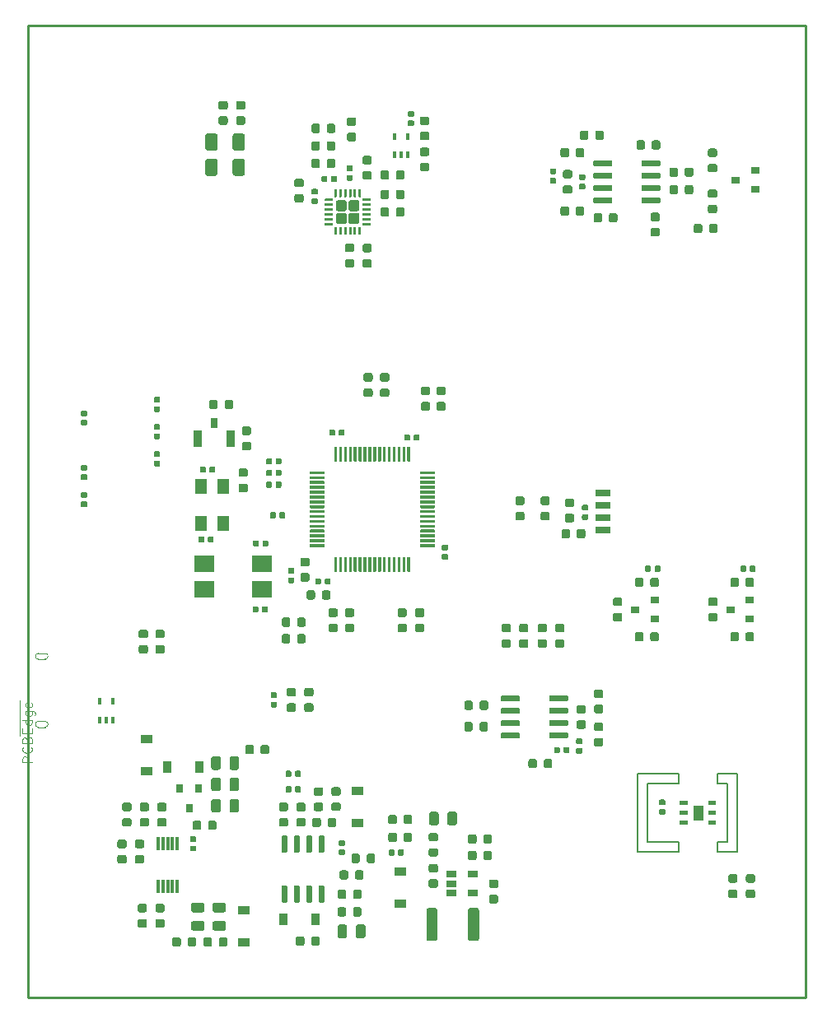
<source format=gbr>
G04 #@! TF.GenerationSoftware,KiCad,Pcbnew,5.1.5+dfsg1-2build2*
G04 #@! TF.CreationDate,2021-09-29T14:40:33+01:00*
G04 #@! TF.ProjectId,OSM_env01,4f534d5f-656e-4763-9031-2e6b69636164,B*
G04 #@! TF.SameCoordinates,Original*
G04 #@! TF.FileFunction,Paste,Bot*
G04 #@! TF.FilePolarity,Positive*
%FSLAX46Y46*%
G04 Gerber Fmt 4.6, Leading zero omitted, Abs format (unit mm)*
G04 Created by KiCad (PCBNEW 5.1.5+dfsg1-2build2) date 2021-09-29 14:40:33*
%MOMM*%
%LPD*%
G04 APERTURE LIST*
%ADD10C,0.150000*%
%ADD11C,0.254000*%
%ADD12C,0.050000*%
%ADD13C,0.100000*%
%ADD14C,0.010000*%
%ADD15R,1.600000X0.700000*%
%ADD16R,1.200000X0.900000*%
%ADD17R,0.900000X0.800000*%
%ADD18R,0.900000X1.200000*%
%ADD19R,1.060000X0.650000*%
%ADD20R,0.400000X0.650000*%
%ADD21R,0.800000X1.100000*%
%ADD22R,0.900000X1.700000*%
%ADD23R,1.300000X1.600000*%
%ADD24R,2.100000X1.700000*%
%ADD25R,0.800000X0.900000*%
%ADD26R,0.300000X1.400000*%
G04 APERTURE END LIST*
D10*
X155600000Y-113200000D02*
X155600000Y-105200000D01*
X153600000Y-105200000D02*
X155600000Y-105200000D01*
X153600000Y-113200000D02*
X153600000Y-112200000D01*
X153600000Y-113200000D02*
X155600000Y-113200000D01*
X145400000Y-113200000D02*
X145400000Y-105200000D01*
X153600000Y-106200000D02*
X153600000Y-105200000D01*
X149600000Y-106200000D02*
X149600000Y-105200000D01*
X149600000Y-113200000D02*
X145400000Y-113200000D01*
X149600000Y-112200000D02*
X149600000Y-113200000D01*
X147400000Y-112200000D02*
X149600000Y-112200000D01*
X147400000Y-106200000D02*
X149600000Y-106200000D01*
X146400000Y-106200000D02*
X147400000Y-106200000D01*
X146400000Y-112200000D02*
X146400000Y-106200000D01*
X147400000Y-112200000D02*
X146400000Y-112200000D01*
X149600000Y-105200000D02*
X145400000Y-105200000D01*
X153600000Y-112200000D02*
X154600000Y-112200000D01*
X153600000Y-106200000D02*
X154600000Y-106200000D01*
X154600000Y-112200000D02*
X154600000Y-106200000D01*
D11*
X162700000Y-128200000D02*
X162700000Y-28200000D01*
X82700000Y-128200000D02*
X82700000Y-28200000D01*
X82700000Y-28200000D02*
X162700000Y-28200000D01*
X82700000Y-128200000D02*
X162700000Y-128200000D01*
D12*
X83149820Y-104005299D02*
X82149820Y-104005299D01*
X82149820Y-103624346D01*
X82197440Y-103529108D01*
X82245059Y-103481489D01*
X82340297Y-103433870D01*
X82483154Y-103433870D01*
X82578392Y-103481489D01*
X82626011Y-103529108D01*
X82673630Y-103624346D01*
X82673630Y-104005299D01*
X83054582Y-102433870D02*
X83102201Y-102481489D01*
X83149820Y-102624346D01*
X83149820Y-102719584D01*
X83102201Y-102862441D01*
X83006963Y-102957680D01*
X82911725Y-103005299D01*
X82721249Y-103052918D01*
X82578392Y-103052918D01*
X82387916Y-103005299D01*
X82292678Y-102957680D01*
X82197440Y-102862441D01*
X82149820Y-102719584D01*
X82149820Y-102624346D01*
X82197440Y-102481489D01*
X82245059Y-102433870D01*
X82626011Y-101671965D02*
X82673630Y-101529108D01*
X82721249Y-101481489D01*
X82816487Y-101433870D01*
X82959344Y-101433870D01*
X83054582Y-101481489D01*
X83102201Y-101529108D01*
X83149820Y-101624346D01*
X83149820Y-102005299D01*
X82149820Y-102005299D01*
X82149820Y-101671965D01*
X82197440Y-101576727D01*
X82245059Y-101529108D01*
X82340297Y-101481489D01*
X82435535Y-101481489D01*
X82530773Y-101529108D01*
X82578392Y-101576727D01*
X82626011Y-101671965D01*
X82626011Y-102005299D01*
X81912440Y-101243394D02*
X81912440Y-100338632D01*
X82626011Y-101005299D02*
X82626011Y-100671965D01*
X83149820Y-100529108D02*
X83149820Y-101005299D01*
X82149820Y-101005299D01*
X82149820Y-100529108D01*
X81912440Y-100338632D02*
X81912440Y-99433870D01*
X83149820Y-99671965D02*
X82149820Y-99671965D01*
X83102201Y-99671965D02*
X83149820Y-99767203D01*
X83149820Y-99957680D01*
X83102201Y-100052918D01*
X83054582Y-100100537D01*
X82959344Y-100148156D01*
X82673630Y-100148156D01*
X82578392Y-100100537D01*
X82530773Y-100052918D01*
X82483154Y-99957680D01*
X82483154Y-99767203D01*
X82530773Y-99671965D01*
X81912440Y-99433870D02*
X81912440Y-98529108D01*
X82483154Y-98767203D02*
X83292678Y-98767203D01*
X83387916Y-98814822D01*
X83435535Y-98862441D01*
X83483154Y-98957680D01*
X83483154Y-99100537D01*
X83435535Y-99195775D01*
X83102201Y-98767203D02*
X83149820Y-98862441D01*
X83149820Y-99052918D01*
X83102201Y-99148156D01*
X83054582Y-99195775D01*
X82959344Y-99243394D01*
X82673630Y-99243394D01*
X82578392Y-99195775D01*
X82530773Y-99148156D01*
X82483154Y-99052918D01*
X82483154Y-98862441D01*
X82530773Y-98767203D01*
X81912440Y-98529108D02*
X81912440Y-97671965D01*
X83102201Y-97910060D02*
X83149820Y-98005299D01*
X83149820Y-98195775D01*
X83102201Y-98291013D01*
X83006963Y-98338632D01*
X82626011Y-98338632D01*
X82530773Y-98291013D01*
X82483154Y-98195775D01*
X82483154Y-98005299D01*
X82530773Y-97910060D01*
X82626011Y-97862441D01*
X82721249Y-97862441D01*
X82816487Y-98338632D01*
D13*
X84500000Y-92800000D02*
G75*
G02X84500000Y-93400000I0J-300000D01*
G01*
X83800000Y-92800000D02*
X84500000Y-92800000D01*
X84500000Y-93400000D02*
X83800000Y-93400000D01*
X83800000Y-93400000D02*
G75*
G02X83800000Y-92800000I0J300000D01*
G01*
X84500000Y-99800000D02*
G75*
G02X84500000Y-100400000I0J-300000D01*
G01*
X83800000Y-99800000D02*
X84500000Y-99800000D01*
X84500000Y-100400000D02*
X83800000Y-100400000D01*
X83800000Y-100400000D02*
G75*
G02X83800000Y-99800000I0J300000D01*
G01*
D14*
G36*
X152070147Y-108450000D02*
G01*
X151130000Y-108450000D01*
X151130000Y-109950234D01*
X152070147Y-109950234D01*
X152070147Y-108450000D01*
G37*
X152070147Y-108450000D02*
X151130000Y-108450000D01*
X151130000Y-109950234D01*
X152070147Y-109950234D01*
X152070147Y-108450000D01*
D13*
G36*
X96186958Y-67390710D02*
G01*
X96201276Y-67392834D01*
X96215317Y-67396351D01*
X96228946Y-67401228D01*
X96242031Y-67407417D01*
X96254447Y-67414858D01*
X96266073Y-67423481D01*
X96276798Y-67433202D01*
X96286519Y-67443927D01*
X96295142Y-67455553D01*
X96302583Y-67467969D01*
X96308772Y-67481054D01*
X96313649Y-67494683D01*
X96317166Y-67508724D01*
X96319290Y-67523042D01*
X96320000Y-67537500D01*
X96320000Y-67832500D01*
X96319290Y-67846958D01*
X96317166Y-67861276D01*
X96313649Y-67875317D01*
X96308772Y-67888946D01*
X96302583Y-67902031D01*
X96295142Y-67914447D01*
X96286519Y-67926073D01*
X96276798Y-67936798D01*
X96266073Y-67946519D01*
X96254447Y-67955142D01*
X96242031Y-67962583D01*
X96228946Y-67968772D01*
X96215317Y-67973649D01*
X96201276Y-67977166D01*
X96186958Y-67979290D01*
X96172500Y-67980000D01*
X95827500Y-67980000D01*
X95813042Y-67979290D01*
X95798724Y-67977166D01*
X95784683Y-67973649D01*
X95771054Y-67968772D01*
X95757969Y-67962583D01*
X95745553Y-67955142D01*
X95733927Y-67946519D01*
X95723202Y-67936798D01*
X95713481Y-67926073D01*
X95704858Y-67914447D01*
X95697417Y-67902031D01*
X95691228Y-67888946D01*
X95686351Y-67875317D01*
X95682834Y-67861276D01*
X95680710Y-67846958D01*
X95680000Y-67832500D01*
X95680000Y-67537500D01*
X95680710Y-67523042D01*
X95682834Y-67508724D01*
X95686351Y-67494683D01*
X95691228Y-67481054D01*
X95697417Y-67467969D01*
X95704858Y-67455553D01*
X95713481Y-67443927D01*
X95723202Y-67433202D01*
X95733927Y-67423481D01*
X95745553Y-67414858D01*
X95757969Y-67407417D01*
X95771054Y-67401228D01*
X95784683Y-67396351D01*
X95798724Y-67392834D01*
X95813042Y-67390710D01*
X95827500Y-67390000D01*
X96172500Y-67390000D01*
X96186958Y-67390710D01*
G37*
G36*
X96186958Y-66420710D02*
G01*
X96201276Y-66422834D01*
X96215317Y-66426351D01*
X96228946Y-66431228D01*
X96242031Y-66437417D01*
X96254447Y-66444858D01*
X96266073Y-66453481D01*
X96276798Y-66463202D01*
X96286519Y-66473927D01*
X96295142Y-66485553D01*
X96302583Y-66497969D01*
X96308772Y-66511054D01*
X96313649Y-66524683D01*
X96317166Y-66538724D01*
X96319290Y-66553042D01*
X96320000Y-66567500D01*
X96320000Y-66862500D01*
X96319290Y-66876958D01*
X96317166Y-66891276D01*
X96313649Y-66905317D01*
X96308772Y-66918946D01*
X96302583Y-66932031D01*
X96295142Y-66944447D01*
X96286519Y-66956073D01*
X96276798Y-66966798D01*
X96266073Y-66976519D01*
X96254447Y-66985142D01*
X96242031Y-66992583D01*
X96228946Y-66998772D01*
X96215317Y-67003649D01*
X96201276Y-67007166D01*
X96186958Y-67009290D01*
X96172500Y-67010000D01*
X95827500Y-67010000D01*
X95813042Y-67009290D01*
X95798724Y-67007166D01*
X95784683Y-67003649D01*
X95771054Y-66998772D01*
X95757969Y-66992583D01*
X95745553Y-66985142D01*
X95733927Y-66976519D01*
X95723202Y-66966798D01*
X95713481Y-66956073D01*
X95704858Y-66944447D01*
X95697417Y-66932031D01*
X95691228Y-66918946D01*
X95686351Y-66905317D01*
X95682834Y-66891276D01*
X95680710Y-66876958D01*
X95680000Y-66862500D01*
X95680000Y-66567500D01*
X95680710Y-66553042D01*
X95682834Y-66538724D01*
X95686351Y-66524683D01*
X95691228Y-66511054D01*
X95697417Y-66497969D01*
X95704858Y-66485553D01*
X95713481Y-66473927D01*
X95723202Y-66463202D01*
X95733927Y-66453481D01*
X95745553Y-66444858D01*
X95757969Y-66437417D01*
X95771054Y-66431228D01*
X95784683Y-66426351D01*
X95798724Y-66422834D01*
X95813042Y-66420710D01*
X95827500Y-66420000D01*
X96172500Y-66420000D01*
X96186958Y-66420710D01*
G37*
G36*
X96186958Y-69220710D02*
G01*
X96201276Y-69222834D01*
X96215317Y-69226351D01*
X96228946Y-69231228D01*
X96242031Y-69237417D01*
X96254447Y-69244858D01*
X96266073Y-69253481D01*
X96276798Y-69263202D01*
X96286519Y-69273927D01*
X96295142Y-69285553D01*
X96302583Y-69297969D01*
X96308772Y-69311054D01*
X96313649Y-69324683D01*
X96317166Y-69338724D01*
X96319290Y-69353042D01*
X96320000Y-69367500D01*
X96320000Y-69662500D01*
X96319290Y-69676958D01*
X96317166Y-69691276D01*
X96313649Y-69705317D01*
X96308772Y-69718946D01*
X96302583Y-69732031D01*
X96295142Y-69744447D01*
X96286519Y-69756073D01*
X96276798Y-69766798D01*
X96266073Y-69776519D01*
X96254447Y-69785142D01*
X96242031Y-69792583D01*
X96228946Y-69798772D01*
X96215317Y-69803649D01*
X96201276Y-69807166D01*
X96186958Y-69809290D01*
X96172500Y-69810000D01*
X95827500Y-69810000D01*
X95813042Y-69809290D01*
X95798724Y-69807166D01*
X95784683Y-69803649D01*
X95771054Y-69798772D01*
X95757969Y-69792583D01*
X95745553Y-69785142D01*
X95733927Y-69776519D01*
X95723202Y-69766798D01*
X95713481Y-69756073D01*
X95704858Y-69744447D01*
X95697417Y-69732031D01*
X95691228Y-69718946D01*
X95686351Y-69705317D01*
X95682834Y-69691276D01*
X95680710Y-69676958D01*
X95680000Y-69662500D01*
X95680000Y-69367500D01*
X95680710Y-69353042D01*
X95682834Y-69338724D01*
X95686351Y-69324683D01*
X95691228Y-69311054D01*
X95697417Y-69297969D01*
X95704858Y-69285553D01*
X95713481Y-69273927D01*
X95723202Y-69263202D01*
X95733927Y-69253481D01*
X95745553Y-69244858D01*
X95757969Y-69237417D01*
X95771054Y-69231228D01*
X95784683Y-69226351D01*
X95798724Y-69222834D01*
X95813042Y-69220710D01*
X95827500Y-69220000D01*
X96172500Y-69220000D01*
X96186958Y-69220710D01*
G37*
G36*
X96186958Y-70190710D02*
G01*
X96201276Y-70192834D01*
X96215317Y-70196351D01*
X96228946Y-70201228D01*
X96242031Y-70207417D01*
X96254447Y-70214858D01*
X96266073Y-70223481D01*
X96276798Y-70233202D01*
X96286519Y-70243927D01*
X96295142Y-70255553D01*
X96302583Y-70267969D01*
X96308772Y-70281054D01*
X96313649Y-70294683D01*
X96317166Y-70308724D01*
X96319290Y-70323042D01*
X96320000Y-70337500D01*
X96320000Y-70632500D01*
X96319290Y-70646958D01*
X96317166Y-70661276D01*
X96313649Y-70675317D01*
X96308772Y-70688946D01*
X96302583Y-70702031D01*
X96295142Y-70714447D01*
X96286519Y-70726073D01*
X96276798Y-70736798D01*
X96266073Y-70746519D01*
X96254447Y-70755142D01*
X96242031Y-70762583D01*
X96228946Y-70768772D01*
X96215317Y-70773649D01*
X96201276Y-70777166D01*
X96186958Y-70779290D01*
X96172500Y-70780000D01*
X95827500Y-70780000D01*
X95813042Y-70779290D01*
X95798724Y-70777166D01*
X95784683Y-70773649D01*
X95771054Y-70768772D01*
X95757969Y-70762583D01*
X95745553Y-70755142D01*
X95733927Y-70746519D01*
X95723202Y-70736798D01*
X95713481Y-70726073D01*
X95704858Y-70714447D01*
X95697417Y-70702031D01*
X95691228Y-70688946D01*
X95686351Y-70675317D01*
X95682834Y-70661276D01*
X95680710Y-70646958D01*
X95680000Y-70632500D01*
X95680000Y-70337500D01*
X95680710Y-70323042D01*
X95682834Y-70308724D01*
X95686351Y-70294683D01*
X95691228Y-70281054D01*
X95697417Y-70267969D01*
X95704858Y-70255553D01*
X95713481Y-70243927D01*
X95723202Y-70233202D01*
X95733927Y-70223481D01*
X95745553Y-70214858D01*
X95757969Y-70207417D01*
X95771054Y-70201228D01*
X95784683Y-70196351D01*
X95798724Y-70192834D01*
X95813042Y-70190710D01*
X95827500Y-70190000D01*
X96172500Y-70190000D01*
X96186958Y-70190710D01*
G37*
G36*
X88686958Y-73420710D02*
G01*
X88701276Y-73422834D01*
X88715317Y-73426351D01*
X88728946Y-73431228D01*
X88742031Y-73437417D01*
X88754447Y-73444858D01*
X88766073Y-73453481D01*
X88776798Y-73463202D01*
X88786519Y-73473927D01*
X88795142Y-73485553D01*
X88802583Y-73497969D01*
X88808772Y-73511054D01*
X88813649Y-73524683D01*
X88817166Y-73538724D01*
X88819290Y-73553042D01*
X88820000Y-73567500D01*
X88820000Y-73862500D01*
X88819290Y-73876958D01*
X88817166Y-73891276D01*
X88813649Y-73905317D01*
X88808772Y-73918946D01*
X88802583Y-73932031D01*
X88795142Y-73944447D01*
X88786519Y-73956073D01*
X88776798Y-73966798D01*
X88766073Y-73976519D01*
X88754447Y-73985142D01*
X88742031Y-73992583D01*
X88728946Y-73998772D01*
X88715317Y-74003649D01*
X88701276Y-74007166D01*
X88686958Y-74009290D01*
X88672500Y-74010000D01*
X88327500Y-74010000D01*
X88313042Y-74009290D01*
X88298724Y-74007166D01*
X88284683Y-74003649D01*
X88271054Y-73998772D01*
X88257969Y-73992583D01*
X88245553Y-73985142D01*
X88233927Y-73976519D01*
X88223202Y-73966798D01*
X88213481Y-73956073D01*
X88204858Y-73944447D01*
X88197417Y-73932031D01*
X88191228Y-73918946D01*
X88186351Y-73905317D01*
X88182834Y-73891276D01*
X88180710Y-73876958D01*
X88180000Y-73862500D01*
X88180000Y-73567500D01*
X88180710Y-73553042D01*
X88182834Y-73538724D01*
X88186351Y-73524683D01*
X88191228Y-73511054D01*
X88197417Y-73497969D01*
X88204858Y-73485553D01*
X88213481Y-73473927D01*
X88223202Y-73463202D01*
X88233927Y-73453481D01*
X88245553Y-73444858D01*
X88257969Y-73437417D01*
X88271054Y-73431228D01*
X88284683Y-73426351D01*
X88298724Y-73422834D01*
X88313042Y-73420710D01*
X88327500Y-73420000D01*
X88672500Y-73420000D01*
X88686958Y-73420710D01*
G37*
G36*
X88686958Y-74390710D02*
G01*
X88701276Y-74392834D01*
X88715317Y-74396351D01*
X88728946Y-74401228D01*
X88742031Y-74407417D01*
X88754447Y-74414858D01*
X88766073Y-74423481D01*
X88776798Y-74433202D01*
X88786519Y-74443927D01*
X88795142Y-74455553D01*
X88802583Y-74467969D01*
X88808772Y-74481054D01*
X88813649Y-74494683D01*
X88817166Y-74508724D01*
X88819290Y-74523042D01*
X88820000Y-74537500D01*
X88820000Y-74832500D01*
X88819290Y-74846958D01*
X88817166Y-74861276D01*
X88813649Y-74875317D01*
X88808772Y-74888946D01*
X88802583Y-74902031D01*
X88795142Y-74914447D01*
X88786519Y-74926073D01*
X88776798Y-74936798D01*
X88766073Y-74946519D01*
X88754447Y-74955142D01*
X88742031Y-74962583D01*
X88728946Y-74968772D01*
X88715317Y-74973649D01*
X88701276Y-74977166D01*
X88686958Y-74979290D01*
X88672500Y-74980000D01*
X88327500Y-74980000D01*
X88313042Y-74979290D01*
X88298724Y-74977166D01*
X88284683Y-74973649D01*
X88271054Y-74968772D01*
X88257969Y-74962583D01*
X88245553Y-74955142D01*
X88233927Y-74946519D01*
X88223202Y-74936798D01*
X88213481Y-74926073D01*
X88204858Y-74914447D01*
X88197417Y-74902031D01*
X88191228Y-74888946D01*
X88186351Y-74875317D01*
X88182834Y-74861276D01*
X88180710Y-74846958D01*
X88180000Y-74832500D01*
X88180000Y-74537500D01*
X88180710Y-74523042D01*
X88182834Y-74508724D01*
X88186351Y-74494683D01*
X88191228Y-74481054D01*
X88197417Y-74467969D01*
X88204858Y-74455553D01*
X88213481Y-74443927D01*
X88223202Y-74433202D01*
X88233927Y-74423481D01*
X88245553Y-74414858D01*
X88257969Y-74407417D01*
X88271054Y-74401228D01*
X88284683Y-74396351D01*
X88298724Y-74392834D01*
X88313042Y-74390710D01*
X88327500Y-74390000D01*
X88672500Y-74390000D01*
X88686958Y-74390710D01*
G37*
D15*
X141800000Y-80105000D03*
X141800000Y-78835000D03*
X141800000Y-77565000D03*
X141800000Y-76295000D03*
D13*
G36*
X115986958Y-42620710D02*
G01*
X116001276Y-42622834D01*
X116015317Y-42626351D01*
X116028946Y-42631228D01*
X116042031Y-42637417D01*
X116054447Y-42644858D01*
X116066073Y-42653481D01*
X116076798Y-42663202D01*
X116086519Y-42673927D01*
X116095142Y-42685553D01*
X116102583Y-42697969D01*
X116108772Y-42711054D01*
X116113649Y-42724683D01*
X116117166Y-42738724D01*
X116119290Y-42753042D01*
X116120000Y-42767500D01*
X116120000Y-43062500D01*
X116119290Y-43076958D01*
X116117166Y-43091276D01*
X116113649Y-43105317D01*
X116108772Y-43118946D01*
X116102583Y-43132031D01*
X116095142Y-43144447D01*
X116086519Y-43156073D01*
X116076798Y-43166798D01*
X116066073Y-43176519D01*
X116054447Y-43185142D01*
X116042031Y-43192583D01*
X116028946Y-43198772D01*
X116015317Y-43203649D01*
X116001276Y-43207166D01*
X115986958Y-43209290D01*
X115972500Y-43210000D01*
X115627500Y-43210000D01*
X115613042Y-43209290D01*
X115598724Y-43207166D01*
X115584683Y-43203649D01*
X115571054Y-43198772D01*
X115557969Y-43192583D01*
X115545553Y-43185142D01*
X115533927Y-43176519D01*
X115523202Y-43166798D01*
X115513481Y-43156073D01*
X115504858Y-43144447D01*
X115497417Y-43132031D01*
X115491228Y-43118946D01*
X115486351Y-43105317D01*
X115482834Y-43091276D01*
X115480710Y-43076958D01*
X115480000Y-43062500D01*
X115480000Y-42767500D01*
X115480710Y-42753042D01*
X115482834Y-42738724D01*
X115486351Y-42724683D01*
X115491228Y-42711054D01*
X115497417Y-42697969D01*
X115504858Y-42685553D01*
X115513481Y-42673927D01*
X115523202Y-42663202D01*
X115533927Y-42653481D01*
X115545553Y-42644858D01*
X115557969Y-42637417D01*
X115571054Y-42631228D01*
X115584683Y-42626351D01*
X115598724Y-42622834D01*
X115613042Y-42620710D01*
X115627500Y-42620000D01*
X115972500Y-42620000D01*
X115986958Y-42620710D01*
G37*
G36*
X115986958Y-43590710D02*
G01*
X116001276Y-43592834D01*
X116015317Y-43596351D01*
X116028946Y-43601228D01*
X116042031Y-43607417D01*
X116054447Y-43614858D01*
X116066073Y-43623481D01*
X116076798Y-43633202D01*
X116086519Y-43643927D01*
X116095142Y-43655553D01*
X116102583Y-43667969D01*
X116108772Y-43681054D01*
X116113649Y-43694683D01*
X116117166Y-43708724D01*
X116119290Y-43723042D01*
X116120000Y-43737500D01*
X116120000Y-44032500D01*
X116119290Y-44046958D01*
X116117166Y-44061276D01*
X116113649Y-44075317D01*
X116108772Y-44088946D01*
X116102583Y-44102031D01*
X116095142Y-44114447D01*
X116086519Y-44126073D01*
X116076798Y-44136798D01*
X116066073Y-44146519D01*
X116054447Y-44155142D01*
X116042031Y-44162583D01*
X116028946Y-44168772D01*
X116015317Y-44173649D01*
X116001276Y-44177166D01*
X115986958Y-44179290D01*
X115972500Y-44180000D01*
X115627500Y-44180000D01*
X115613042Y-44179290D01*
X115598724Y-44177166D01*
X115584683Y-44173649D01*
X115571054Y-44168772D01*
X115557969Y-44162583D01*
X115545553Y-44155142D01*
X115533927Y-44146519D01*
X115523202Y-44136798D01*
X115513481Y-44126073D01*
X115504858Y-44114447D01*
X115497417Y-44102031D01*
X115491228Y-44088946D01*
X115486351Y-44075317D01*
X115482834Y-44061276D01*
X115480710Y-44046958D01*
X115480000Y-44032500D01*
X115480000Y-43737500D01*
X115480710Y-43723042D01*
X115482834Y-43708724D01*
X115486351Y-43694683D01*
X115491228Y-43681054D01*
X115497417Y-43667969D01*
X115504858Y-43655553D01*
X115513481Y-43643927D01*
X115523202Y-43633202D01*
X115533927Y-43623481D01*
X115545553Y-43614858D01*
X115557969Y-43607417D01*
X115571054Y-43601228D01*
X115584683Y-43596351D01*
X115598724Y-43592834D01*
X115613042Y-43590710D01*
X115627500Y-43590000D01*
X115972500Y-43590000D01*
X115986958Y-43590710D01*
G37*
G36*
X110877691Y-43976053D02*
G01*
X110898926Y-43979203D01*
X110919750Y-43984419D01*
X110939962Y-43991651D01*
X110959368Y-44000830D01*
X110977781Y-44011866D01*
X110995024Y-44024654D01*
X111010930Y-44039070D01*
X111025346Y-44054976D01*
X111038134Y-44072219D01*
X111049170Y-44090632D01*
X111058349Y-44110038D01*
X111065581Y-44130250D01*
X111070797Y-44151074D01*
X111073947Y-44172309D01*
X111075000Y-44193750D01*
X111075000Y-44631250D01*
X111073947Y-44652691D01*
X111070797Y-44673926D01*
X111065581Y-44694750D01*
X111058349Y-44714962D01*
X111049170Y-44734368D01*
X111038134Y-44752781D01*
X111025346Y-44770024D01*
X111010930Y-44785930D01*
X110995024Y-44800346D01*
X110977781Y-44813134D01*
X110959368Y-44824170D01*
X110939962Y-44833349D01*
X110919750Y-44840581D01*
X110898926Y-44845797D01*
X110877691Y-44848947D01*
X110856250Y-44850000D01*
X110343750Y-44850000D01*
X110322309Y-44848947D01*
X110301074Y-44845797D01*
X110280250Y-44840581D01*
X110260038Y-44833349D01*
X110240632Y-44824170D01*
X110222219Y-44813134D01*
X110204976Y-44800346D01*
X110189070Y-44785930D01*
X110174654Y-44770024D01*
X110161866Y-44752781D01*
X110150830Y-44734368D01*
X110141651Y-44714962D01*
X110134419Y-44694750D01*
X110129203Y-44673926D01*
X110126053Y-44652691D01*
X110125000Y-44631250D01*
X110125000Y-44193750D01*
X110126053Y-44172309D01*
X110129203Y-44151074D01*
X110134419Y-44130250D01*
X110141651Y-44110038D01*
X110150830Y-44090632D01*
X110161866Y-44072219D01*
X110174654Y-44054976D01*
X110189070Y-44039070D01*
X110204976Y-44024654D01*
X110222219Y-44011866D01*
X110240632Y-44000830D01*
X110260038Y-43991651D01*
X110280250Y-43984419D01*
X110301074Y-43979203D01*
X110322309Y-43976053D01*
X110343750Y-43975000D01*
X110856250Y-43975000D01*
X110877691Y-43976053D01*
G37*
G36*
X110877691Y-45551053D02*
G01*
X110898926Y-45554203D01*
X110919750Y-45559419D01*
X110939962Y-45566651D01*
X110959368Y-45575830D01*
X110977781Y-45586866D01*
X110995024Y-45599654D01*
X111010930Y-45614070D01*
X111025346Y-45629976D01*
X111038134Y-45647219D01*
X111049170Y-45665632D01*
X111058349Y-45685038D01*
X111065581Y-45705250D01*
X111070797Y-45726074D01*
X111073947Y-45747309D01*
X111075000Y-45768750D01*
X111075000Y-46206250D01*
X111073947Y-46227691D01*
X111070797Y-46248926D01*
X111065581Y-46269750D01*
X111058349Y-46289962D01*
X111049170Y-46309368D01*
X111038134Y-46327781D01*
X111025346Y-46345024D01*
X111010930Y-46360930D01*
X110995024Y-46375346D01*
X110977781Y-46388134D01*
X110959368Y-46399170D01*
X110939962Y-46408349D01*
X110919750Y-46415581D01*
X110898926Y-46420797D01*
X110877691Y-46423947D01*
X110856250Y-46425000D01*
X110343750Y-46425000D01*
X110322309Y-46423947D01*
X110301074Y-46420797D01*
X110280250Y-46415581D01*
X110260038Y-46408349D01*
X110240632Y-46399170D01*
X110222219Y-46388134D01*
X110204976Y-46375346D01*
X110189070Y-46360930D01*
X110174654Y-46345024D01*
X110161866Y-46327781D01*
X110150830Y-46309368D01*
X110141651Y-46289962D01*
X110134419Y-46269750D01*
X110129203Y-46248926D01*
X110126053Y-46227691D01*
X110125000Y-46206250D01*
X110125000Y-45768750D01*
X110126053Y-45747309D01*
X110129203Y-45726074D01*
X110134419Y-45705250D01*
X110141651Y-45685038D01*
X110150830Y-45665632D01*
X110161866Y-45647219D01*
X110174654Y-45629976D01*
X110189070Y-45614070D01*
X110204976Y-45599654D01*
X110222219Y-45586866D01*
X110240632Y-45575830D01*
X110260038Y-45566651D01*
X110280250Y-45559419D01*
X110301074Y-45554203D01*
X110322309Y-45551053D01*
X110343750Y-45550000D01*
X110856250Y-45550000D01*
X110877691Y-45551053D01*
G37*
G36*
X112386958Y-45020710D02*
G01*
X112401276Y-45022834D01*
X112415317Y-45026351D01*
X112428946Y-45031228D01*
X112442031Y-45037417D01*
X112454447Y-45044858D01*
X112466073Y-45053481D01*
X112476798Y-45063202D01*
X112486519Y-45073927D01*
X112495142Y-45085553D01*
X112502583Y-45097969D01*
X112508772Y-45111054D01*
X112513649Y-45124683D01*
X112517166Y-45138724D01*
X112519290Y-45153042D01*
X112520000Y-45167500D01*
X112520000Y-45462500D01*
X112519290Y-45476958D01*
X112517166Y-45491276D01*
X112513649Y-45505317D01*
X112508772Y-45518946D01*
X112502583Y-45532031D01*
X112495142Y-45544447D01*
X112486519Y-45556073D01*
X112476798Y-45566798D01*
X112466073Y-45576519D01*
X112454447Y-45585142D01*
X112442031Y-45592583D01*
X112428946Y-45598772D01*
X112415317Y-45603649D01*
X112401276Y-45607166D01*
X112386958Y-45609290D01*
X112372500Y-45610000D01*
X112027500Y-45610000D01*
X112013042Y-45609290D01*
X111998724Y-45607166D01*
X111984683Y-45603649D01*
X111971054Y-45598772D01*
X111957969Y-45592583D01*
X111945553Y-45585142D01*
X111933927Y-45576519D01*
X111923202Y-45566798D01*
X111913481Y-45556073D01*
X111904858Y-45544447D01*
X111897417Y-45532031D01*
X111891228Y-45518946D01*
X111886351Y-45505317D01*
X111882834Y-45491276D01*
X111880710Y-45476958D01*
X111880000Y-45462500D01*
X111880000Y-45167500D01*
X111880710Y-45153042D01*
X111882834Y-45138724D01*
X111886351Y-45124683D01*
X111891228Y-45111054D01*
X111897417Y-45097969D01*
X111904858Y-45085553D01*
X111913481Y-45073927D01*
X111923202Y-45063202D01*
X111933927Y-45053481D01*
X111945553Y-45044858D01*
X111957969Y-45037417D01*
X111971054Y-45031228D01*
X111984683Y-45026351D01*
X111998724Y-45022834D01*
X112013042Y-45020710D01*
X112027500Y-45020000D01*
X112372500Y-45020000D01*
X112386958Y-45020710D01*
G37*
G36*
X112386958Y-45990710D02*
G01*
X112401276Y-45992834D01*
X112415317Y-45996351D01*
X112428946Y-46001228D01*
X112442031Y-46007417D01*
X112454447Y-46014858D01*
X112466073Y-46023481D01*
X112476798Y-46033202D01*
X112486519Y-46043927D01*
X112495142Y-46055553D01*
X112502583Y-46067969D01*
X112508772Y-46081054D01*
X112513649Y-46094683D01*
X112517166Y-46108724D01*
X112519290Y-46123042D01*
X112520000Y-46137500D01*
X112520000Y-46432500D01*
X112519290Y-46446958D01*
X112517166Y-46461276D01*
X112513649Y-46475317D01*
X112508772Y-46488946D01*
X112502583Y-46502031D01*
X112495142Y-46514447D01*
X112486519Y-46526073D01*
X112476798Y-46536798D01*
X112466073Y-46546519D01*
X112454447Y-46555142D01*
X112442031Y-46562583D01*
X112428946Y-46568772D01*
X112415317Y-46573649D01*
X112401276Y-46577166D01*
X112386958Y-46579290D01*
X112372500Y-46580000D01*
X112027500Y-46580000D01*
X112013042Y-46579290D01*
X111998724Y-46577166D01*
X111984683Y-46573649D01*
X111971054Y-46568772D01*
X111957969Y-46562583D01*
X111945553Y-46555142D01*
X111933927Y-46546519D01*
X111923202Y-46536798D01*
X111913481Y-46526073D01*
X111904858Y-46514447D01*
X111897417Y-46502031D01*
X111891228Y-46488946D01*
X111886351Y-46475317D01*
X111882834Y-46461276D01*
X111880710Y-46446958D01*
X111880000Y-46432500D01*
X111880000Y-46137500D01*
X111880710Y-46123042D01*
X111882834Y-46108724D01*
X111886351Y-46094683D01*
X111891228Y-46081054D01*
X111897417Y-46067969D01*
X111904858Y-46055553D01*
X111913481Y-46043927D01*
X111923202Y-46033202D01*
X111933927Y-46023481D01*
X111945553Y-46014858D01*
X111957969Y-46007417D01*
X111971054Y-46001228D01*
X111984683Y-45996351D01*
X111998724Y-45992834D01*
X112013042Y-45990710D01*
X112027500Y-45990000D01*
X112372500Y-45990000D01*
X112386958Y-45990710D01*
G37*
G36*
X88686958Y-67820710D02*
G01*
X88701276Y-67822834D01*
X88715317Y-67826351D01*
X88728946Y-67831228D01*
X88742031Y-67837417D01*
X88754447Y-67844858D01*
X88766073Y-67853481D01*
X88776798Y-67863202D01*
X88786519Y-67873927D01*
X88795142Y-67885553D01*
X88802583Y-67897969D01*
X88808772Y-67911054D01*
X88813649Y-67924683D01*
X88817166Y-67938724D01*
X88819290Y-67953042D01*
X88820000Y-67967500D01*
X88820000Y-68262500D01*
X88819290Y-68276958D01*
X88817166Y-68291276D01*
X88813649Y-68305317D01*
X88808772Y-68318946D01*
X88802583Y-68332031D01*
X88795142Y-68344447D01*
X88786519Y-68356073D01*
X88776798Y-68366798D01*
X88766073Y-68376519D01*
X88754447Y-68385142D01*
X88742031Y-68392583D01*
X88728946Y-68398772D01*
X88715317Y-68403649D01*
X88701276Y-68407166D01*
X88686958Y-68409290D01*
X88672500Y-68410000D01*
X88327500Y-68410000D01*
X88313042Y-68409290D01*
X88298724Y-68407166D01*
X88284683Y-68403649D01*
X88271054Y-68398772D01*
X88257969Y-68392583D01*
X88245553Y-68385142D01*
X88233927Y-68376519D01*
X88223202Y-68366798D01*
X88213481Y-68356073D01*
X88204858Y-68344447D01*
X88197417Y-68332031D01*
X88191228Y-68318946D01*
X88186351Y-68305317D01*
X88182834Y-68291276D01*
X88180710Y-68276958D01*
X88180000Y-68262500D01*
X88180000Y-67967500D01*
X88180710Y-67953042D01*
X88182834Y-67938724D01*
X88186351Y-67924683D01*
X88191228Y-67911054D01*
X88197417Y-67897969D01*
X88204858Y-67885553D01*
X88213481Y-67873927D01*
X88223202Y-67863202D01*
X88233927Y-67853481D01*
X88245553Y-67844858D01*
X88257969Y-67837417D01*
X88271054Y-67831228D01*
X88284683Y-67826351D01*
X88298724Y-67822834D01*
X88313042Y-67820710D01*
X88327500Y-67820000D01*
X88672500Y-67820000D01*
X88686958Y-67820710D01*
G37*
G36*
X88686958Y-68790710D02*
G01*
X88701276Y-68792834D01*
X88715317Y-68796351D01*
X88728946Y-68801228D01*
X88742031Y-68807417D01*
X88754447Y-68814858D01*
X88766073Y-68823481D01*
X88776798Y-68833202D01*
X88786519Y-68843927D01*
X88795142Y-68855553D01*
X88802583Y-68867969D01*
X88808772Y-68881054D01*
X88813649Y-68894683D01*
X88817166Y-68908724D01*
X88819290Y-68923042D01*
X88820000Y-68937500D01*
X88820000Y-69232500D01*
X88819290Y-69246958D01*
X88817166Y-69261276D01*
X88813649Y-69275317D01*
X88808772Y-69288946D01*
X88802583Y-69302031D01*
X88795142Y-69314447D01*
X88786519Y-69326073D01*
X88776798Y-69336798D01*
X88766073Y-69346519D01*
X88754447Y-69355142D01*
X88742031Y-69362583D01*
X88728946Y-69368772D01*
X88715317Y-69373649D01*
X88701276Y-69377166D01*
X88686958Y-69379290D01*
X88672500Y-69380000D01*
X88327500Y-69380000D01*
X88313042Y-69379290D01*
X88298724Y-69377166D01*
X88284683Y-69373649D01*
X88271054Y-69368772D01*
X88257969Y-69362583D01*
X88245553Y-69355142D01*
X88233927Y-69346519D01*
X88223202Y-69336798D01*
X88213481Y-69326073D01*
X88204858Y-69314447D01*
X88197417Y-69302031D01*
X88191228Y-69288946D01*
X88186351Y-69275317D01*
X88182834Y-69261276D01*
X88180710Y-69246958D01*
X88180000Y-69232500D01*
X88180000Y-68937500D01*
X88180710Y-68923042D01*
X88182834Y-68908724D01*
X88186351Y-68894683D01*
X88191228Y-68881054D01*
X88197417Y-68867969D01*
X88204858Y-68855553D01*
X88213481Y-68843927D01*
X88223202Y-68833202D01*
X88233927Y-68823481D01*
X88245553Y-68814858D01*
X88257969Y-68807417D01*
X88271054Y-68801228D01*
X88284683Y-68796351D01*
X88298724Y-68792834D01*
X88313042Y-68790710D01*
X88327500Y-68790000D01*
X88672500Y-68790000D01*
X88686958Y-68790710D01*
G37*
G36*
X96186958Y-72020710D02*
G01*
X96201276Y-72022834D01*
X96215317Y-72026351D01*
X96228946Y-72031228D01*
X96242031Y-72037417D01*
X96254447Y-72044858D01*
X96266073Y-72053481D01*
X96276798Y-72063202D01*
X96286519Y-72073927D01*
X96295142Y-72085553D01*
X96302583Y-72097969D01*
X96308772Y-72111054D01*
X96313649Y-72124683D01*
X96317166Y-72138724D01*
X96319290Y-72153042D01*
X96320000Y-72167500D01*
X96320000Y-72462500D01*
X96319290Y-72476958D01*
X96317166Y-72491276D01*
X96313649Y-72505317D01*
X96308772Y-72518946D01*
X96302583Y-72532031D01*
X96295142Y-72544447D01*
X96286519Y-72556073D01*
X96276798Y-72566798D01*
X96266073Y-72576519D01*
X96254447Y-72585142D01*
X96242031Y-72592583D01*
X96228946Y-72598772D01*
X96215317Y-72603649D01*
X96201276Y-72607166D01*
X96186958Y-72609290D01*
X96172500Y-72610000D01*
X95827500Y-72610000D01*
X95813042Y-72609290D01*
X95798724Y-72607166D01*
X95784683Y-72603649D01*
X95771054Y-72598772D01*
X95757969Y-72592583D01*
X95745553Y-72585142D01*
X95733927Y-72576519D01*
X95723202Y-72566798D01*
X95713481Y-72556073D01*
X95704858Y-72544447D01*
X95697417Y-72532031D01*
X95691228Y-72518946D01*
X95686351Y-72505317D01*
X95682834Y-72491276D01*
X95680710Y-72476958D01*
X95680000Y-72462500D01*
X95680000Y-72167500D01*
X95680710Y-72153042D01*
X95682834Y-72138724D01*
X95686351Y-72124683D01*
X95691228Y-72111054D01*
X95697417Y-72097969D01*
X95704858Y-72085553D01*
X95713481Y-72073927D01*
X95723202Y-72063202D01*
X95733927Y-72053481D01*
X95745553Y-72044858D01*
X95757969Y-72037417D01*
X95771054Y-72031228D01*
X95784683Y-72026351D01*
X95798724Y-72022834D01*
X95813042Y-72020710D01*
X95827500Y-72020000D01*
X96172500Y-72020000D01*
X96186958Y-72020710D01*
G37*
G36*
X96186958Y-72990710D02*
G01*
X96201276Y-72992834D01*
X96215317Y-72996351D01*
X96228946Y-73001228D01*
X96242031Y-73007417D01*
X96254447Y-73014858D01*
X96266073Y-73023481D01*
X96276798Y-73033202D01*
X96286519Y-73043927D01*
X96295142Y-73055553D01*
X96302583Y-73067969D01*
X96308772Y-73081054D01*
X96313649Y-73094683D01*
X96317166Y-73108724D01*
X96319290Y-73123042D01*
X96320000Y-73137500D01*
X96320000Y-73432500D01*
X96319290Y-73446958D01*
X96317166Y-73461276D01*
X96313649Y-73475317D01*
X96308772Y-73488946D01*
X96302583Y-73502031D01*
X96295142Y-73514447D01*
X96286519Y-73526073D01*
X96276798Y-73536798D01*
X96266073Y-73546519D01*
X96254447Y-73555142D01*
X96242031Y-73562583D01*
X96228946Y-73568772D01*
X96215317Y-73573649D01*
X96201276Y-73577166D01*
X96186958Y-73579290D01*
X96172500Y-73580000D01*
X95827500Y-73580000D01*
X95813042Y-73579290D01*
X95798724Y-73577166D01*
X95784683Y-73573649D01*
X95771054Y-73568772D01*
X95757969Y-73562583D01*
X95745553Y-73555142D01*
X95733927Y-73546519D01*
X95723202Y-73536798D01*
X95713481Y-73526073D01*
X95704858Y-73514447D01*
X95697417Y-73502031D01*
X95691228Y-73488946D01*
X95686351Y-73475317D01*
X95682834Y-73461276D01*
X95680710Y-73446958D01*
X95680000Y-73432500D01*
X95680000Y-73137500D01*
X95680710Y-73123042D01*
X95682834Y-73108724D01*
X95686351Y-73094683D01*
X95691228Y-73081054D01*
X95697417Y-73067969D01*
X95704858Y-73055553D01*
X95713481Y-73043927D01*
X95723202Y-73033202D01*
X95733927Y-73023481D01*
X95745553Y-73014858D01*
X95757969Y-73007417D01*
X95771054Y-73001228D01*
X95784683Y-72996351D01*
X95798724Y-72992834D01*
X95813042Y-72990710D01*
X95827500Y-72990000D01*
X96172500Y-72990000D01*
X96186958Y-72990710D01*
G37*
G36*
X139586958Y-102540710D02*
G01*
X139601276Y-102542834D01*
X139615317Y-102546351D01*
X139628946Y-102551228D01*
X139642031Y-102557417D01*
X139654447Y-102564858D01*
X139666073Y-102573481D01*
X139676798Y-102583202D01*
X139686519Y-102593927D01*
X139695142Y-102605553D01*
X139702583Y-102617969D01*
X139708772Y-102631054D01*
X139713649Y-102644683D01*
X139717166Y-102658724D01*
X139719290Y-102673042D01*
X139720000Y-102687500D01*
X139720000Y-102982500D01*
X139719290Y-102996958D01*
X139717166Y-103011276D01*
X139713649Y-103025317D01*
X139708772Y-103038946D01*
X139702583Y-103052031D01*
X139695142Y-103064447D01*
X139686519Y-103076073D01*
X139676798Y-103086798D01*
X139666073Y-103096519D01*
X139654447Y-103105142D01*
X139642031Y-103112583D01*
X139628946Y-103118772D01*
X139615317Y-103123649D01*
X139601276Y-103127166D01*
X139586958Y-103129290D01*
X139572500Y-103130000D01*
X139227500Y-103130000D01*
X139213042Y-103129290D01*
X139198724Y-103127166D01*
X139184683Y-103123649D01*
X139171054Y-103118772D01*
X139157969Y-103112583D01*
X139145553Y-103105142D01*
X139133927Y-103096519D01*
X139123202Y-103086798D01*
X139113481Y-103076073D01*
X139104858Y-103064447D01*
X139097417Y-103052031D01*
X139091228Y-103038946D01*
X139086351Y-103025317D01*
X139082834Y-103011276D01*
X139080710Y-102996958D01*
X139080000Y-102982500D01*
X139080000Y-102687500D01*
X139080710Y-102673042D01*
X139082834Y-102658724D01*
X139086351Y-102644683D01*
X139091228Y-102631054D01*
X139097417Y-102617969D01*
X139104858Y-102605553D01*
X139113481Y-102593927D01*
X139123202Y-102583202D01*
X139133927Y-102573481D01*
X139145553Y-102564858D01*
X139157969Y-102557417D01*
X139171054Y-102551228D01*
X139184683Y-102546351D01*
X139198724Y-102542834D01*
X139213042Y-102540710D01*
X139227500Y-102540000D01*
X139572500Y-102540000D01*
X139586958Y-102540710D01*
G37*
G36*
X139586958Y-101570710D02*
G01*
X139601276Y-101572834D01*
X139615317Y-101576351D01*
X139628946Y-101581228D01*
X139642031Y-101587417D01*
X139654447Y-101594858D01*
X139666073Y-101603481D01*
X139676798Y-101613202D01*
X139686519Y-101623927D01*
X139695142Y-101635553D01*
X139702583Y-101647969D01*
X139708772Y-101661054D01*
X139713649Y-101674683D01*
X139717166Y-101688724D01*
X139719290Y-101703042D01*
X139720000Y-101717500D01*
X139720000Y-102012500D01*
X139719290Y-102026958D01*
X139717166Y-102041276D01*
X139713649Y-102055317D01*
X139708772Y-102068946D01*
X139702583Y-102082031D01*
X139695142Y-102094447D01*
X139686519Y-102106073D01*
X139676798Y-102116798D01*
X139666073Y-102126519D01*
X139654447Y-102135142D01*
X139642031Y-102142583D01*
X139628946Y-102148772D01*
X139615317Y-102153649D01*
X139601276Y-102157166D01*
X139586958Y-102159290D01*
X139572500Y-102160000D01*
X139227500Y-102160000D01*
X139213042Y-102159290D01*
X139198724Y-102157166D01*
X139184683Y-102153649D01*
X139171054Y-102148772D01*
X139157969Y-102142583D01*
X139145553Y-102135142D01*
X139133927Y-102126519D01*
X139123202Y-102116798D01*
X139113481Y-102106073D01*
X139104858Y-102094447D01*
X139097417Y-102082031D01*
X139091228Y-102068946D01*
X139086351Y-102055317D01*
X139082834Y-102041276D01*
X139080710Y-102026958D01*
X139080000Y-102012500D01*
X139080000Y-101717500D01*
X139080710Y-101703042D01*
X139082834Y-101688724D01*
X139086351Y-101674683D01*
X139091228Y-101661054D01*
X139097417Y-101647969D01*
X139104858Y-101635553D01*
X139113481Y-101623927D01*
X139123202Y-101613202D01*
X139133927Y-101603481D01*
X139145553Y-101594858D01*
X139157969Y-101587417D01*
X139171054Y-101581228D01*
X139184683Y-101576351D01*
X139198724Y-101572834D01*
X139213042Y-101570710D01*
X139227500Y-101570000D01*
X139572500Y-101570000D01*
X139586958Y-101570710D01*
G37*
G36*
X139886958Y-43520710D02*
G01*
X139901276Y-43522834D01*
X139915317Y-43526351D01*
X139928946Y-43531228D01*
X139942031Y-43537417D01*
X139954447Y-43544858D01*
X139966073Y-43553481D01*
X139976798Y-43563202D01*
X139986519Y-43573927D01*
X139995142Y-43585553D01*
X140002583Y-43597969D01*
X140008772Y-43611054D01*
X140013649Y-43624683D01*
X140017166Y-43638724D01*
X140019290Y-43653042D01*
X140020000Y-43667500D01*
X140020000Y-43962500D01*
X140019290Y-43976958D01*
X140017166Y-43991276D01*
X140013649Y-44005317D01*
X140008772Y-44018946D01*
X140002583Y-44032031D01*
X139995142Y-44044447D01*
X139986519Y-44056073D01*
X139976798Y-44066798D01*
X139966073Y-44076519D01*
X139954447Y-44085142D01*
X139942031Y-44092583D01*
X139928946Y-44098772D01*
X139915317Y-44103649D01*
X139901276Y-44107166D01*
X139886958Y-44109290D01*
X139872500Y-44110000D01*
X139527500Y-44110000D01*
X139513042Y-44109290D01*
X139498724Y-44107166D01*
X139484683Y-44103649D01*
X139471054Y-44098772D01*
X139457969Y-44092583D01*
X139445553Y-44085142D01*
X139433927Y-44076519D01*
X139423202Y-44066798D01*
X139413481Y-44056073D01*
X139404858Y-44044447D01*
X139397417Y-44032031D01*
X139391228Y-44018946D01*
X139386351Y-44005317D01*
X139382834Y-43991276D01*
X139380710Y-43976958D01*
X139380000Y-43962500D01*
X139380000Y-43667500D01*
X139380710Y-43653042D01*
X139382834Y-43638724D01*
X139386351Y-43624683D01*
X139391228Y-43611054D01*
X139397417Y-43597969D01*
X139404858Y-43585553D01*
X139413481Y-43573927D01*
X139423202Y-43563202D01*
X139433927Y-43553481D01*
X139445553Y-43544858D01*
X139457969Y-43537417D01*
X139471054Y-43531228D01*
X139484683Y-43526351D01*
X139498724Y-43522834D01*
X139513042Y-43520710D01*
X139527500Y-43520000D01*
X139872500Y-43520000D01*
X139886958Y-43520710D01*
G37*
G36*
X139886958Y-44490710D02*
G01*
X139901276Y-44492834D01*
X139915317Y-44496351D01*
X139928946Y-44501228D01*
X139942031Y-44507417D01*
X139954447Y-44514858D01*
X139966073Y-44523481D01*
X139976798Y-44533202D01*
X139986519Y-44543927D01*
X139995142Y-44555553D01*
X140002583Y-44567969D01*
X140008772Y-44581054D01*
X140013649Y-44594683D01*
X140017166Y-44608724D01*
X140019290Y-44623042D01*
X140020000Y-44637500D01*
X140020000Y-44932500D01*
X140019290Y-44946958D01*
X140017166Y-44961276D01*
X140013649Y-44975317D01*
X140008772Y-44988946D01*
X140002583Y-45002031D01*
X139995142Y-45014447D01*
X139986519Y-45026073D01*
X139976798Y-45036798D01*
X139966073Y-45046519D01*
X139954447Y-45055142D01*
X139942031Y-45062583D01*
X139928946Y-45068772D01*
X139915317Y-45073649D01*
X139901276Y-45077166D01*
X139886958Y-45079290D01*
X139872500Y-45080000D01*
X139527500Y-45080000D01*
X139513042Y-45079290D01*
X139498724Y-45077166D01*
X139484683Y-45073649D01*
X139471054Y-45068772D01*
X139457969Y-45062583D01*
X139445553Y-45055142D01*
X139433927Y-45046519D01*
X139423202Y-45036798D01*
X139413481Y-45026073D01*
X139404858Y-45014447D01*
X139397417Y-45002031D01*
X139391228Y-44988946D01*
X139386351Y-44975317D01*
X139382834Y-44961276D01*
X139380710Y-44946958D01*
X139380000Y-44932500D01*
X139380000Y-44637500D01*
X139380710Y-44623042D01*
X139382834Y-44608724D01*
X139386351Y-44594683D01*
X139391228Y-44581054D01*
X139397417Y-44567969D01*
X139404858Y-44555553D01*
X139413481Y-44543927D01*
X139423202Y-44533202D01*
X139433927Y-44523481D01*
X139445553Y-44514858D01*
X139457969Y-44507417D01*
X139471054Y-44501228D01*
X139484683Y-44496351D01*
X139498724Y-44492834D01*
X139513042Y-44490710D01*
X139527500Y-44490000D01*
X139872500Y-44490000D01*
X139886958Y-44490710D01*
G37*
G36*
X148111958Y-108815710D02*
G01*
X148126276Y-108817834D01*
X148140317Y-108821351D01*
X148153946Y-108826228D01*
X148167031Y-108832417D01*
X148179447Y-108839858D01*
X148191073Y-108848481D01*
X148201798Y-108858202D01*
X148211519Y-108868927D01*
X148220142Y-108880553D01*
X148227583Y-108892969D01*
X148233772Y-108906054D01*
X148238649Y-108919683D01*
X148242166Y-108933724D01*
X148244290Y-108948042D01*
X148245000Y-108962500D01*
X148245000Y-109257500D01*
X148244290Y-109271958D01*
X148242166Y-109286276D01*
X148238649Y-109300317D01*
X148233772Y-109313946D01*
X148227583Y-109327031D01*
X148220142Y-109339447D01*
X148211519Y-109351073D01*
X148201798Y-109361798D01*
X148191073Y-109371519D01*
X148179447Y-109380142D01*
X148167031Y-109387583D01*
X148153946Y-109393772D01*
X148140317Y-109398649D01*
X148126276Y-109402166D01*
X148111958Y-109404290D01*
X148097500Y-109405000D01*
X147752500Y-109405000D01*
X147738042Y-109404290D01*
X147723724Y-109402166D01*
X147709683Y-109398649D01*
X147696054Y-109393772D01*
X147682969Y-109387583D01*
X147670553Y-109380142D01*
X147658927Y-109371519D01*
X147648202Y-109361798D01*
X147638481Y-109351073D01*
X147629858Y-109339447D01*
X147622417Y-109327031D01*
X147616228Y-109313946D01*
X147611351Y-109300317D01*
X147607834Y-109286276D01*
X147605710Y-109271958D01*
X147605000Y-109257500D01*
X147605000Y-108962500D01*
X147605710Y-108948042D01*
X147607834Y-108933724D01*
X147611351Y-108919683D01*
X147616228Y-108906054D01*
X147622417Y-108892969D01*
X147629858Y-108880553D01*
X147638481Y-108868927D01*
X147648202Y-108858202D01*
X147658927Y-108848481D01*
X147670553Y-108839858D01*
X147682969Y-108832417D01*
X147696054Y-108826228D01*
X147709683Y-108821351D01*
X147723724Y-108817834D01*
X147738042Y-108815710D01*
X147752500Y-108815000D01*
X148097500Y-108815000D01*
X148111958Y-108815710D01*
G37*
G36*
X148111958Y-107845710D02*
G01*
X148126276Y-107847834D01*
X148140317Y-107851351D01*
X148153946Y-107856228D01*
X148167031Y-107862417D01*
X148179447Y-107869858D01*
X148191073Y-107878481D01*
X148201798Y-107888202D01*
X148211519Y-107898927D01*
X148220142Y-107910553D01*
X148227583Y-107922969D01*
X148233772Y-107936054D01*
X148238649Y-107949683D01*
X148242166Y-107963724D01*
X148244290Y-107978042D01*
X148245000Y-107992500D01*
X148245000Y-108287500D01*
X148244290Y-108301958D01*
X148242166Y-108316276D01*
X148238649Y-108330317D01*
X148233772Y-108343946D01*
X148227583Y-108357031D01*
X148220142Y-108369447D01*
X148211519Y-108381073D01*
X148201798Y-108391798D01*
X148191073Y-108401519D01*
X148179447Y-108410142D01*
X148167031Y-108417583D01*
X148153946Y-108423772D01*
X148140317Y-108428649D01*
X148126276Y-108432166D01*
X148111958Y-108434290D01*
X148097500Y-108435000D01*
X147752500Y-108435000D01*
X147738042Y-108434290D01*
X147723724Y-108432166D01*
X147709683Y-108428649D01*
X147696054Y-108423772D01*
X147682969Y-108417583D01*
X147670553Y-108410142D01*
X147658927Y-108401519D01*
X147648202Y-108391798D01*
X147638481Y-108381073D01*
X147629858Y-108369447D01*
X147622417Y-108357031D01*
X147616228Y-108343946D01*
X147611351Y-108330317D01*
X147607834Y-108316276D01*
X147605710Y-108301958D01*
X147605000Y-108287500D01*
X147605000Y-107992500D01*
X147605710Y-107978042D01*
X147607834Y-107963724D01*
X147611351Y-107949683D01*
X147616228Y-107936054D01*
X147622417Y-107922969D01*
X147629858Y-107910553D01*
X147638481Y-107898927D01*
X147648202Y-107888202D01*
X147658927Y-107878481D01*
X147670553Y-107869858D01*
X147682969Y-107862417D01*
X147696054Y-107856228D01*
X147709683Y-107851351D01*
X147723724Y-107847834D01*
X147738042Y-107845710D01*
X147752500Y-107845000D01*
X148097500Y-107845000D01*
X148111958Y-107845710D01*
G37*
G36*
X122286958Y-37990710D02*
G01*
X122301276Y-37992834D01*
X122315317Y-37996351D01*
X122328946Y-38001228D01*
X122342031Y-38007417D01*
X122354447Y-38014858D01*
X122366073Y-38023481D01*
X122376798Y-38033202D01*
X122386519Y-38043927D01*
X122395142Y-38055553D01*
X122402583Y-38067969D01*
X122408772Y-38081054D01*
X122413649Y-38094683D01*
X122417166Y-38108724D01*
X122419290Y-38123042D01*
X122420000Y-38137500D01*
X122420000Y-38432500D01*
X122419290Y-38446958D01*
X122417166Y-38461276D01*
X122413649Y-38475317D01*
X122408772Y-38488946D01*
X122402583Y-38502031D01*
X122395142Y-38514447D01*
X122386519Y-38526073D01*
X122376798Y-38536798D01*
X122366073Y-38546519D01*
X122354447Y-38555142D01*
X122342031Y-38562583D01*
X122328946Y-38568772D01*
X122315317Y-38573649D01*
X122301276Y-38577166D01*
X122286958Y-38579290D01*
X122272500Y-38580000D01*
X121927500Y-38580000D01*
X121913042Y-38579290D01*
X121898724Y-38577166D01*
X121884683Y-38573649D01*
X121871054Y-38568772D01*
X121857969Y-38562583D01*
X121845553Y-38555142D01*
X121833927Y-38546519D01*
X121823202Y-38536798D01*
X121813481Y-38526073D01*
X121804858Y-38514447D01*
X121797417Y-38502031D01*
X121791228Y-38488946D01*
X121786351Y-38475317D01*
X121782834Y-38461276D01*
X121780710Y-38446958D01*
X121780000Y-38432500D01*
X121780000Y-38137500D01*
X121780710Y-38123042D01*
X121782834Y-38108724D01*
X121786351Y-38094683D01*
X121791228Y-38081054D01*
X121797417Y-38067969D01*
X121804858Y-38055553D01*
X121813481Y-38043927D01*
X121823202Y-38033202D01*
X121833927Y-38023481D01*
X121845553Y-38014858D01*
X121857969Y-38007417D01*
X121871054Y-38001228D01*
X121884683Y-37996351D01*
X121898724Y-37992834D01*
X121913042Y-37990710D01*
X121927500Y-37990000D01*
X122272500Y-37990000D01*
X122286958Y-37990710D01*
G37*
G36*
X122286958Y-37020710D02*
G01*
X122301276Y-37022834D01*
X122315317Y-37026351D01*
X122328946Y-37031228D01*
X122342031Y-37037417D01*
X122354447Y-37044858D01*
X122366073Y-37053481D01*
X122376798Y-37063202D01*
X122386519Y-37073927D01*
X122395142Y-37085553D01*
X122402583Y-37097969D01*
X122408772Y-37111054D01*
X122413649Y-37124683D01*
X122417166Y-37138724D01*
X122419290Y-37153042D01*
X122420000Y-37167500D01*
X122420000Y-37462500D01*
X122419290Y-37476958D01*
X122417166Y-37491276D01*
X122413649Y-37505317D01*
X122408772Y-37518946D01*
X122402583Y-37532031D01*
X122395142Y-37544447D01*
X122386519Y-37556073D01*
X122376798Y-37566798D01*
X122366073Y-37576519D01*
X122354447Y-37585142D01*
X122342031Y-37592583D01*
X122328946Y-37598772D01*
X122315317Y-37603649D01*
X122301276Y-37607166D01*
X122286958Y-37609290D01*
X122272500Y-37610000D01*
X121927500Y-37610000D01*
X121913042Y-37609290D01*
X121898724Y-37607166D01*
X121884683Y-37603649D01*
X121871054Y-37598772D01*
X121857969Y-37592583D01*
X121845553Y-37585142D01*
X121833927Y-37576519D01*
X121823202Y-37566798D01*
X121813481Y-37556073D01*
X121804858Y-37544447D01*
X121797417Y-37532031D01*
X121791228Y-37518946D01*
X121786351Y-37505317D01*
X121782834Y-37491276D01*
X121780710Y-37476958D01*
X121780000Y-37462500D01*
X121780000Y-37167500D01*
X121780710Y-37153042D01*
X121782834Y-37138724D01*
X121786351Y-37124683D01*
X121791228Y-37111054D01*
X121797417Y-37097969D01*
X121804858Y-37085553D01*
X121813481Y-37073927D01*
X121823202Y-37063202D01*
X121833927Y-37053481D01*
X121845553Y-37044858D01*
X121857969Y-37037417D01*
X121871054Y-37031228D01*
X121884683Y-37026351D01*
X121898724Y-37022834D01*
X121913042Y-37020710D01*
X121927500Y-37020000D01*
X122272500Y-37020000D01*
X122286958Y-37020710D01*
G37*
G36*
X88686958Y-76220710D02*
G01*
X88701276Y-76222834D01*
X88715317Y-76226351D01*
X88728946Y-76231228D01*
X88742031Y-76237417D01*
X88754447Y-76244858D01*
X88766073Y-76253481D01*
X88776798Y-76263202D01*
X88786519Y-76273927D01*
X88795142Y-76285553D01*
X88802583Y-76297969D01*
X88808772Y-76311054D01*
X88813649Y-76324683D01*
X88817166Y-76338724D01*
X88819290Y-76353042D01*
X88820000Y-76367500D01*
X88820000Y-76662500D01*
X88819290Y-76676958D01*
X88817166Y-76691276D01*
X88813649Y-76705317D01*
X88808772Y-76718946D01*
X88802583Y-76732031D01*
X88795142Y-76744447D01*
X88786519Y-76756073D01*
X88776798Y-76766798D01*
X88766073Y-76776519D01*
X88754447Y-76785142D01*
X88742031Y-76792583D01*
X88728946Y-76798772D01*
X88715317Y-76803649D01*
X88701276Y-76807166D01*
X88686958Y-76809290D01*
X88672500Y-76810000D01*
X88327500Y-76810000D01*
X88313042Y-76809290D01*
X88298724Y-76807166D01*
X88284683Y-76803649D01*
X88271054Y-76798772D01*
X88257969Y-76792583D01*
X88245553Y-76785142D01*
X88233927Y-76776519D01*
X88223202Y-76766798D01*
X88213481Y-76756073D01*
X88204858Y-76744447D01*
X88197417Y-76732031D01*
X88191228Y-76718946D01*
X88186351Y-76705317D01*
X88182834Y-76691276D01*
X88180710Y-76676958D01*
X88180000Y-76662500D01*
X88180000Y-76367500D01*
X88180710Y-76353042D01*
X88182834Y-76338724D01*
X88186351Y-76324683D01*
X88191228Y-76311054D01*
X88197417Y-76297969D01*
X88204858Y-76285553D01*
X88213481Y-76273927D01*
X88223202Y-76263202D01*
X88233927Y-76253481D01*
X88245553Y-76244858D01*
X88257969Y-76237417D01*
X88271054Y-76231228D01*
X88284683Y-76226351D01*
X88298724Y-76222834D01*
X88313042Y-76220710D01*
X88327500Y-76220000D01*
X88672500Y-76220000D01*
X88686958Y-76220710D01*
G37*
G36*
X88686958Y-77190710D02*
G01*
X88701276Y-77192834D01*
X88715317Y-77196351D01*
X88728946Y-77201228D01*
X88742031Y-77207417D01*
X88754447Y-77214858D01*
X88766073Y-77223481D01*
X88776798Y-77233202D01*
X88786519Y-77243927D01*
X88795142Y-77255553D01*
X88802583Y-77267969D01*
X88808772Y-77281054D01*
X88813649Y-77294683D01*
X88817166Y-77308724D01*
X88819290Y-77323042D01*
X88820000Y-77337500D01*
X88820000Y-77632500D01*
X88819290Y-77646958D01*
X88817166Y-77661276D01*
X88813649Y-77675317D01*
X88808772Y-77688946D01*
X88802583Y-77702031D01*
X88795142Y-77714447D01*
X88786519Y-77726073D01*
X88776798Y-77736798D01*
X88766073Y-77746519D01*
X88754447Y-77755142D01*
X88742031Y-77762583D01*
X88728946Y-77768772D01*
X88715317Y-77773649D01*
X88701276Y-77777166D01*
X88686958Y-77779290D01*
X88672500Y-77780000D01*
X88327500Y-77780000D01*
X88313042Y-77779290D01*
X88298724Y-77777166D01*
X88284683Y-77773649D01*
X88271054Y-77768772D01*
X88257969Y-77762583D01*
X88245553Y-77755142D01*
X88233927Y-77746519D01*
X88223202Y-77736798D01*
X88213481Y-77726073D01*
X88204858Y-77714447D01*
X88197417Y-77702031D01*
X88191228Y-77688946D01*
X88186351Y-77675317D01*
X88182834Y-77661276D01*
X88180710Y-77646958D01*
X88180000Y-77632500D01*
X88180000Y-77337500D01*
X88180710Y-77323042D01*
X88182834Y-77308724D01*
X88186351Y-77294683D01*
X88191228Y-77281054D01*
X88197417Y-77267969D01*
X88204858Y-77255553D01*
X88213481Y-77243927D01*
X88223202Y-77233202D01*
X88233927Y-77223481D01*
X88245553Y-77214858D01*
X88257969Y-77207417D01*
X88271054Y-77201228D01*
X88284683Y-77196351D01*
X88298724Y-77192834D01*
X88313042Y-77190710D01*
X88327500Y-77190000D01*
X88672500Y-77190000D01*
X88686958Y-77190710D01*
G37*
D16*
X116600000Y-110250000D03*
X116600000Y-106950000D03*
D17*
X145150000Y-88300000D03*
X147150000Y-89250000D03*
X147150000Y-87350000D03*
X154950000Y-88300000D03*
X156950000Y-89250000D03*
X156950000Y-87350000D03*
D18*
X108950000Y-120200000D03*
X112250000Y-120200000D03*
D13*
G36*
X124599505Y-119001204D02*
G01*
X124623773Y-119004804D01*
X124647572Y-119010765D01*
X124670671Y-119019030D01*
X124692850Y-119029520D01*
X124713893Y-119042132D01*
X124733599Y-119056747D01*
X124751777Y-119073223D01*
X124768253Y-119091401D01*
X124782868Y-119111107D01*
X124795480Y-119132150D01*
X124805970Y-119154329D01*
X124814235Y-119177428D01*
X124820196Y-119201227D01*
X124823796Y-119225495D01*
X124825000Y-119249999D01*
X124825000Y-122150001D01*
X124823796Y-122174505D01*
X124820196Y-122198773D01*
X124814235Y-122222572D01*
X124805970Y-122245671D01*
X124795480Y-122267850D01*
X124782868Y-122288893D01*
X124768253Y-122308599D01*
X124751777Y-122326777D01*
X124733599Y-122343253D01*
X124713893Y-122357868D01*
X124692850Y-122370480D01*
X124670671Y-122380970D01*
X124647572Y-122389235D01*
X124623773Y-122395196D01*
X124599505Y-122398796D01*
X124575001Y-122400000D01*
X123949999Y-122400000D01*
X123925495Y-122398796D01*
X123901227Y-122395196D01*
X123877428Y-122389235D01*
X123854329Y-122380970D01*
X123832150Y-122370480D01*
X123811107Y-122357868D01*
X123791401Y-122343253D01*
X123773223Y-122326777D01*
X123756747Y-122308599D01*
X123742132Y-122288893D01*
X123729520Y-122267850D01*
X123719030Y-122245671D01*
X123710765Y-122222572D01*
X123704804Y-122198773D01*
X123701204Y-122174505D01*
X123700000Y-122150001D01*
X123700000Y-119249999D01*
X123701204Y-119225495D01*
X123704804Y-119201227D01*
X123710765Y-119177428D01*
X123719030Y-119154329D01*
X123729520Y-119132150D01*
X123742132Y-119111107D01*
X123756747Y-119091401D01*
X123773223Y-119073223D01*
X123791401Y-119056747D01*
X123811107Y-119042132D01*
X123832150Y-119029520D01*
X123854329Y-119019030D01*
X123877428Y-119010765D01*
X123901227Y-119004804D01*
X123925495Y-119001204D01*
X123949999Y-119000000D01*
X124575001Y-119000000D01*
X124599505Y-119001204D01*
G37*
G36*
X128874505Y-119001204D02*
G01*
X128898773Y-119004804D01*
X128922572Y-119010765D01*
X128945671Y-119019030D01*
X128967850Y-119029520D01*
X128988893Y-119042132D01*
X129008599Y-119056747D01*
X129026777Y-119073223D01*
X129043253Y-119091401D01*
X129057868Y-119111107D01*
X129070480Y-119132150D01*
X129080970Y-119154329D01*
X129089235Y-119177428D01*
X129095196Y-119201227D01*
X129098796Y-119225495D01*
X129100000Y-119249999D01*
X129100000Y-122150001D01*
X129098796Y-122174505D01*
X129095196Y-122198773D01*
X129089235Y-122222572D01*
X129080970Y-122245671D01*
X129070480Y-122267850D01*
X129057868Y-122288893D01*
X129043253Y-122308599D01*
X129026777Y-122326777D01*
X129008599Y-122343253D01*
X128988893Y-122357868D01*
X128967850Y-122370480D01*
X128945671Y-122380970D01*
X128922572Y-122389235D01*
X128898773Y-122395196D01*
X128874505Y-122398796D01*
X128850001Y-122400000D01*
X128224999Y-122400000D01*
X128200495Y-122398796D01*
X128176227Y-122395196D01*
X128152428Y-122389235D01*
X128129329Y-122380970D01*
X128107150Y-122370480D01*
X128086107Y-122357868D01*
X128066401Y-122343253D01*
X128048223Y-122326777D01*
X128031747Y-122308599D01*
X128017132Y-122288893D01*
X128004520Y-122267850D01*
X127994030Y-122245671D01*
X127985765Y-122222572D01*
X127979804Y-122198773D01*
X127976204Y-122174505D01*
X127975000Y-122150001D01*
X127975000Y-119249999D01*
X127976204Y-119225495D01*
X127979804Y-119201227D01*
X127985765Y-119177428D01*
X127994030Y-119154329D01*
X128004520Y-119132150D01*
X128017132Y-119111107D01*
X128031747Y-119091401D01*
X128048223Y-119073223D01*
X128066401Y-119056747D01*
X128086107Y-119042132D01*
X128107150Y-119029520D01*
X128129329Y-119019030D01*
X128152428Y-119010765D01*
X128176227Y-119004804D01*
X128200495Y-119001204D01*
X128224999Y-119000000D01*
X128850001Y-119000000D01*
X128874505Y-119001204D01*
G37*
G36*
X109259703Y-116700722D02*
G01*
X109274264Y-116702882D01*
X109288543Y-116706459D01*
X109302403Y-116711418D01*
X109315710Y-116717712D01*
X109328336Y-116725280D01*
X109340159Y-116734048D01*
X109351066Y-116743934D01*
X109360952Y-116754841D01*
X109369720Y-116766664D01*
X109377288Y-116779290D01*
X109383582Y-116792597D01*
X109388541Y-116806457D01*
X109392118Y-116820736D01*
X109394278Y-116835297D01*
X109395000Y-116850000D01*
X109395000Y-118300000D01*
X109394278Y-118314703D01*
X109392118Y-118329264D01*
X109388541Y-118343543D01*
X109383582Y-118357403D01*
X109377288Y-118370710D01*
X109369720Y-118383336D01*
X109360952Y-118395159D01*
X109351066Y-118406066D01*
X109340159Y-118415952D01*
X109328336Y-118424720D01*
X109315710Y-118432288D01*
X109302403Y-118438582D01*
X109288543Y-118443541D01*
X109274264Y-118447118D01*
X109259703Y-118449278D01*
X109245000Y-118450000D01*
X108945000Y-118450000D01*
X108930297Y-118449278D01*
X108915736Y-118447118D01*
X108901457Y-118443541D01*
X108887597Y-118438582D01*
X108874290Y-118432288D01*
X108861664Y-118424720D01*
X108849841Y-118415952D01*
X108838934Y-118406066D01*
X108829048Y-118395159D01*
X108820280Y-118383336D01*
X108812712Y-118370710D01*
X108806418Y-118357403D01*
X108801459Y-118343543D01*
X108797882Y-118329264D01*
X108795722Y-118314703D01*
X108795000Y-118300000D01*
X108795000Y-116850000D01*
X108795722Y-116835297D01*
X108797882Y-116820736D01*
X108801459Y-116806457D01*
X108806418Y-116792597D01*
X108812712Y-116779290D01*
X108820280Y-116766664D01*
X108829048Y-116754841D01*
X108838934Y-116743934D01*
X108849841Y-116734048D01*
X108861664Y-116725280D01*
X108874290Y-116717712D01*
X108887597Y-116711418D01*
X108901457Y-116706459D01*
X108915736Y-116702882D01*
X108930297Y-116700722D01*
X108945000Y-116700000D01*
X109245000Y-116700000D01*
X109259703Y-116700722D01*
G37*
G36*
X110529703Y-116700722D02*
G01*
X110544264Y-116702882D01*
X110558543Y-116706459D01*
X110572403Y-116711418D01*
X110585710Y-116717712D01*
X110598336Y-116725280D01*
X110610159Y-116734048D01*
X110621066Y-116743934D01*
X110630952Y-116754841D01*
X110639720Y-116766664D01*
X110647288Y-116779290D01*
X110653582Y-116792597D01*
X110658541Y-116806457D01*
X110662118Y-116820736D01*
X110664278Y-116835297D01*
X110665000Y-116850000D01*
X110665000Y-118300000D01*
X110664278Y-118314703D01*
X110662118Y-118329264D01*
X110658541Y-118343543D01*
X110653582Y-118357403D01*
X110647288Y-118370710D01*
X110639720Y-118383336D01*
X110630952Y-118395159D01*
X110621066Y-118406066D01*
X110610159Y-118415952D01*
X110598336Y-118424720D01*
X110585710Y-118432288D01*
X110572403Y-118438582D01*
X110558543Y-118443541D01*
X110544264Y-118447118D01*
X110529703Y-118449278D01*
X110515000Y-118450000D01*
X110215000Y-118450000D01*
X110200297Y-118449278D01*
X110185736Y-118447118D01*
X110171457Y-118443541D01*
X110157597Y-118438582D01*
X110144290Y-118432288D01*
X110131664Y-118424720D01*
X110119841Y-118415952D01*
X110108934Y-118406066D01*
X110099048Y-118395159D01*
X110090280Y-118383336D01*
X110082712Y-118370710D01*
X110076418Y-118357403D01*
X110071459Y-118343543D01*
X110067882Y-118329264D01*
X110065722Y-118314703D01*
X110065000Y-118300000D01*
X110065000Y-116850000D01*
X110065722Y-116835297D01*
X110067882Y-116820736D01*
X110071459Y-116806457D01*
X110076418Y-116792597D01*
X110082712Y-116779290D01*
X110090280Y-116766664D01*
X110099048Y-116754841D01*
X110108934Y-116743934D01*
X110119841Y-116734048D01*
X110131664Y-116725280D01*
X110144290Y-116717712D01*
X110157597Y-116711418D01*
X110171457Y-116706459D01*
X110185736Y-116702882D01*
X110200297Y-116700722D01*
X110215000Y-116700000D01*
X110515000Y-116700000D01*
X110529703Y-116700722D01*
G37*
G36*
X111799703Y-116700722D02*
G01*
X111814264Y-116702882D01*
X111828543Y-116706459D01*
X111842403Y-116711418D01*
X111855710Y-116717712D01*
X111868336Y-116725280D01*
X111880159Y-116734048D01*
X111891066Y-116743934D01*
X111900952Y-116754841D01*
X111909720Y-116766664D01*
X111917288Y-116779290D01*
X111923582Y-116792597D01*
X111928541Y-116806457D01*
X111932118Y-116820736D01*
X111934278Y-116835297D01*
X111935000Y-116850000D01*
X111935000Y-118300000D01*
X111934278Y-118314703D01*
X111932118Y-118329264D01*
X111928541Y-118343543D01*
X111923582Y-118357403D01*
X111917288Y-118370710D01*
X111909720Y-118383336D01*
X111900952Y-118395159D01*
X111891066Y-118406066D01*
X111880159Y-118415952D01*
X111868336Y-118424720D01*
X111855710Y-118432288D01*
X111842403Y-118438582D01*
X111828543Y-118443541D01*
X111814264Y-118447118D01*
X111799703Y-118449278D01*
X111785000Y-118450000D01*
X111485000Y-118450000D01*
X111470297Y-118449278D01*
X111455736Y-118447118D01*
X111441457Y-118443541D01*
X111427597Y-118438582D01*
X111414290Y-118432288D01*
X111401664Y-118424720D01*
X111389841Y-118415952D01*
X111378934Y-118406066D01*
X111369048Y-118395159D01*
X111360280Y-118383336D01*
X111352712Y-118370710D01*
X111346418Y-118357403D01*
X111341459Y-118343543D01*
X111337882Y-118329264D01*
X111335722Y-118314703D01*
X111335000Y-118300000D01*
X111335000Y-116850000D01*
X111335722Y-116835297D01*
X111337882Y-116820736D01*
X111341459Y-116806457D01*
X111346418Y-116792597D01*
X111352712Y-116779290D01*
X111360280Y-116766664D01*
X111369048Y-116754841D01*
X111378934Y-116743934D01*
X111389841Y-116734048D01*
X111401664Y-116725280D01*
X111414290Y-116717712D01*
X111427597Y-116711418D01*
X111441457Y-116706459D01*
X111455736Y-116702882D01*
X111470297Y-116700722D01*
X111485000Y-116700000D01*
X111785000Y-116700000D01*
X111799703Y-116700722D01*
G37*
G36*
X113069703Y-116700722D02*
G01*
X113084264Y-116702882D01*
X113098543Y-116706459D01*
X113112403Y-116711418D01*
X113125710Y-116717712D01*
X113138336Y-116725280D01*
X113150159Y-116734048D01*
X113161066Y-116743934D01*
X113170952Y-116754841D01*
X113179720Y-116766664D01*
X113187288Y-116779290D01*
X113193582Y-116792597D01*
X113198541Y-116806457D01*
X113202118Y-116820736D01*
X113204278Y-116835297D01*
X113205000Y-116850000D01*
X113205000Y-118300000D01*
X113204278Y-118314703D01*
X113202118Y-118329264D01*
X113198541Y-118343543D01*
X113193582Y-118357403D01*
X113187288Y-118370710D01*
X113179720Y-118383336D01*
X113170952Y-118395159D01*
X113161066Y-118406066D01*
X113150159Y-118415952D01*
X113138336Y-118424720D01*
X113125710Y-118432288D01*
X113112403Y-118438582D01*
X113098543Y-118443541D01*
X113084264Y-118447118D01*
X113069703Y-118449278D01*
X113055000Y-118450000D01*
X112755000Y-118450000D01*
X112740297Y-118449278D01*
X112725736Y-118447118D01*
X112711457Y-118443541D01*
X112697597Y-118438582D01*
X112684290Y-118432288D01*
X112671664Y-118424720D01*
X112659841Y-118415952D01*
X112648934Y-118406066D01*
X112639048Y-118395159D01*
X112630280Y-118383336D01*
X112622712Y-118370710D01*
X112616418Y-118357403D01*
X112611459Y-118343543D01*
X112607882Y-118329264D01*
X112605722Y-118314703D01*
X112605000Y-118300000D01*
X112605000Y-116850000D01*
X112605722Y-116835297D01*
X112607882Y-116820736D01*
X112611459Y-116806457D01*
X112616418Y-116792597D01*
X112622712Y-116779290D01*
X112630280Y-116766664D01*
X112639048Y-116754841D01*
X112648934Y-116743934D01*
X112659841Y-116734048D01*
X112671664Y-116725280D01*
X112684290Y-116717712D01*
X112697597Y-116711418D01*
X112711457Y-116706459D01*
X112725736Y-116702882D01*
X112740297Y-116700722D01*
X112755000Y-116700000D01*
X113055000Y-116700000D01*
X113069703Y-116700722D01*
G37*
G36*
X113069703Y-111550722D02*
G01*
X113084264Y-111552882D01*
X113098543Y-111556459D01*
X113112403Y-111561418D01*
X113125710Y-111567712D01*
X113138336Y-111575280D01*
X113150159Y-111584048D01*
X113161066Y-111593934D01*
X113170952Y-111604841D01*
X113179720Y-111616664D01*
X113187288Y-111629290D01*
X113193582Y-111642597D01*
X113198541Y-111656457D01*
X113202118Y-111670736D01*
X113204278Y-111685297D01*
X113205000Y-111700000D01*
X113205000Y-113150000D01*
X113204278Y-113164703D01*
X113202118Y-113179264D01*
X113198541Y-113193543D01*
X113193582Y-113207403D01*
X113187288Y-113220710D01*
X113179720Y-113233336D01*
X113170952Y-113245159D01*
X113161066Y-113256066D01*
X113150159Y-113265952D01*
X113138336Y-113274720D01*
X113125710Y-113282288D01*
X113112403Y-113288582D01*
X113098543Y-113293541D01*
X113084264Y-113297118D01*
X113069703Y-113299278D01*
X113055000Y-113300000D01*
X112755000Y-113300000D01*
X112740297Y-113299278D01*
X112725736Y-113297118D01*
X112711457Y-113293541D01*
X112697597Y-113288582D01*
X112684290Y-113282288D01*
X112671664Y-113274720D01*
X112659841Y-113265952D01*
X112648934Y-113256066D01*
X112639048Y-113245159D01*
X112630280Y-113233336D01*
X112622712Y-113220710D01*
X112616418Y-113207403D01*
X112611459Y-113193543D01*
X112607882Y-113179264D01*
X112605722Y-113164703D01*
X112605000Y-113150000D01*
X112605000Y-111700000D01*
X112605722Y-111685297D01*
X112607882Y-111670736D01*
X112611459Y-111656457D01*
X112616418Y-111642597D01*
X112622712Y-111629290D01*
X112630280Y-111616664D01*
X112639048Y-111604841D01*
X112648934Y-111593934D01*
X112659841Y-111584048D01*
X112671664Y-111575280D01*
X112684290Y-111567712D01*
X112697597Y-111561418D01*
X112711457Y-111556459D01*
X112725736Y-111552882D01*
X112740297Y-111550722D01*
X112755000Y-111550000D01*
X113055000Y-111550000D01*
X113069703Y-111550722D01*
G37*
G36*
X111799703Y-111550722D02*
G01*
X111814264Y-111552882D01*
X111828543Y-111556459D01*
X111842403Y-111561418D01*
X111855710Y-111567712D01*
X111868336Y-111575280D01*
X111880159Y-111584048D01*
X111891066Y-111593934D01*
X111900952Y-111604841D01*
X111909720Y-111616664D01*
X111917288Y-111629290D01*
X111923582Y-111642597D01*
X111928541Y-111656457D01*
X111932118Y-111670736D01*
X111934278Y-111685297D01*
X111935000Y-111700000D01*
X111935000Y-113150000D01*
X111934278Y-113164703D01*
X111932118Y-113179264D01*
X111928541Y-113193543D01*
X111923582Y-113207403D01*
X111917288Y-113220710D01*
X111909720Y-113233336D01*
X111900952Y-113245159D01*
X111891066Y-113256066D01*
X111880159Y-113265952D01*
X111868336Y-113274720D01*
X111855710Y-113282288D01*
X111842403Y-113288582D01*
X111828543Y-113293541D01*
X111814264Y-113297118D01*
X111799703Y-113299278D01*
X111785000Y-113300000D01*
X111485000Y-113300000D01*
X111470297Y-113299278D01*
X111455736Y-113297118D01*
X111441457Y-113293541D01*
X111427597Y-113288582D01*
X111414290Y-113282288D01*
X111401664Y-113274720D01*
X111389841Y-113265952D01*
X111378934Y-113256066D01*
X111369048Y-113245159D01*
X111360280Y-113233336D01*
X111352712Y-113220710D01*
X111346418Y-113207403D01*
X111341459Y-113193543D01*
X111337882Y-113179264D01*
X111335722Y-113164703D01*
X111335000Y-113150000D01*
X111335000Y-111700000D01*
X111335722Y-111685297D01*
X111337882Y-111670736D01*
X111341459Y-111656457D01*
X111346418Y-111642597D01*
X111352712Y-111629290D01*
X111360280Y-111616664D01*
X111369048Y-111604841D01*
X111378934Y-111593934D01*
X111389841Y-111584048D01*
X111401664Y-111575280D01*
X111414290Y-111567712D01*
X111427597Y-111561418D01*
X111441457Y-111556459D01*
X111455736Y-111552882D01*
X111470297Y-111550722D01*
X111485000Y-111550000D01*
X111785000Y-111550000D01*
X111799703Y-111550722D01*
G37*
G36*
X110529703Y-111550722D02*
G01*
X110544264Y-111552882D01*
X110558543Y-111556459D01*
X110572403Y-111561418D01*
X110585710Y-111567712D01*
X110598336Y-111575280D01*
X110610159Y-111584048D01*
X110621066Y-111593934D01*
X110630952Y-111604841D01*
X110639720Y-111616664D01*
X110647288Y-111629290D01*
X110653582Y-111642597D01*
X110658541Y-111656457D01*
X110662118Y-111670736D01*
X110664278Y-111685297D01*
X110665000Y-111700000D01*
X110665000Y-113150000D01*
X110664278Y-113164703D01*
X110662118Y-113179264D01*
X110658541Y-113193543D01*
X110653582Y-113207403D01*
X110647288Y-113220710D01*
X110639720Y-113233336D01*
X110630952Y-113245159D01*
X110621066Y-113256066D01*
X110610159Y-113265952D01*
X110598336Y-113274720D01*
X110585710Y-113282288D01*
X110572403Y-113288582D01*
X110558543Y-113293541D01*
X110544264Y-113297118D01*
X110529703Y-113299278D01*
X110515000Y-113300000D01*
X110215000Y-113300000D01*
X110200297Y-113299278D01*
X110185736Y-113297118D01*
X110171457Y-113293541D01*
X110157597Y-113288582D01*
X110144290Y-113282288D01*
X110131664Y-113274720D01*
X110119841Y-113265952D01*
X110108934Y-113256066D01*
X110099048Y-113245159D01*
X110090280Y-113233336D01*
X110082712Y-113220710D01*
X110076418Y-113207403D01*
X110071459Y-113193543D01*
X110067882Y-113179264D01*
X110065722Y-113164703D01*
X110065000Y-113150000D01*
X110065000Y-111700000D01*
X110065722Y-111685297D01*
X110067882Y-111670736D01*
X110071459Y-111656457D01*
X110076418Y-111642597D01*
X110082712Y-111629290D01*
X110090280Y-111616664D01*
X110099048Y-111604841D01*
X110108934Y-111593934D01*
X110119841Y-111584048D01*
X110131664Y-111575280D01*
X110144290Y-111567712D01*
X110157597Y-111561418D01*
X110171457Y-111556459D01*
X110185736Y-111552882D01*
X110200297Y-111550722D01*
X110215000Y-111550000D01*
X110515000Y-111550000D01*
X110529703Y-111550722D01*
G37*
G36*
X109259703Y-111550722D02*
G01*
X109274264Y-111552882D01*
X109288543Y-111556459D01*
X109302403Y-111561418D01*
X109315710Y-111567712D01*
X109328336Y-111575280D01*
X109340159Y-111584048D01*
X109351066Y-111593934D01*
X109360952Y-111604841D01*
X109369720Y-111616664D01*
X109377288Y-111629290D01*
X109383582Y-111642597D01*
X109388541Y-111656457D01*
X109392118Y-111670736D01*
X109394278Y-111685297D01*
X109395000Y-111700000D01*
X109395000Y-113150000D01*
X109394278Y-113164703D01*
X109392118Y-113179264D01*
X109388541Y-113193543D01*
X109383582Y-113207403D01*
X109377288Y-113220710D01*
X109369720Y-113233336D01*
X109360952Y-113245159D01*
X109351066Y-113256066D01*
X109340159Y-113265952D01*
X109328336Y-113274720D01*
X109315710Y-113282288D01*
X109302403Y-113288582D01*
X109288543Y-113293541D01*
X109274264Y-113297118D01*
X109259703Y-113299278D01*
X109245000Y-113300000D01*
X108945000Y-113300000D01*
X108930297Y-113299278D01*
X108915736Y-113297118D01*
X108901457Y-113293541D01*
X108887597Y-113288582D01*
X108874290Y-113282288D01*
X108861664Y-113274720D01*
X108849841Y-113265952D01*
X108838934Y-113256066D01*
X108829048Y-113245159D01*
X108820280Y-113233336D01*
X108812712Y-113220710D01*
X108806418Y-113207403D01*
X108801459Y-113193543D01*
X108797882Y-113179264D01*
X108795722Y-113164703D01*
X108795000Y-113150000D01*
X108795000Y-111700000D01*
X108795722Y-111685297D01*
X108797882Y-111670736D01*
X108801459Y-111656457D01*
X108806418Y-111642597D01*
X108812712Y-111629290D01*
X108820280Y-111616664D01*
X108829048Y-111604841D01*
X108838934Y-111593934D01*
X108849841Y-111584048D01*
X108861664Y-111575280D01*
X108874290Y-111567712D01*
X108887597Y-111561418D01*
X108901457Y-111556459D01*
X108915736Y-111552882D01*
X108930297Y-111550722D01*
X108945000Y-111550000D01*
X109245000Y-111550000D01*
X109259703Y-111550722D01*
G37*
G36*
X124677691Y-112851053D02*
G01*
X124698926Y-112854203D01*
X124719750Y-112859419D01*
X124739962Y-112866651D01*
X124759368Y-112875830D01*
X124777781Y-112886866D01*
X124795024Y-112899654D01*
X124810930Y-112914070D01*
X124825346Y-112929976D01*
X124838134Y-112947219D01*
X124849170Y-112965632D01*
X124858349Y-112985038D01*
X124865581Y-113005250D01*
X124870797Y-113026074D01*
X124873947Y-113047309D01*
X124875000Y-113068750D01*
X124875000Y-113506250D01*
X124873947Y-113527691D01*
X124870797Y-113548926D01*
X124865581Y-113569750D01*
X124858349Y-113589962D01*
X124849170Y-113609368D01*
X124838134Y-113627781D01*
X124825346Y-113645024D01*
X124810930Y-113660930D01*
X124795024Y-113675346D01*
X124777781Y-113688134D01*
X124759368Y-113699170D01*
X124739962Y-113708349D01*
X124719750Y-113715581D01*
X124698926Y-113720797D01*
X124677691Y-113723947D01*
X124656250Y-113725000D01*
X124143750Y-113725000D01*
X124122309Y-113723947D01*
X124101074Y-113720797D01*
X124080250Y-113715581D01*
X124060038Y-113708349D01*
X124040632Y-113699170D01*
X124022219Y-113688134D01*
X124004976Y-113675346D01*
X123989070Y-113660930D01*
X123974654Y-113645024D01*
X123961866Y-113627781D01*
X123950830Y-113609368D01*
X123941651Y-113589962D01*
X123934419Y-113569750D01*
X123929203Y-113548926D01*
X123926053Y-113527691D01*
X123925000Y-113506250D01*
X123925000Y-113068750D01*
X123926053Y-113047309D01*
X123929203Y-113026074D01*
X123934419Y-113005250D01*
X123941651Y-112985038D01*
X123950830Y-112965632D01*
X123961866Y-112947219D01*
X123974654Y-112929976D01*
X123989070Y-112914070D01*
X124004976Y-112899654D01*
X124022219Y-112886866D01*
X124040632Y-112875830D01*
X124060038Y-112866651D01*
X124080250Y-112859419D01*
X124101074Y-112854203D01*
X124122309Y-112851053D01*
X124143750Y-112850000D01*
X124656250Y-112850000D01*
X124677691Y-112851053D01*
G37*
G36*
X124677691Y-111276053D02*
G01*
X124698926Y-111279203D01*
X124719750Y-111284419D01*
X124739962Y-111291651D01*
X124759368Y-111300830D01*
X124777781Y-111311866D01*
X124795024Y-111324654D01*
X124810930Y-111339070D01*
X124825346Y-111354976D01*
X124838134Y-111372219D01*
X124849170Y-111390632D01*
X124858349Y-111410038D01*
X124865581Y-111430250D01*
X124870797Y-111451074D01*
X124873947Y-111472309D01*
X124875000Y-111493750D01*
X124875000Y-111931250D01*
X124873947Y-111952691D01*
X124870797Y-111973926D01*
X124865581Y-111994750D01*
X124858349Y-112014962D01*
X124849170Y-112034368D01*
X124838134Y-112052781D01*
X124825346Y-112070024D01*
X124810930Y-112085930D01*
X124795024Y-112100346D01*
X124777781Y-112113134D01*
X124759368Y-112124170D01*
X124739962Y-112133349D01*
X124719750Y-112140581D01*
X124698926Y-112145797D01*
X124677691Y-112148947D01*
X124656250Y-112150000D01*
X124143750Y-112150000D01*
X124122309Y-112148947D01*
X124101074Y-112145797D01*
X124080250Y-112140581D01*
X124060038Y-112133349D01*
X124040632Y-112124170D01*
X124022219Y-112113134D01*
X124004976Y-112100346D01*
X123989070Y-112085930D01*
X123974654Y-112070024D01*
X123961866Y-112052781D01*
X123950830Y-112034368D01*
X123941651Y-112014962D01*
X123934419Y-111994750D01*
X123929203Y-111973926D01*
X123926053Y-111952691D01*
X123925000Y-111931250D01*
X123925000Y-111493750D01*
X123926053Y-111472309D01*
X123929203Y-111451074D01*
X123934419Y-111430250D01*
X123941651Y-111410038D01*
X123950830Y-111390632D01*
X123961866Y-111372219D01*
X123974654Y-111354976D01*
X123989070Y-111339070D01*
X124004976Y-111324654D01*
X124022219Y-111311866D01*
X124040632Y-111300830D01*
X124060038Y-111291651D01*
X124080250Y-111284419D01*
X124101074Y-111279203D01*
X124122309Y-111276053D01*
X124143750Y-111275000D01*
X124656250Y-111275000D01*
X124677691Y-111276053D01*
G37*
G36*
X124677691Y-116051053D02*
G01*
X124698926Y-116054203D01*
X124719750Y-116059419D01*
X124739962Y-116066651D01*
X124759368Y-116075830D01*
X124777781Y-116086866D01*
X124795024Y-116099654D01*
X124810930Y-116114070D01*
X124825346Y-116129976D01*
X124838134Y-116147219D01*
X124849170Y-116165632D01*
X124858349Y-116185038D01*
X124865581Y-116205250D01*
X124870797Y-116226074D01*
X124873947Y-116247309D01*
X124875000Y-116268750D01*
X124875000Y-116706250D01*
X124873947Y-116727691D01*
X124870797Y-116748926D01*
X124865581Y-116769750D01*
X124858349Y-116789962D01*
X124849170Y-116809368D01*
X124838134Y-116827781D01*
X124825346Y-116845024D01*
X124810930Y-116860930D01*
X124795024Y-116875346D01*
X124777781Y-116888134D01*
X124759368Y-116899170D01*
X124739962Y-116908349D01*
X124719750Y-116915581D01*
X124698926Y-116920797D01*
X124677691Y-116923947D01*
X124656250Y-116925000D01*
X124143750Y-116925000D01*
X124122309Y-116923947D01*
X124101074Y-116920797D01*
X124080250Y-116915581D01*
X124060038Y-116908349D01*
X124040632Y-116899170D01*
X124022219Y-116888134D01*
X124004976Y-116875346D01*
X123989070Y-116860930D01*
X123974654Y-116845024D01*
X123961866Y-116827781D01*
X123950830Y-116809368D01*
X123941651Y-116789962D01*
X123934419Y-116769750D01*
X123929203Y-116748926D01*
X123926053Y-116727691D01*
X123925000Y-116706250D01*
X123925000Y-116268750D01*
X123926053Y-116247309D01*
X123929203Y-116226074D01*
X123934419Y-116205250D01*
X123941651Y-116185038D01*
X123950830Y-116165632D01*
X123961866Y-116147219D01*
X123974654Y-116129976D01*
X123989070Y-116114070D01*
X124004976Y-116099654D01*
X124022219Y-116086866D01*
X124040632Y-116075830D01*
X124060038Y-116066651D01*
X124080250Y-116059419D01*
X124101074Y-116054203D01*
X124122309Y-116051053D01*
X124143750Y-116050000D01*
X124656250Y-116050000D01*
X124677691Y-116051053D01*
G37*
G36*
X124677691Y-114476053D02*
G01*
X124698926Y-114479203D01*
X124719750Y-114484419D01*
X124739962Y-114491651D01*
X124759368Y-114500830D01*
X124777781Y-114511866D01*
X124795024Y-114524654D01*
X124810930Y-114539070D01*
X124825346Y-114554976D01*
X124838134Y-114572219D01*
X124849170Y-114590632D01*
X124858349Y-114610038D01*
X124865581Y-114630250D01*
X124870797Y-114651074D01*
X124873947Y-114672309D01*
X124875000Y-114693750D01*
X124875000Y-115131250D01*
X124873947Y-115152691D01*
X124870797Y-115173926D01*
X124865581Y-115194750D01*
X124858349Y-115214962D01*
X124849170Y-115234368D01*
X124838134Y-115252781D01*
X124825346Y-115270024D01*
X124810930Y-115285930D01*
X124795024Y-115300346D01*
X124777781Y-115313134D01*
X124759368Y-115324170D01*
X124739962Y-115333349D01*
X124719750Y-115340581D01*
X124698926Y-115345797D01*
X124677691Y-115348947D01*
X124656250Y-115350000D01*
X124143750Y-115350000D01*
X124122309Y-115348947D01*
X124101074Y-115345797D01*
X124080250Y-115340581D01*
X124060038Y-115333349D01*
X124040632Y-115324170D01*
X124022219Y-115313134D01*
X124004976Y-115300346D01*
X123989070Y-115285930D01*
X123974654Y-115270024D01*
X123961866Y-115252781D01*
X123950830Y-115234368D01*
X123941651Y-115214962D01*
X123934419Y-115194750D01*
X123929203Y-115173926D01*
X123926053Y-115152691D01*
X123925000Y-115131250D01*
X123925000Y-114693750D01*
X123926053Y-114672309D01*
X123929203Y-114651074D01*
X123934419Y-114630250D01*
X123941651Y-114610038D01*
X123950830Y-114590632D01*
X123961866Y-114572219D01*
X123974654Y-114554976D01*
X123989070Y-114539070D01*
X124004976Y-114524654D01*
X124022219Y-114511866D01*
X124040632Y-114500830D01*
X124060038Y-114491651D01*
X124080250Y-114484419D01*
X124101074Y-114479203D01*
X124122309Y-114476053D01*
X124143750Y-114475000D01*
X124656250Y-114475000D01*
X124677691Y-114476053D01*
G37*
G36*
X116277691Y-37676053D02*
G01*
X116298926Y-37679203D01*
X116319750Y-37684419D01*
X116339962Y-37691651D01*
X116359368Y-37700830D01*
X116377781Y-37711866D01*
X116395024Y-37724654D01*
X116410930Y-37739070D01*
X116425346Y-37754976D01*
X116438134Y-37772219D01*
X116449170Y-37790632D01*
X116458349Y-37810038D01*
X116465581Y-37830250D01*
X116470797Y-37851074D01*
X116473947Y-37872309D01*
X116475000Y-37893750D01*
X116475000Y-38331250D01*
X116473947Y-38352691D01*
X116470797Y-38373926D01*
X116465581Y-38394750D01*
X116458349Y-38414962D01*
X116449170Y-38434368D01*
X116438134Y-38452781D01*
X116425346Y-38470024D01*
X116410930Y-38485930D01*
X116395024Y-38500346D01*
X116377781Y-38513134D01*
X116359368Y-38524170D01*
X116339962Y-38533349D01*
X116319750Y-38540581D01*
X116298926Y-38545797D01*
X116277691Y-38548947D01*
X116256250Y-38550000D01*
X115743750Y-38550000D01*
X115722309Y-38548947D01*
X115701074Y-38545797D01*
X115680250Y-38540581D01*
X115660038Y-38533349D01*
X115640632Y-38524170D01*
X115622219Y-38513134D01*
X115604976Y-38500346D01*
X115589070Y-38485930D01*
X115574654Y-38470024D01*
X115561866Y-38452781D01*
X115550830Y-38434368D01*
X115541651Y-38414962D01*
X115534419Y-38394750D01*
X115529203Y-38373926D01*
X115526053Y-38352691D01*
X115525000Y-38331250D01*
X115525000Y-37893750D01*
X115526053Y-37872309D01*
X115529203Y-37851074D01*
X115534419Y-37830250D01*
X115541651Y-37810038D01*
X115550830Y-37790632D01*
X115561866Y-37772219D01*
X115574654Y-37754976D01*
X115589070Y-37739070D01*
X115604976Y-37724654D01*
X115622219Y-37711866D01*
X115640632Y-37700830D01*
X115660038Y-37691651D01*
X115680250Y-37684419D01*
X115701074Y-37679203D01*
X115722309Y-37676053D01*
X115743750Y-37675000D01*
X116256250Y-37675000D01*
X116277691Y-37676053D01*
G37*
G36*
X116277691Y-39251053D02*
G01*
X116298926Y-39254203D01*
X116319750Y-39259419D01*
X116339962Y-39266651D01*
X116359368Y-39275830D01*
X116377781Y-39286866D01*
X116395024Y-39299654D01*
X116410930Y-39314070D01*
X116425346Y-39329976D01*
X116438134Y-39347219D01*
X116449170Y-39365632D01*
X116458349Y-39385038D01*
X116465581Y-39405250D01*
X116470797Y-39426074D01*
X116473947Y-39447309D01*
X116475000Y-39468750D01*
X116475000Y-39906250D01*
X116473947Y-39927691D01*
X116470797Y-39948926D01*
X116465581Y-39969750D01*
X116458349Y-39989962D01*
X116449170Y-40009368D01*
X116438134Y-40027781D01*
X116425346Y-40045024D01*
X116410930Y-40060930D01*
X116395024Y-40075346D01*
X116377781Y-40088134D01*
X116359368Y-40099170D01*
X116339962Y-40108349D01*
X116319750Y-40115581D01*
X116298926Y-40120797D01*
X116277691Y-40123947D01*
X116256250Y-40125000D01*
X115743750Y-40125000D01*
X115722309Y-40123947D01*
X115701074Y-40120797D01*
X115680250Y-40115581D01*
X115660038Y-40108349D01*
X115640632Y-40099170D01*
X115622219Y-40088134D01*
X115604976Y-40075346D01*
X115589070Y-40060930D01*
X115574654Y-40045024D01*
X115561866Y-40027781D01*
X115550830Y-40009368D01*
X115541651Y-39989962D01*
X115534419Y-39969750D01*
X115529203Y-39948926D01*
X115526053Y-39927691D01*
X115525000Y-39906250D01*
X115525000Y-39468750D01*
X115526053Y-39447309D01*
X115529203Y-39426074D01*
X115534419Y-39405250D01*
X115541651Y-39385038D01*
X115550830Y-39365632D01*
X115561866Y-39347219D01*
X115574654Y-39329976D01*
X115589070Y-39314070D01*
X115604976Y-39299654D01*
X115622219Y-39286866D01*
X115640632Y-39275830D01*
X115660038Y-39266651D01*
X115680250Y-39259419D01*
X115701074Y-39254203D01*
X115722309Y-39251053D01*
X115743750Y-39250000D01*
X116256250Y-39250000D01*
X116277691Y-39251053D01*
G37*
G36*
X117877691Y-52251053D02*
G01*
X117898926Y-52254203D01*
X117919750Y-52259419D01*
X117939962Y-52266651D01*
X117959368Y-52275830D01*
X117977781Y-52286866D01*
X117995024Y-52299654D01*
X118010930Y-52314070D01*
X118025346Y-52329976D01*
X118038134Y-52347219D01*
X118049170Y-52365632D01*
X118058349Y-52385038D01*
X118065581Y-52405250D01*
X118070797Y-52426074D01*
X118073947Y-52447309D01*
X118075000Y-52468750D01*
X118075000Y-52906250D01*
X118073947Y-52927691D01*
X118070797Y-52948926D01*
X118065581Y-52969750D01*
X118058349Y-52989962D01*
X118049170Y-53009368D01*
X118038134Y-53027781D01*
X118025346Y-53045024D01*
X118010930Y-53060930D01*
X117995024Y-53075346D01*
X117977781Y-53088134D01*
X117959368Y-53099170D01*
X117939962Y-53108349D01*
X117919750Y-53115581D01*
X117898926Y-53120797D01*
X117877691Y-53123947D01*
X117856250Y-53125000D01*
X117343750Y-53125000D01*
X117322309Y-53123947D01*
X117301074Y-53120797D01*
X117280250Y-53115581D01*
X117260038Y-53108349D01*
X117240632Y-53099170D01*
X117222219Y-53088134D01*
X117204976Y-53075346D01*
X117189070Y-53060930D01*
X117174654Y-53045024D01*
X117161866Y-53027781D01*
X117150830Y-53009368D01*
X117141651Y-52989962D01*
X117134419Y-52969750D01*
X117129203Y-52948926D01*
X117126053Y-52927691D01*
X117125000Y-52906250D01*
X117125000Y-52468750D01*
X117126053Y-52447309D01*
X117129203Y-52426074D01*
X117134419Y-52405250D01*
X117141651Y-52385038D01*
X117150830Y-52365632D01*
X117161866Y-52347219D01*
X117174654Y-52329976D01*
X117189070Y-52314070D01*
X117204976Y-52299654D01*
X117222219Y-52286866D01*
X117240632Y-52275830D01*
X117260038Y-52266651D01*
X117280250Y-52259419D01*
X117301074Y-52254203D01*
X117322309Y-52251053D01*
X117343750Y-52250000D01*
X117856250Y-52250000D01*
X117877691Y-52251053D01*
G37*
G36*
X117877691Y-50676053D02*
G01*
X117898926Y-50679203D01*
X117919750Y-50684419D01*
X117939962Y-50691651D01*
X117959368Y-50700830D01*
X117977781Y-50711866D01*
X117995024Y-50724654D01*
X118010930Y-50739070D01*
X118025346Y-50754976D01*
X118038134Y-50772219D01*
X118049170Y-50790632D01*
X118058349Y-50810038D01*
X118065581Y-50830250D01*
X118070797Y-50851074D01*
X118073947Y-50872309D01*
X118075000Y-50893750D01*
X118075000Y-51331250D01*
X118073947Y-51352691D01*
X118070797Y-51373926D01*
X118065581Y-51394750D01*
X118058349Y-51414962D01*
X118049170Y-51434368D01*
X118038134Y-51452781D01*
X118025346Y-51470024D01*
X118010930Y-51485930D01*
X117995024Y-51500346D01*
X117977781Y-51513134D01*
X117959368Y-51524170D01*
X117939962Y-51533349D01*
X117919750Y-51540581D01*
X117898926Y-51545797D01*
X117877691Y-51548947D01*
X117856250Y-51550000D01*
X117343750Y-51550000D01*
X117322309Y-51548947D01*
X117301074Y-51545797D01*
X117280250Y-51540581D01*
X117260038Y-51533349D01*
X117240632Y-51524170D01*
X117222219Y-51513134D01*
X117204976Y-51500346D01*
X117189070Y-51485930D01*
X117174654Y-51470024D01*
X117161866Y-51452781D01*
X117150830Y-51434368D01*
X117141651Y-51414962D01*
X117134419Y-51394750D01*
X117129203Y-51373926D01*
X117126053Y-51352691D01*
X117125000Y-51331250D01*
X117125000Y-50893750D01*
X117126053Y-50872309D01*
X117129203Y-50851074D01*
X117134419Y-50830250D01*
X117141651Y-50810038D01*
X117150830Y-50790632D01*
X117161866Y-50772219D01*
X117174654Y-50754976D01*
X117189070Y-50739070D01*
X117204976Y-50724654D01*
X117222219Y-50711866D01*
X117240632Y-50700830D01*
X117260038Y-50691651D01*
X117280250Y-50684419D01*
X117301074Y-50679203D01*
X117322309Y-50676053D01*
X117343750Y-50675000D01*
X117856250Y-50675000D01*
X117877691Y-50676053D01*
G37*
G36*
X116077691Y-52238553D02*
G01*
X116098926Y-52241703D01*
X116119750Y-52246919D01*
X116139962Y-52254151D01*
X116159368Y-52263330D01*
X116177781Y-52274366D01*
X116195024Y-52287154D01*
X116210930Y-52301570D01*
X116225346Y-52317476D01*
X116238134Y-52334719D01*
X116249170Y-52353132D01*
X116258349Y-52372538D01*
X116265581Y-52392750D01*
X116270797Y-52413574D01*
X116273947Y-52434809D01*
X116275000Y-52456250D01*
X116275000Y-52893750D01*
X116273947Y-52915191D01*
X116270797Y-52936426D01*
X116265581Y-52957250D01*
X116258349Y-52977462D01*
X116249170Y-52996868D01*
X116238134Y-53015281D01*
X116225346Y-53032524D01*
X116210930Y-53048430D01*
X116195024Y-53062846D01*
X116177781Y-53075634D01*
X116159368Y-53086670D01*
X116139962Y-53095849D01*
X116119750Y-53103081D01*
X116098926Y-53108297D01*
X116077691Y-53111447D01*
X116056250Y-53112500D01*
X115543750Y-53112500D01*
X115522309Y-53111447D01*
X115501074Y-53108297D01*
X115480250Y-53103081D01*
X115460038Y-53095849D01*
X115440632Y-53086670D01*
X115422219Y-53075634D01*
X115404976Y-53062846D01*
X115389070Y-53048430D01*
X115374654Y-53032524D01*
X115361866Y-53015281D01*
X115350830Y-52996868D01*
X115341651Y-52977462D01*
X115334419Y-52957250D01*
X115329203Y-52936426D01*
X115326053Y-52915191D01*
X115325000Y-52893750D01*
X115325000Y-52456250D01*
X115326053Y-52434809D01*
X115329203Y-52413574D01*
X115334419Y-52392750D01*
X115341651Y-52372538D01*
X115350830Y-52353132D01*
X115361866Y-52334719D01*
X115374654Y-52317476D01*
X115389070Y-52301570D01*
X115404976Y-52287154D01*
X115422219Y-52274366D01*
X115440632Y-52263330D01*
X115460038Y-52254151D01*
X115480250Y-52246919D01*
X115501074Y-52241703D01*
X115522309Y-52238553D01*
X115543750Y-52237500D01*
X116056250Y-52237500D01*
X116077691Y-52238553D01*
G37*
G36*
X116077691Y-50663553D02*
G01*
X116098926Y-50666703D01*
X116119750Y-50671919D01*
X116139962Y-50679151D01*
X116159368Y-50688330D01*
X116177781Y-50699366D01*
X116195024Y-50712154D01*
X116210930Y-50726570D01*
X116225346Y-50742476D01*
X116238134Y-50759719D01*
X116249170Y-50778132D01*
X116258349Y-50797538D01*
X116265581Y-50817750D01*
X116270797Y-50838574D01*
X116273947Y-50859809D01*
X116275000Y-50881250D01*
X116275000Y-51318750D01*
X116273947Y-51340191D01*
X116270797Y-51361426D01*
X116265581Y-51382250D01*
X116258349Y-51402462D01*
X116249170Y-51421868D01*
X116238134Y-51440281D01*
X116225346Y-51457524D01*
X116210930Y-51473430D01*
X116195024Y-51487846D01*
X116177781Y-51500634D01*
X116159368Y-51511670D01*
X116139962Y-51520849D01*
X116119750Y-51528081D01*
X116098926Y-51533297D01*
X116077691Y-51536447D01*
X116056250Y-51537500D01*
X115543750Y-51537500D01*
X115522309Y-51536447D01*
X115501074Y-51533297D01*
X115480250Y-51528081D01*
X115460038Y-51520849D01*
X115440632Y-51511670D01*
X115422219Y-51500634D01*
X115404976Y-51487846D01*
X115389070Y-51473430D01*
X115374654Y-51457524D01*
X115361866Y-51440281D01*
X115350830Y-51421868D01*
X115341651Y-51402462D01*
X115334419Y-51382250D01*
X115329203Y-51361426D01*
X115326053Y-51340191D01*
X115325000Y-51318750D01*
X115325000Y-50881250D01*
X115326053Y-50859809D01*
X115329203Y-50838574D01*
X115334419Y-50817750D01*
X115341651Y-50797538D01*
X115350830Y-50778132D01*
X115361866Y-50759719D01*
X115374654Y-50742476D01*
X115389070Y-50726570D01*
X115404976Y-50712154D01*
X115422219Y-50699366D01*
X115440632Y-50688330D01*
X115460038Y-50679151D01*
X115480250Y-50671919D01*
X115501074Y-50666703D01*
X115522309Y-50663553D01*
X115543750Y-50662500D01*
X116056250Y-50662500D01*
X116077691Y-50663553D01*
G37*
G36*
X96777691Y-108176053D02*
G01*
X96798926Y-108179203D01*
X96819750Y-108184419D01*
X96839962Y-108191651D01*
X96859368Y-108200830D01*
X96877781Y-108211866D01*
X96895024Y-108224654D01*
X96910930Y-108239070D01*
X96925346Y-108254976D01*
X96938134Y-108272219D01*
X96949170Y-108290632D01*
X96958349Y-108310038D01*
X96965581Y-108330250D01*
X96970797Y-108351074D01*
X96973947Y-108372309D01*
X96975000Y-108393750D01*
X96975000Y-108831250D01*
X96973947Y-108852691D01*
X96970797Y-108873926D01*
X96965581Y-108894750D01*
X96958349Y-108914962D01*
X96949170Y-108934368D01*
X96938134Y-108952781D01*
X96925346Y-108970024D01*
X96910930Y-108985930D01*
X96895024Y-109000346D01*
X96877781Y-109013134D01*
X96859368Y-109024170D01*
X96839962Y-109033349D01*
X96819750Y-109040581D01*
X96798926Y-109045797D01*
X96777691Y-109048947D01*
X96756250Y-109050000D01*
X96243750Y-109050000D01*
X96222309Y-109048947D01*
X96201074Y-109045797D01*
X96180250Y-109040581D01*
X96160038Y-109033349D01*
X96140632Y-109024170D01*
X96122219Y-109013134D01*
X96104976Y-109000346D01*
X96089070Y-108985930D01*
X96074654Y-108970024D01*
X96061866Y-108952781D01*
X96050830Y-108934368D01*
X96041651Y-108914962D01*
X96034419Y-108894750D01*
X96029203Y-108873926D01*
X96026053Y-108852691D01*
X96025000Y-108831250D01*
X96025000Y-108393750D01*
X96026053Y-108372309D01*
X96029203Y-108351074D01*
X96034419Y-108330250D01*
X96041651Y-108310038D01*
X96050830Y-108290632D01*
X96061866Y-108272219D01*
X96074654Y-108254976D01*
X96089070Y-108239070D01*
X96104976Y-108224654D01*
X96122219Y-108211866D01*
X96140632Y-108200830D01*
X96160038Y-108191651D01*
X96180250Y-108184419D01*
X96201074Y-108179203D01*
X96222309Y-108176053D01*
X96243750Y-108175000D01*
X96756250Y-108175000D01*
X96777691Y-108176053D01*
G37*
G36*
X96777691Y-109751053D02*
G01*
X96798926Y-109754203D01*
X96819750Y-109759419D01*
X96839962Y-109766651D01*
X96859368Y-109775830D01*
X96877781Y-109786866D01*
X96895024Y-109799654D01*
X96910930Y-109814070D01*
X96925346Y-109829976D01*
X96938134Y-109847219D01*
X96949170Y-109865632D01*
X96958349Y-109885038D01*
X96965581Y-109905250D01*
X96970797Y-109926074D01*
X96973947Y-109947309D01*
X96975000Y-109968750D01*
X96975000Y-110406250D01*
X96973947Y-110427691D01*
X96970797Y-110448926D01*
X96965581Y-110469750D01*
X96958349Y-110489962D01*
X96949170Y-110509368D01*
X96938134Y-110527781D01*
X96925346Y-110545024D01*
X96910930Y-110560930D01*
X96895024Y-110575346D01*
X96877781Y-110588134D01*
X96859368Y-110599170D01*
X96839962Y-110608349D01*
X96819750Y-110615581D01*
X96798926Y-110620797D01*
X96777691Y-110623947D01*
X96756250Y-110625000D01*
X96243750Y-110625000D01*
X96222309Y-110623947D01*
X96201074Y-110620797D01*
X96180250Y-110615581D01*
X96160038Y-110608349D01*
X96140632Y-110599170D01*
X96122219Y-110588134D01*
X96104976Y-110575346D01*
X96089070Y-110560930D01*
X96074654Y-110545024D01*
X96061866Y-110527781D01*
X96050830Y-110509368D01*
X96041651Y-110489962D01*
X96034419Y-110469750D01*
X96029203Y-110448926D01*
X96026053Y-110427691D01*
X96025000Y-110406250D01*
X96025000Y-109968750D01*
X96026053Y-109947309D01*
X96029203Y-109926074D01*
X96034419Y-109905250D01*
X96041651Y-109885038D01*
X96050830Y-109865632D01*
X96061866Y-109847219D01*
X96074654Y-109829976D01*
X96089070Y-109814070D01*
X96104976Y-109799654D01*
X96122219Y-109786866D01*
X96140632Y-109775830D01*
X96160038Y-109766651D01*
X96180250Y-109759419D01*
X96201074Y-109754203D01*
X96222309Y-109751053D01*
X96243750Y-109750000D01*
X96756250Y-109750000D01*
X96777691Y-109751053D01*
G37*
G36*
X111077691Y-108176053D02*
G01*
X111098926Y-108179203D01*
X111119750Y-108184419D01*
X111139962Y-108191651D01*
X111159368Y-108200830D01*
X111177781Y-108211866D01*
X111195024Y-108224654D01*
X111210930Y-108239070D01*
X111225346Y-108254976D01*
X111238134Y-108272219D01*
X111249170Y-108290632D01*
X111258349Y-108310038D01*
X111265581Y-108330250D01*
X111270797Y-108351074D01*
X111273947Y-108372309D01*
X111275000Y-108393750D01*
X111275000Y-108831250D01*
X111273947Y-108852691D01*
X111270797Y-108873926D01*
X111265581Y-108894750D01*
X111258349Y-108914962D01*
X111249170Y-108934368D01*
X111238134Y-108952781D01*
X111225346Y-108970024D01*
X111210930Y-108985930D01*
X111195024Y-109000346D01*
X111177781Y-109013134D01*
X111159368Y-109024170D01*
X111139962Y-109033349D01*
X111119750Y-109040581D01*
X111098926Y-109045797D01*
X111077691Y-109048947D01*
X111056250Y-109050000D01*
X110543750Y-109050000D01*
X110522309Y-109048947D01*
X110501074Y-109045797D01*
X110480250Y-109040581D01*
X110460038Y-109033349D01*
X110440632Y-109024170D01*
X110422219Y-109013134D01*
X110404976Y-109000346D01*
X110389070Y-108985930D01*
X110374654Y-108970024D01*
X110361866Y-108952781D01*
X110350830Y-108934368D01*
X110341651Y-108914962D01*
X110334419Y-108894750D01*
X110329203Y-108873926D01*
X110326053Y-108852691D01*
X110325000Y-108831250D01*
X110325000Y-108393750D01*
X110326053Y-108372309D01*
X110329203Y-108351074D01*
X110334419Y-108330250D01*
X110341651Y-108310038D01*
X110350830Y-108290632D01*
X110361866Y-108272219D01*
X110374654Y-108254976D01*
X110389070Y-108239070D01*
X110404976Y-108224654D01*
X110422219Y-108211866D01*
X110440632Y-108200830D01*
X110460038Y-108191651D01*
X110480250Y-108184419D01*
X110501074Y-108179203D01*
X110522309Y-108176053D01*
X110543750Y-108175000D01*
X111056250Y-108175000D01*
X111077691Y-108176053D01*
G37*
G36*
X111077691Y-109751053D02*
G01*
X111098926Y-109754203D01*
X111119750Y-109759419D01*
X111139962Y-109766651D01*
X111159368Y-109775830D01*
X111177781Y-109786866D01*
X111195024Y-109799654D01*
X111210930Y-109814070D01*
X111225346Y-109829976D01*
X111238134Y-109847219D01*
X111249170Y-109865632D01*
X111258349Y-109885038D01*
X111265581Y-109905250D01*
X111270797Y-109926074D01*
X111273947Y-109947309D01*
X111275000Y-109968750D01*
X111275000Y-110406250D01*
X111273947Y-110427691D01*
X111270797Y-110448926D01*
X111265581Y-110469750D01*
X111258349Y-110489962D01*
X111249170Y-110509368D01*
X111238134Y-110527781D01*
X111225346Y-110545024D01*
X111210930Y-110560930D01*
X111195024Y-110575346D01*
X111177781Y-110588134D01*
X111159368Y-110599170D01*
X111139962Y-110608349D01*
X111119750Y-110615581D01*
X111098926Y-110620797D01*
X111077691Y-110623947D01*
X111056250Y-110625000D01*
X110543750Y-110625000D01*
X110522309Y-110623947D01*
X110501074Y-110620797D01*
X110480250Y-110615581D01*
X110460038Y-110608349D01*
X110440632Y-110599170D01*
X110422219Y-110588134D01*
X110404976Y-110575346D01*
X110389070Y-110560930D01*
X110374654Y-110545024D01*
X110361866Y-110527781D01*
X110350830Y-110509368D01*
X110341651Y-110489962D01*
X110334419Y-110469750D01*
X110329203Y-110448926D01*
X110326053Y-110427691D01*
X110325000Y-110406250D01*
X110325000Y-109968750D01*
X110326053Y-109947309D01*
X110329203Y-109926074D01*
X110334419Y-109905250D01*
X110341651Y-109885038D01*
X110350830Y-109865632D01*
X110361866Y-109847219D01*
X110374654Y-109829976D01*
X110389070Y-109814070D01*
X110404976Y-109799654D01*
X110422219Y-109786866D01*
X110440632Y-109775830D01*
X110460038Y-109766651D01*
X110480250Y-109759419D01*
X110501074Y-109754203D01*
X110522309Y-109751053D01*
X110543750Y-109750000D01*
X111056250Y-109750000D01*
X111077691Y-109751053D01*
G37*
G36*
X109277691Y-108176053D02*
G01*
X109298926Y-108179203D01*
X109319750Y-108184419D01*
X109339962Y-108191651D01*
X109359368Y-108200830D01*
X109377781Y-108211866D01*
X109395024Y-108224654D01*
X109410930Y-108239070D01*
X109425346Y-108254976D01*
X109438134Y-108272219D01*
X109449170Y-108290632D01*
X109458349Y-108310038D01*
X109465581Y-108330250D01*
X109470797Y-108351074D01*
X109473947Y-108372309D01*
X109475000Y-108393750D01*
X109475000Y-108831250D01*
X109473947Y-108852691D01*
X109470797Y-108873926D01*
X109465581Y-108894750D01*
X109458349Y-108914962D01*
X109449170Y-108934368D01*
X109438134Y-108952781D01*
X109425346Y-108970024D01*
X109410930Y-108985930D01*
X109395024Y-109000346D01*
X109377781Y-109013134D01*
X109359368Y-109024170D01*
X109339962Y-109033349D01*
X109319750Y-109040581D01*
X109298926Y-109045797D01*
X109277691Y-109048947D01*
X109256250Y-109050000D01*
X108743750Y-109050000D01*
X108722309Y-109048947D01*
X108701074Y-109045797D01*
X108680250Y-109040581D01*
X108660038Y-109033349D01*
X108640632Y-109024170D01*
X108622219Y-109013134D01*
X108604976Y-109000346D01*
X108589070Y-108985930D01*
X108574654Y-108970024D01*
X108561866Y-108952781D01*
X108550830Y-108934368D01*
X108541651Y-108914962D01*
X108534419Y-108894750D01*
X108529203Y-108873926D01*
X108526053Y-108852691D01*
X108525000Y-108831250D01*
X108525000Y-108393750D01*
X108526053Y-108372309D01*
X108529203Y-108351074D01*
X108534419Y-108330250D01*
X108541651Y-108310038D01*
X108550830Y-108290632D01*
X108561866Y-108272219D01*
X108574654Y-108254976D01*
X108589070Y-108239070D01*
X108604976Y-108224654D01*
X108622219Y-108211866D01*
X108640632Y-108200830D01*
X108660038Y-108191651D01*
X108680250Y-108184419D01*
X108701074Y-108179203D01*
X108722309Y-108176053D01*
X108743750Y-108175000D01*
X109256250Y-108175000D01*
X109277691Y-108176053D01*
G37*
G36*
X109277691Y-109751053D02*
G01*
X109298926Y-109754203D01*
X109319750Y-109759419D01*
X109339962Y-109766651D01*
X109359368Y-109775830D01*
X109377781Y-109786866D01*
X109395024Y-109799654D01*
X109410930Y-109814070D01*
X109425346Y-109829976D01*
X109438134Y-109847219D01*
X109449170Y-109865632D01*
X109458349Y-109885038D01*
X109465581Y-109905250D01*
X109470797Y-109926074D01*
X109473947Y-109947309D01*
X109475000Y-109968750D01*
X109475000Y-110406250D01*
X109473947Y-110427691D01*
X109470797Y-110448926D01*
X109465581Y-110469750D01*
X109458349Y-110489962D01*
X109449170Y-110509368D01*
X109438134Y-110527781D01*
X109425346Y-110545024D01*
X109410930Y-110560930D01*
X109395024Y-110575346D01*
X109377781Y-110588134D01*
X109359368Y-110599170D01*
X109339962Y-110608349D01*
X109319750Y-110615581D01*
X109298926Y-110620797D01*
X109277691Y-110623947D01*
X109256250Y-110625000D01*
X108743750Y-110625000D01*
X108722309Y-110623947D01*
X108701074Y-110620797D01*
X108680250Y-110615581D01*
X108660038Y-110608349D01*
X108640632Y-110599170D01*
X108622219Y-110588134D01*
X108604976Y-110575346D01*
X108589070Y-110560930D01*
X108574654Y-110545024D01*
X108561866Y-110527781D01*
X108550830Y-110509368D01*
X108541651Y-110489962D01*
X108534419Y-110469750D01*
X108529203Y-110448926D01*
X108526053Y-110427691D01*
X108525000Y-110406250D01*
X108525000Y-109968750D01*
X108526053Y-109947309D01*
X108529203Y-109926074D01*
X108534419Y-109905250D01*
X108541651Y-109885038D01*
X108550830Y-109865632D01*
X108561866Y-109847219D01*
X108574654Y-109829976D01*
X108589070Y-109814070D01*
X108604976Y-109799654D01*
X108622219Y-109786866D01*
X108640632Y-109775830D01*
X108660038Y-109766651D01*
X108680250Y-109759419D01*
X108701074Y-109754203D01*
X108722309Y-109751053D01*
X108743750Y-109750000D01*
X109256250Y-109750000D01*
X109277691Y-109751053D01*
G37*
G36*
X111887691Y-96366053D02*
G01*
X111908926Y-96369203D01*
X111929750Y-96374419D01*
X111949962Y-96381651D01*
X111969368Y-96390830D01*
X111987781Y-96401866D01*
X112005024Y-96414654D01*
X112020930Y-96429070D01*
X112035346Y-96444976D01*
X112048134Y-96462219D01*
X112059170Y-96480632D01*
X112068349Y-96500038D01*
X112075581Y-96520250D01*
X112080797Y-96541074D01*
X112083947Y-96562309D01*
X112085000Y-96583750D01*
X112085000Y-97021250D01*
X112083947Y-97042691D01*
X112080797Y-97063926D01*
X112075581Y-97084750D01*
X112068349Y-97104962D01*
X112059170Y-97124368D01*
X112048134Y-97142781D01*
X112035346Y-97160024D01*
X112020930Y-97175930D01*
X112005024Y-97190346D01*
X111987781Y-97203134D01*
X111969368Y-97214170D01*
X111949962Y-97223349D01*
X111929750Y-97230581D01*
X111908926Y-97235797D01*
X111887691Y-97238947D01*
X111866250Y-97240000D01*
X111353750Y-97240000D01*
X111332309Y-97238947D01*
X111311074Y-97235797D01*
X111290250Y-97230581D01*
X111270038Y-97223349D01*
X111250632Y-97214170D01*
X111232219Y-97203134D01*
X111214976Y-97190346D01*
X111199070Y-97175930D01*
X111184654Y-97160024D01*
X111171866Y-97142781D01*
X111160830Y-97124368D01*
X111151651Y-97104962D01*
X111144419Y-97084750D01*
X111139203Y-97063926D01*
X111136053Y-97042691D01*
X111135000Y-97021250D01*
X111135000Y-96583750D01*
X111136053Y-96562309D01*
X111139203Y-96541074D01*
X111144419Y-96520250D01*
X111151651Y-96500038D01*
X111160830Y-96480632D01*
X111171866Y-96462219D01*
X111184654Y-96444976D01*
X111199070Y-96429070D01*
X111214976Y-96414654D01*
X111232219Y-96401866D01*
X111250632Y-96390830D01*
X111270038Y-96381651D01*
X111290250Y-96374419D01*
X111311074Y-96369203D01*
X111332309Y-96366053D01*
X111353750Y-96365000D01*
X111866250Y-96365000D01*
X111887691Y-96366053D01*
G37*
G36*
X111887691Y-97941053D02*
G01*
X111908926Y-97944203D01*
X111929750Y-97949419D01*
X111949962Y-97956651D01*
X111969368Y-97965830D01*
X111987781Y-97976866D01*
X112005024Y-97989654D01*
X112020930Y-98004070D01*
X112035346Y-98019976D01*
X112048134Y-98037219D01*
X112059170Y-98055632D01*
X112068349Y-98075038D01*
X112075581Y-98095250D01*
X112080797Y-98116074D01*
X112083947Y-98137309D01*
X112085000Y-98158750D01*
X112085000Y-98596250D01*
X112083947Y-98617691D01*
X112080797Y-98638926D01*
X112075581Y-98659750D01*
X112068349Y-98679962D01*
X112059170Y-98699368D01*
X112048134Y-98717781D01*
X112035346Y-98735024D01*
X112020930Y-98750930D01*
X112005024Y-98765346D01*
X111987781Y-98778134D01*
X111969368Y-98789170D01*
X111949962Y-98798349D01*
X111929750Y-98805581D01*
X111908926Y-98810797D01*
X111887691Y-98813947D01*
X111866250Y-98815000D01*
X111353750Y-98815000D01*
X111332309Y-98813947D01*
X111311074Y-98810797D01*
X111290250Y-98805581D01*
X111270038Y-98798349D01*
X111250632Y-98789170D01*
X111232219Y-98778134D01*
X111214976Y-98765346D01*
X111199070Y-98750930D01*
X111184654Y-98735024D01*
X111171866Y-98717781D01*
X111160830Y-98699368D01*
X111151651Y-98679962D01*
X111144419Y-98659750D01*
X111139203Y-98638926D01*
X111136053Y-98617691D01*
X111135000Y-98596250D01*
X111135000Y-98158750D01*
X111136053Y-98137309D01*
X111139203Y-98116074D01*
X111144419Y-98095250D01*
X111151651Y-98075038D01*
X111160830Y-98055632D01*
X111171866Y-98037219D01*
X111184654Y-98019976D01*
X111199070Y-98004070D01*
X111214976Y-97989654D01*
X111232219Y-97976866D01*
X111250632Y-97965830D01*
X111270038Y-97956651D01*
X111290250Y-97949419D01*
X111311074Y-97944203D01*
X111332309Y-97941053D01*
X111353750Y-97940000D01*
X111866250Y-97940000D01*
X111887691Y-97941053D01*
G37*
G36*
X110087691Y-97941053D02*
G01*
X110108926Y-97944203D01*
X110129750Y-97949419D01*
X110149962Y-97956651D01*
X110169368Y-97965830D01*
X110187781Y-97976866D01*
X110205024Y-97989654D01*
X110220930Y-98004070D01*
X110235346Y-98019976D01*
X110248134Y-98037219D01*
X110259170Y-98055632D01*
X110268349Y-98075038D01*
X110275581Y-98095250D01*
X110280797Y-98116074D01*
X110283947Y-98137309D01*
X110285000Y-98158750D01*
X110285000Y-98596250D01*
X110283947Y-98617691D01*
X110280797Y-98638926D01*
X110275581Y-98659750D01*
X110268349Y-98679962D01*
X110259170Y-98699368D01*
X110248134Y-98717781D01*
X110235346Y-98735024D01*
X110220930Y-98750930D01*
X110205024Y-98765346D01*
X110187781Y-98778134D01*
X110169368Y-98789170D01*
X110149962Y-98798349D01*
X110129750Y-98805581D01*
X110108926Y-98810797D01*
X110087691Y-98813947D01*
X110066250Y-98815000D01*
X109553750Y-98815000D01*
X109532309Y-98813947D01*
X109511074Y-98810797D01*
X109490250Y-98805581D01*
X109470038Y-98798349D01*
X109450632Y-98789170D01*
X109432219Y-98778134D01*
X109414976Y-98765346D01*
X109399070Y-98750930D01*
X109384654Y-98735024D01*
X109371866Y-98717781D01*
X109360830Y-98699368D01*
X109351651Y-98679962D01*
X109344419Y-98659750D01*
X109339203Y-98638926D01*
X109336053Y-98617691D01*
X109335000Y-98596250D01*
X109335000Y-98158750D01*
X109336053Y-98137309D01*
X109339203Y-98116074D01*
X109344419Y-98095250D01*
X109351651Y-98075038D01*
X109360830Y-98055632D01*
X109371866Y-98037219D01*
X109384654Y-98019976D01*
X109399070Y-98004070D01*
X109414976Y-97989654D01*
X109432219Y-97976866D01*
X109450632Y-97965830D01*
X109470038Y-97956651D01*
X109490250Y-97949419D01*
X109511074Y-97944203D01*
X109532309Y-97941053D01*
X109553750Y-97940000D01*
X110066250Y-97940000D01*
X110087691Y-97941053D01*
G37*
G36*
X110087691Y-96366053D02*
G01*
X110108926Y-96369203D01*
X110129750Y-96374419D01*
X110149962Y-96381651D01*
X110169368Y-96390830D01*
X110187781Y-96401866D01*
X110205024Y-96414654D01*
X110220930Y-96429070D01*
X110235346Y-96444976D01*
X110248134Y-96462219D01*
X110259170Y-96480632D01*
X110268349Y-96500038D01*
X110275581Y-96520250D01*
X110280797Y-96541074D01*
X110283947Y-96562309D01*
X110285000Y-96583750D01*
X110285000Y-97021250D01*
X110283947Y-97042691D01*
X110280797Y-97063926D01*
X110275581Y-97084750D01*
X110268349Y-97104962D01*
X110259170Y-97124368D01*
X110248134Y-97142781D01*
X110235346Y-97160024D01*
X110220930Y-97175930D01*
X110205024Y-97190346D01*
X110187781Y-97203134D01*
X110169368Y-97214170D01*
X110149962Y-97223349D01*
X110129750Y-97230581D01*
X110108926Y-97235797D01*
X110087691Y-97238947D01*
X110066250Y-97240000D01*
X109553750Y-97240000D01*
X109532309Y-97238947D01*
X109511074Y-97235797D01*
X109490250Y-97230581D01*
X109470038Y-97223349D01*
X109450632Y-97214170D01*
X109432219Y-97203134D01*
X109414976Y-97190346D01*
X109399070Y-97175930D01*
X109384654Y-97160024D01*
X109371866Y-97142781D01*
X109360830Y-97124368D01*
X109351651Y-97104962D01*
X109344419Y-97084750D01*
X109339203Y-97063926D01*
X109336053Y-97042691D01*
X109335000Y-97021250D01*
X109335000Y-96583750D01*
X109336053Y-96562309D01*
X109339203Y-96541074D01*
X109344419Y-96520250D01*
X109351651Y-96500038D01*
X109360830Y-96480632D01*
X109371866Y-96462219D01*
X109384654Y-96444976D01*
X109399070Y-96429070D01*
X109414976Y-96414654D01*
X109432219Y-96401866D01*
X109450632Y-96390830D01*
X109470038Y-96381651D01*
X109490250Y-96374419D01*
X109511074Y-96369203D01*
X109532309Y-96366053D01*
X109553750Y-96365000D01*
X110066250Y-96365000D01*
X110087691Y-96366053D01*
G37*
G36*
X118227691Y-113426053D02*
G01*
X118248926Y-113429203D01*
X118269750Y-113434419D01*
X118289962Y-113441651D01*
X118309368Y-113450830D01*
X118327781Y-113461866D01*
X118345024Y-113474654D01*
X118360930Y-113489070D01*
X118375346Y-113504976D01*
X118388134Y-113522219D01*
X118399170Y-113540632D01*
X118408349Y-113560038D01*
X118415581Y-113580250D01*
X118420797Y-113601074D01*
X118423947Y-113622309D01*
X118425000Y-113643750D01*
X118425000Y-114156250D01*
X118423947Y-114177691D01*
X118420797Y-114198926D01*
X118415581Y-114219750D01*
X118408349Y-114239962D01*
X118399170Y-114259368D01*
X118388134Y-114277781D01*
X118375346Y-114295024D01*
X118360930Y-114310930D01*
X118345024Y-114325346D01*
X118327781Y-114338134D01*
X118309368Y-114349170D01*
X118289962Y-114358349D01*
X118269750Y-114365581D01*
X118248926Y-114370797D01*
X118227691Y-114373947D01*
X118206250Y-114375000D01*
X117768750Y-114375000D01*
X117747309Y-114373947D01*
X117726074Y-114370797D01*
X117705250Y-114365581D01*
X117685038Y-114358349D01*
X117665632Y-114349170D01*
X117647219Y-114338134D01*
X117629976Y-114325346D01*
X117614070Y-114310930D01*
X117599654Y-114295024D01*
X117586866Y-114277781D01*
X117575830Y-114259368D01*
X117566651Y-114239962D01*
X117559419Y-114219750D01*
X117554203Y-114198926D01*
X117551053Y-114177691D01*
X117550000Y-114156250D01*
X117550000Y-113643750D01*
X117551053Y-113622309D01*
X117554203Y-113601074D01*
X117559419Y-113580250D01*
X117566651Y-113560038D01*
X117575830Y-113540632D01*
X117586866Y-113522219D01*
X117599654Y-113504976D01*
X117614070Y-113489070D01*
X117629976Y-113474654D01*
X117647219Y-113461866D01*
X117665632Y-113450830D01*
X117685038Y-113441651D01*
X117705250Y-113434419D01*
X117726074Y-113429203D01*
X117747309Y-113426053D01*
X117768750Y-113425000D01*
X118206250Y-113425000D01*
X118227691Y-113426053D01*
G37*
G36*
X116652691Y-113426053D02*
G01*
X116673926Y-113429203D01*
X116694750Y-113434419D01*
X116714962Y-113441651D01*
X116734368Y-113450830D01*
X116752781Y-113461866D01*
X116770024Y-113474654D01*
X116785930Y-113489070D01*
X116800346Y-113504976D01*
X116813134Y-113522219D01*
X116824170Y-113540632D01*
X116833349Y-113560038D01*
X116840581Y-113580250D01*
X116845797Y-113601074D01*
X116848947Y-113622309D01*
X116850000Y-113643750D01*
X116850000Y-114156250D01*
X116848947Y-114177691D01*
X116845797Y-114198926D01*
X116840581Y-114219750D01*
X116833349Y-114239962D01*
X116824170Y-114259368D01*
X116813134Y-114277781D01*
X116800346Y-114295024D01*
X116785930Y-114310930D01*
X116770024Y-114325346D01*
X116752781Y-114338134D01*
X116734368Y-114349170D01*
X116714962Y-114358349D01*
X116694750Y-114365581D01*
X116673926Y-114370797D01*
X116652691Y-114373947D01*
X116631250Y-114375000D01*
X116193750Y-114375000D01*
X116172309Y-114373947D01*
X116151074Y-114370797D01*
X116130250Y-114365581D01*
X116110038Y-114358349D01*
X116090632Y-114349170D01*
X116072219Y-114338134D01*
X116054976Y-114325346D01*
X116039070Y-114310930D01*
X116024654Y-114295024D01*
X116011866Y-114277781D01*
X116000830Y-114259368D01*
X115991651Y-114239962D01*
X115984419Y-114219750D01*
X115979203Y-114198926D01*
X115976053Y-114177691D01*
X115975000Y-114156250D01*
X115975000Y-113643750D01*
X115976053Y-113622309D01*
X115979203Y-113601074D01*
X115984419Y-113580250D01*
X115991651Y-113560038D01*
X116000830Y-113540632D01*
X116011866Y-113522219D01*
X116024654Y-113504976D01*
X116039070Y-113489070D01*
X116054976Y-113474654D01*
X116072219Y-113461866D01*
X116090632Y-113450830D01*
X116110038Y-113441651D01*
X116130250Y-113434419D01*
X116151074Y-113429203D01*
X116172309Y-113426053D01*
X116193750Y-113425000D01*
X116631250Y-113425000D01*
X116652691Y-113426053D01*
G37*
G36*
X116827691Y-117126053D02*
G01*
X116848926Y-117129203D01*
X116869750Y-117134419D01*
X116889962Y-117141651D01*
X116909368Y-117150830D01*
X116927781Y-117161866D01*
X116945024Y-117174654D01*
X116960930Y-117189070D01*
X116975346Y-117204976D01*
X116988134Y-117222219D01*
X116999170Y-117240632D01*
X117008349Y-117260038D01*
X117015581Y-117280250D01*
X117020797Y-117301074D01*
X117023947Y-117322309D01*
X117025000Y-117343750D01*
X117025000Y-117856250D01*
X117023947Y-117877691D01*
X117020797Y-117898926D01*
X117015581Y-117919750D01*
X117008349Y-117939962D01*
X116999170Y-117959368D01*
X116988134Y-117977781D01*
X116975346Y-117995024D01*
X116960930Y-118010930D01*
X116945024Y-118025346D01*
X116927781Y-118038134D01*
X116909368Y-118049170D01*
X116889962Y-118058349D01*
X116869750Y-118065581D01*
X116848926Y-118070797D01*
X116827691Y-118073947D01*
X116806250Y-118075000D01*
X116368750Y-118075000D01*
X116347309Y-118073947D01*
X116326074Y-118070797D01*
X116305250Y-118065581D01*
X116285038Y-118058349D01*
X116265632Y-118049170D01*
X116247219Y-118038134D01*
X116229976Y-118025346D01*
X116214070Y-118010930D01*
X116199654Y-117995024D01*
X116186866Y-117977781D01*
X116175830Y-117959368D01*
X116166651Y-117939962D01*
X116159419Y-117919750D01*
X116154203Y-117898926D01*
X116151053Y-117877691D01*
X116150000Y-117856250D01*
X116150000Y-117343750D01*
X116151053Y-117322309D01*
X116154203Y-117301074D01*
X116159419Y-117280250D01*
X116166651Y-117260038D01*
X116175830Y-117240632D01*
X116186866Y-117222219D01*
X116199654Y-117204976D01*
X116214070Y-117189070D01*
X116229976Y-117174654D01*
X116247219Y-117161866D01*
X116265632Y-117150830D01*
X116285038Y-117141651D01*
X116305250Y-117134419D01*
X116326074Y-117129203D01*
X116347309Y-117126053D01*
X116368750Y-117125000D01*
X116806250Y-117125000D01*
X116827691Y-117126053D01*
G37*
G36*
X115252691Y-117126053D02*
G01*
X115273926Y-117129203D01*
X115294750Y-117134419D01*
X115314962Y-117141651D01*
X115334368Y-117150830D01*
X115352781Y-117161866D01*
X115370024Y-117174654D01*
X115385930Y-117189070D01*
X115400346Y-117204976D01*
X115413134Y-117222219D01*
X115424170Y-117240632D01*
X115433349Y-117260038D01*
X115440581Y-117280250D01*
X115445797Y-117301074D01*
X115448947Y-117322309D01*
X115450000Y-117343750D01*
X115450000Y-117856250D01*
X115448947Y-117877691D01*
X115445797Y-117898926D01*
X115440581Y-117919750D01*
X115433349Y-117939962D01*
X115424170Y-117959368D01*
X115413134Y-117977781D01*
X115400346Y-117995024D01*
X115385930Y-118010930D01*
X115370024Y-118025346D01*
X115352781Y-118038134D01*
X115334368Y-118049170D01*
X115314962Y-118058349D01*
X115294750Y-118065581D01*
X115273926Y-118070797D01*
X115252691Y-118073947D01*
X115231250Y-118075000D01*
X114793750Y-118075000D01*
X114772309Y-118073947D01*
X114751074Y-118070797D01*
X114730250Y-118065581D01*
X114710038Y-118058349D01*
X114690632Y-118049170D01*
X114672219Y-118038134D01*
X114654976Y-118025346D01*
X114639070Y-118010930D01*
X114624654Y-117995024D01*
X114611866Y-117977781D01*
X114600830Y-117959368D01*
X114591651Y-117939962D01*
X114584419Y-117919750D01*
X114579203Y-117898926D01*
X114576053Y-117877691D01*
X114575000Y-117856250D01*
X114575000Y-117343750D01*
X114576053Y-117322309D01*
X114579203Y-117301074D01*
X114584419Y-117280250D01*
X114591651Y-117260038D01*
X114600830Y-117240632D01*
X114611866Y-117222219D01*
X114624654Y-117204976D01*
X114639070Y-117189070D01*
X114654976Y-117174654D01*
X114672219Y-117161866D01*
X114690632Y-117150830D01*
X114710038Y-117141651D01*
X114730250Y-117134419D01*
X114751074Y-117129203D01*
X114772309Y-117126053D01*
X114793750Y-117125000D01*
X115231250Y-117125000D01*
X115252691Y-117126053D01*
G37*
G36*
X116827691Y-118926053D02*
G01*
X116848926Y-118929203D01*
X116869750Y-118934419D01*
X116889962Y-118941651D01*
X116909368Y-118950830D01*
X116927781Y-118961866D01*
X116945024Y-118974654D01*
X116960930Y-118989070D01*
X116975346Y-119004976D01*
X116988134Y-119022219D01*
X116999170Y-119040632D01*
X117008349Y-119060038D01*
X117015581Y-119080250D01*
X117020797Y-119101074D01*
X117023947Y-119122309D01*
X117025000Y-119143750D01*
X117025000Y-119656250D01*
X117023947Y-119677691D01*
X117020797Y-119698926D01*
X117015581Y-119719750D01*
X117008349Y-119739962D01*
X116999170Y-119759368D01*
X116988134Y-119777781D01*
X116975346Y-119795024D01*
X116960930Y-119810930D01*
X116945024Y-119825346D01*
X116927781Y-119838134D01*
X116909368Y-119849170D01*
X116889962Y-119858349D01*
X116869750Y-119865581D01*
X116848926Y-119870797D01*
X116827691Y-119873947D01*
X116806250Y-119875000D01*
X116368750Y-119875000D01*
X116347309Y-119873947D01*
X116326074Y-119870797D01*
X116305250Y-119865581D01*
X116285038Y-119858349D01*
X116265632Y-119849170D01*
X116247219Y-119838134D01*
X116229976Y-119825346D01*
X116214070Y-119810930D01*
X116199654Y-119795024D01*
X116186866Y-119777781D01*
X116175830Y-119759368D01*
X116166651Y-119739962D01*
X116159419Y-119719750D01*
X116154203Y-119698926D01*
X116151053Y-119677691D01*
X116150000Y-119656250D01*
X116150000Y-119143750D01*
X116151053Y-119122309D01*
X116154203Y-119101074D01*
X116159419Y-119080250D01*
X116166651Y-119060038D01*
X116175830Y-119040632D01*
X116186866Y-119022219D01*
X116199654Y-119004976D01*
X116214070Y-118989070D01*
X116229976Y-118974654D01*
X116247219Y-118961866D01*
X116265632Y-118950830D01*
X116285038Y-118941651D01*
X116305250Y-118934419D01*
X116326074Y-118929203D01*
X116347309Y-118926053D01*
X116368750Y-118925000D01*
X116806250Y-118925000D01*
X116827691Y-118926053D01*
G37*
G36*
X115252691Y-118926053D02*
G01*
X115273926Y-118929203D01*
X115294750Y-118934419D01*
X115314962Y-118941651D01*
X115334368Y-118950830D01*
X115352781Y-118961866D01*
X115370024Y-118974654D01*
X115385930Y-118989070D01*
X115400346Y-119004976D01*
X115413134Y-119022219D01*
X115424170Y-119040632D01*
X115433349Y-119060038D01*
X115440581Y-119080250D01*
X115445797Y-119101074D01*
X115448947Y-119122309D01*
X115450000Y-119143750D01*
X115450000Y-119656250D01*
X115448947Y-119677691D01*
X115445797Y-119698926D01*
X115440581Y-119719750D01*
X115433349Y-119739962D01*
X115424170Y-119759368D01*
X115413134Y-119777781D01*
X115400346Y-119795024D01*
X115385930Y-119810930D01*
X115370024Y-119825346D01*
X115352781Y-119838134D01*
X115334368Y-119849170D01*
X115314962Y-119858349D01*
X115294750Y-119865581D01*
X115273926Y-119870797D01*
X115252691Y-119873947D01*
X115231250Y-119875000D01*
X114793750Y-119875000D01*
X114772309Y-119873947D01*
X114751074Y-119870797D01*
X114730250Y-119865581D01*
X114710038Y-119858349D01*
X114690632Y-119849170D01*
X114672219Y-119838134D01*
X114654976Y-119825346D01*
X114639070Y-119810930D01*
X114624654Y-119795024D01*
X114611866Y-119777781D01*
X114600830Y-119759368D01*
X114591651Y-119739962D01*
X114584419Y-119719750D01*
X114579203Y-119698926D01*
X114576053Y-119677691D01*
X114575000Y-119656250D01*
X114575000Y-119143750D01*
X114576053Y-119122309D01*
X114579203Y-119101074D01*
X114584419Y-119080250D01*
X114591651Y-119060038D01*
X114600830Y-119040632D01*
X114611866Y-119022219D01*
X114624654Y-119004976D01*
X114639070Y-118989070D01*
X114654976Y-118974654D01*
X114672219Y-118961866D01*
X114690632Y-118950830D01*
X114710038Y-118941651D01*
X114730250Y-118934419D01*
X114751074Y-118929203D01*
X114772309Y-118926053D01*
X114793750Y-118925000D01*
X115231250Y-118925000D01*
X115252691Y-118926053D01*
G37*
G36*
X134852691Y-103676053D02*
G01*
X134873926Y-103679203D01*
X134894750Y-103684419D01*
X134914962Y-103691651D01*
X134934368Y-103700830D01*
X134952781Y-103711866D01*
X134970024Y-103724654D01*
X134985930Y-103739070D01*
X135000346Y-103754976D01*
X135013134Y-103772219D01*
X135024170Y-103790632D01*
X135033349Y-103810038D01*
X135040581Y-103830250D01*
X135045797Y-103851074D01*
X135048947Y-103872309D01*
X135050000Y-103893750D01*
X135050000Y-104406250D01*
X135048947Y-104427691D01*
X135045797Y-104448926D01*
X135040581Y-104469750D01*
X135033349Y-104489962D01*
X135024170Y-104509368D01*
X135013134Y-104527781D01*
X135000346Y-104545024D01*
X134985930Y-104560930D01*
X134970024Y-104575346D01*
X134952781Y-104588134D01*
X134934368Y-104599170D01*
X134914962Y-104608349D01*
X134894750Y-104615581D01*
X134873926Y-104620797D01*
X134852691Y-104623947D01*
X134831250Y-104625000D01*
X134393750Y-104625000D01*
X134372309Y-104623947D01*
X134351074Y-104620797D01*
X134330250Y-104615581D01*
X134310038Y-104608349D01*
X134290632Y-104599170D01*
X134272219Y-104588134D01*
X134254976Y-104575346D01*
X134239070Y-104560930D01*
X134224654Y-104545024D01*
X134211866Y-104527781D01*
X134200830Y-104509368D01*
X134191651Y-104489962D01*
X134184419Y-104469750D01*
X134179203Y-104448926D01*
X134176053Y-104427691D01*
X134175000Y-104406250D01*
X134175000Y-103893750D01*
X134176053Y-103872309D01*
X134179203Y-103851074D01*
X134184419Y-103830250D01*
X134191651Y-103810038D01*
X134200830Y-103790632D01*
X134211866Y-103772219D01*
X134224654Y-103754976D01*
X134239070Y-103739070D01*
X134254976Y-103724654D01*
X134272219Y-103711866D01*
X134290632Y-103700830D01*
X134310038Y-103691651D01*
X134330250Y-103684419D01*
X134351074Y-103679203D01*
X134372309Y-103676053D01*
X134393750Y-103675000D01*
X134831250Y-103675000D01*
X134852691Y-103676053D01*
G37*
G36*
X136427691Y-103676053D02*
G01*
X136448926Y-103679203D01*
X136469750Y-103684419D01*
X136489962Y-103691651D01*
X136509368Y-103700830D01*
X136527781Y-103711866D01*
X136545024Y-103724654D01*
X136560930Y-103739070D01*
X136575346Y-103754976D01*
X136588134Y-103772219D01*
X136599170Y-103790632D01*
X136608349Y-103810038D01*
X136615581Y-103830250D01*
X136620797Y-103851074D01*
X136623947Y-103872309D01*
X136625000Y-103893750D01*
X136625000Y-104406250D01*
X136623947Y-104427691D01*
X136620797Y-104448926D01*
X136615581Y-104469750D01*
X136608349Y-104489962D01*
X136599170Y-104509368D01*
X136588134Y-104527781D01*
X136575346Y-104545024D01*
X136560930Y-104560930D01*
X136545024Y-104575346D01*
X136527781Y-104588134D01*
X136509368Y-104599170D01*
X136489962Y-104608349D01*
X136469750Y-104615581D01*
X136448926Y-104620797D01*
X136427691Y-104623947D01*
X136406250Y-104625000D01*
X135968750Y-104625000D01*
X135947309Y-104623947D01*
X135926074Y-104620797D01*
X135905250Y-104615581D01*
X135885038Y-104608349D01*
X135865632Y-104599170D01*
X135847219Y-104588134D01*
X135829976Y-104575346D01*
X135814070Y-104560930D01*
X135799654Y-104545024D01*
X135786866Y-104527781D01*
X135775830Y-104509368D01*
X135766651Y-104489962D01*
X135759419Y-104469750D01*
X135754203Y-104448926D01*
X135751053Y-104427691D01*
X135750000Y-104406250D01*
X135750000Y-103893750D01*
X135751053Y-103872309D01*
X135754203Y-103851074D01*
X135759419Y-103830250D01*
X135766651Y-103810038D01*
X135775830Y-103790632D01*
X135786866Y-103772219D01*
X135799654Y-103754976D01*
X135814070Y-103739070D01*
X135829976Y-103724654D01*
X135847219Y-103711866D01*
X135865632Y-103700830D01*
X135885038Y-103691651D01*
X135905250Y-103684419D01*
X135926074Y-103679203D01*
X135947309Y-103676053D01*
X135968750Y-103675000D01*
X136406250Y-103675000D01*
X136427691Y-103676053D01*
G37*
G36*
X141677691Y-98101053D02*
G01*
X141698926Y-98104203D01*
X141719750Y-98109419D01*
X141739962Y-98116651D01*
X141759368Y-98125830D01*
X141777781Y-98136866D01*
X141795024Y-98149654D01*
X141810930Y-98164070D01*
X141825346Y-98179976D01*
X141838134Y-98197219D01*
X141849170Y-98215632D01*
X141858349Y-98235038D01*
X141865581Y-98255250D01*
X141870797Y-98276074D01*
X141873947Y-98297309D01*
X141875000Y-98318750D01*
X141875000Y-98756250D01*
X141873947Y-98777691D01*
X141870797Y-98798926D01*
X141865581Y-98819750D01*
X141858349Y-98839962D01*
X141849170Y-98859368D01*
X141838134Y-98877781D01*
X141825346Y-98895024D01*
X141810930Y-98910930D01*
X141795024Y-98925346D01*
X141777781Y-98938134D01*
X141759368Y-98949170D01*
X141739962Y-98958349D01*
X141719750Y-98965581D01*
X141698926Y-98970797D01*
X141677691Y-98973947D01*
X141656250Y-98975000D01*
X141143750Y-98975000D01*
X141122309Y-98973947D01*
X141101074Y-98970797D01*
X141080250Y-98965581D01*
X141060038Y-98958349D01*
X141040632Y-98949170D01*
X141022219Y-98938134D01*
X141004976Y-98925346D01*
X140989070Y-98910930D01*
X140974654Y-98895024D01*
X140961866Y-98877781D01*
X140950830Y-98859368D01*
X140941651Y-98839962D01*
X140934419Y-98819750D01*
X140929203Y-98798926D01*
X140926053Y-98777691D01*
X140925000Y-98756250D01*
X140925000Y-98318750D01*
X140926053Y-98297309D01*
X140929203Y-98276074D01*
X140934419Y-98255250D01*
X140941651Y-98235038D01*
X140950830Y-98215632D01*
X140961866Y-98197219D01*
X140974654Y-98179976D01*
X140989070Y-98164070D01*
X141004976Y-98149654D01*
X141022219Y-98136866D01*
X141040632Y-98125830D01*
X141060038Y-98116651D01*
X141080250Y-98109419D01*
X141101074Y-98104203D01*
X141122309Y-98101053D01*
X141143750Y-98100000D01*
X141656250Y-98100000D01*
X141677691Y-98101053D01*
G37*
G36*
X141677691Y-96526053D02*
G01*
X141698926Y-96529203D01*
X141719750Y-96534419D01*
X141739962Y-96541651D01*
X141759368Y-96550830D01*
X141777781Y-96561866D01*
X141795024Y-96574654D01*
X141810930Y-96589070D01*
X141825346Y-96604976D01*
X141838134Y-96622219D01*
X141849170Y-96640632D01*
X141858349Y-96660038D01*
X141865581Y-96680250D01*
X141870797Y-96701074D01*
X141873947Y-96722309D01*
X141875000Y-96743750D01*
X141875000Y-97181250D01*
X141873947Y-97202691D01*
X141870797Y-97223926D01*
X141865581Y-97244750D01*
X141858349Y-97264962D01*
X141849170Y-97284368D01*
X141838134Y-97302781D01*
X141825346Y-97320024D01*
X141810930Y-97335930D01*
X141795024Y-97350346D01*
X141777781Y-97363134D01*
X141759368Y-97374170D01*
X141739962Y-97383349D01*
X141719750Y-97390581D01*
X141698926Y-97395797D01*
X141677691Y-97398947D01*
X141656250Y-97400000D01*
X141143750Y-97400000D01*
X141122309Y-97398947D01*
X141101074Y-97395797D01*
X141080250Y-97390581D01*
X141060038Y-97383349D01*
X141040632Y-97374170D01*
X141022219Y-97363134D01*
X141004976Y-97350346D01*
X140989070Y-97335930D01*
X140974654Y-97320024D01*
X140961866Y-97302781D01*
X140950830Y-97284368D01*
X140941651Y-97264962D01*
X140934419Y-97244750D01*
X140929203Y-97223926D01*
X140926053Y-97202691D01*
X140925000Y-97181250D01*
X140925000Y-96743750D01*
X140926053Y-96722309D01*
X140929203Y-96701074D01*
X140934419Y-96680250D01*
X140941651Y-96660038D01*
X140950830Y-96640632D01*
X140961866Y-96622219D01*
X140974654Y-96604976D01*
X140989070Y-96589070D01*
X141004976Y-96574654D01*
X141022219Y-96561866D01*
X141040632Y-96550830D01*
X141060038Y-96541651D01*
X141080250Y-96534419D01*
X141101074Y-96529203D01*
X141122309Y-96526053D01*
X141143750Y-96525000D01*
X141656250Y-96525000D01*
X141677691Y-96526053D01*
G37*
G36*
X139877691Y-99701053D02*
G01*
X139898926Y-99704203D01*
X139919750Y-99709419D01*
X139939962Y-99716651D01*
X139959368Y-99725830D01*
X139977781Y-99736866D01*
X139995024Y-99749654D01*
X140010930Y-99764070D01*
X140025346Y-99779976D01*
X140038134Y-99797219D01*
X140049170Y-99815632D01*
X140058349Y-99835038D01*
X140065581Y-99855250D01*
X140070797Y-99876074D01*
X140073947Y-99897309D01*
X140075000Y-99918750D01*
X140075000Y-100356250D01*
X140073947Y-100377691D01*
X140070797Y-100398926D01*
X140065581Y-100419750D01*
X140058349Y-100439962D01*
X140049170Y-100459368D01*
X140038134Y-100477781D01*
X140025346Y-100495024D01*
X140010930Y-100510930D01*
X139995024Y-100525346D01*
X139977781Y-100538134D01*
X139959368Y-100549170D01*
X139939962Y-100558349D01*
X139919750Y-100565581D01*
X139898926Y-100570797D01*
X139877691Y-100573947D01*
X139856250Y-100575000D01*
X139343750Y-100575000D01*
X139322309Y-100573947D01*
X139301074Y-100570797D01*
X139280250Y-100565581D01*
X139260038Y-100558349D01*
X139240632Y-100549170D01*
X139222219Y-100538134D01*
X139204976Y-100525346D01*
X139189070Y-100510930D01*
X139174654Y-100495024D01*
X139161866Y-100477781D01*
X139150830Y-100459368D01*
X139141651Y-100439962D01*
X139134419Y-100419750D01*
X139129203Y-100398926D01*
X139126053Y-100377691D01*
X139125000Y-100356250D01*
X139125000Y-99918750D01*
X139126053Y-99897309D01*
X139129203Y-99876074D01*
X139134419Y-99855250D01*
X139141651Y-99835038D01*
X139150830Y-99815632D01*
X139161866Y-99797219D01*
X139174654Y-99779976D01*
X139189070Y-99764070D01*
X139204976Y-99749654D01*
X139222219Y-99736866D01*
X139240632Y-99725830D01*
X139260038Y-99716651D01*
X139280250Y-99709419D01*
X139301074Y-99704203D01*
X139322309Y-99701053D01*
X139343750Y-99700000D01*
X139856250Y-99700000D01*
X139877691Y-99701053D01*
G37*
G36*
X139877691Y-98126053D02*
G01*
X139898926Y-98129203D01*
X139919750Y-98134419D01*
X139939962Y-98141651D01*
X139959368Y-98150830D01*
X139977781Y-98161866D01*
X139995024Y-98174654D01*
X140010930Y-98189070D01*
X140025346Y-98204976D01*
X140038134Y-98222219D01*
X140049170Y-98240632D01*
X140058349Y-98260038D01*
X140065581Y-98280250D01*
X140070797Y-98301074D01*
X140073947Y-98322309D01*
X140075000Y-98343750D01*
X140075000Y-98781250D01*
X140073947Y-98802691D01*
X140070797Y-98823926D01*
X140065581Y-98844750D01*
X140058349Y-98864962D01*
X140049170Y-98884368D01*
X140038134Y-98902781D01*
X140025346Y-98920024D01*
X140010930Y-98935930D01*
X139995024Y-98950346D01*
X139977781Y-98963134D01*
X139959368Y-98974170D01*
X139939962Y-98983349D01*
X139919750Y-98990581D01*
X139898926Y-98995797D01*
X139877691Y-98998947D01*
X139856250Y-99000000D01*
X139343750Y-99000000D01*
X139322309Y-98998947D01*
X139301074Y-98995797D01*
X139280250Y-98990581D01*
X139260038Y-98983349D01*
X139240632Y-98974170D01*
X139222219Y-98963134D01*
X139204976Y-98950346D01*
X139189070Y-98935930D01*
X139174654Y-98920024D01*
X139161866Y-98902781D01*
X139150830Y-98884368D01*
X139141651Y-98864962D01*
X139134419Y-98844750D01*
X139129203Y-98823926D01*
X139126053Y-98802691D01*
X139125000Y-98781250D01*
X139125000Y-98343750D01*
X139126053Y-98322309D01*
X139129203Y-98301074D01*
X139134419Y-98280250D01*
X139141651Y-98260038D01*
X139150830Y-98240632D01*
X139161866Y-98222219D01*
X139174654Y-98204976D01*
X139189070Y-98189070D01*
X139204976Y-98174654D01*
X139222219Y-98161866D01*
X139240632Y-98150830D01*
X139260038Y-98141651D01*
X139280250Y-98134419D01*
X139301074Y-98129203D01*
X139322309Y-98126053D01*
X139343750Y-98125000D01*
X139856250Y-98125000D01*
X139877691Y-98126053D01*
G37*
G36*
X141677691Y-101501053D02*
G01*
X141698926Y-101504203D01*
X141719750Y-101509419D01*
X141739962Y-101516651D01*
X141759368Y-101525830D01*
X141777781Y-101536866D01*
X141795024Y-101549654D01*
X141810930Y-101564070D01*
X141825346Y-101579976D01*
X141838134Y-101597219D01*
X141849170Y-101615632D01*
X141858349Y-101635038D01*
X141865581Y-101655250D01*
X141870797Y-101676074D01*
X141873947Y-101697309D01*
X141875000Y-101718750D01*
X141875000Y-102156250D01*
X141873947Y-102177691D01*
X141870797Y-102198926D01*
X141865581Y-102219750D01*
X141858349Y-102239962D01*
X141849170Y-102259368D01*
X141838134Y-102277781D01*
X141825346Y-102295024D01*
X141810930Y-102310930D01*
X141795024Y-102325346D01*
X141777781Y-102338134D01*
X141759368Y-102349170D01*
X141739962Y-102358349D01*
X141719750Y-102365581D01*
X141698926Y-102370797D01*
X141677691Y-102373947D01*
X141656250Y-102375000D01*
X141143750Y-102375000D01*
X141122309Y-102373947D01*
X141101074Y-102370797D01*
X141080250Y-102365581D01*
X141060038Y-102358349D01*
X141040632Y-102349170D01*
X141022219Y-102338134D01*
X141004976Y-102325346D01*
X140989070Y-102310930D01*
X140974654Y-102295024D01*
X140961866Y-102277781D01*
X140950830Y-102259368D01*
X140941651Y-102239962D01*
X140934419Y-102219750D01*
X140929203Y-102198926D01*
X140926053Y-102177691D01*
X140925000Y-102156250D01*
X140925000Y-101718750D01*
X140926053Y-101697309D01*
X140929203Y-101676074D01*
X140934419Y-101655250D01*
X140941651Y-101635038D01*
X140950830Y-101615632D01*
X140961866Y-101597219D01*
X140974654Y-101579976D01*
X140989070Y-101564070D01*
X141004976Y-101549654D01*
X141022219Y-101536866D01*
X141040632Y-101525830D01*
X141060038Y-101516651D01*
X141080250Y-101509419D01*
X141101074Y-101504203D01*
X141122309Y-101501053D01*
X141143750Y-101500000D01*
X141656250Y-101500000D01*
X141677691Y-101501053D01*
G37*
G36*
X141677691Y-99926053D02*
G01*
X141698926Y-99929203D01*
X141719750Y-99934419D01*
X141739962Y-99941651D01*
X141759368Y-99950830D01*
X141777781Y-99961866D01*
X141795024Y-99974654D01*
X141810930Y-99989070D01*
X141825346Y-100004976D01*
X141838134Y-100022219D01*
X141849170Y-100040632D01*
X141858349Y-100060038D01*
X141865581Y-100080250D01*
X141870797Y-100101074D01*
X141873947Y-100122309D01*
X141875000Y-100143750D01*
X141875000Y-100581250D01*
X141873947Y-100602691D01*
X141870797Y-100623926D01*
X141865581Y-100644750D01*
X141858349Y-100664962D01*
X141849170Y-100684368D01*
X141838134Y-100702781D01*
X141825346Y-100720024D01*
X141810930Y-100735930D01*
X141795024Y-100750346D01*
X141777781Y-100763134D01*
X141759368Y-100774170D01*
X141739962Y-100783349D01*
X141719750Y-100790581D01*
X141698926Y-100795797D01*
X141677691Y-100798947D01*
X141656250Y-100800000D01*
X141143750Y-100800000D01*
X141122309Y-100798947D01*
X141101074Y-100795797D01*
X141080250Y-100790581D01*
X141060038Y-100783349D01*
X141040632Y-100774170D01*
X141022219Y-100763134D01*
X141004976Y-100750346D01*
X140989070Y-100735930D01*
X140974654Y-100720024D01*
X140961866Y-100702781D01*
X140950830Y-100684368D01*
X140941651Y-100664962D01*
X140934419Y-100644750D01*
X140929203Y-100623926D01*
X140926053Y-100602691D01*
X140925000Y-100581250D01*
X140925000Y-100143750D01*
X140926053Y-100122309D01*
X140929203Y-100101074D01*
X140934419Y-100080250D01*
X140941651Y-100060038D01*
X140950830Y-100040632D01*
X140961866Y-100022219D01*
X140974654Y-100004976D01*
X140989070Y-99989070D01*
X141004976Y-99974654D01*
X141022219Y-99961866D01*
X141040632Y-99950830D01*
X141060038Y-99941651D01*
X141080250Y-99934419D01*
X141101074Y-99929203D01*
X141122309Y-99926053D01*
X141143750Y-99925000D01*
X141656250Y-99925000D01*
X141677691Y-99926053D01*
G37*
G36*
X117877691Y-41626053D02*
G01*
X117898926Y-41629203D01*
X117919750Y-41634419D01*
X117939962Y-41641651D01*
X117959368Y-41650830D01*
X117977781Y-41661866D01*
X117995024Y-41674654D01*
X118010930Y-41689070D01*
X118025346Y-41704976D01*
X118038134Y-41722219D01*
X118049170Y-41740632D01*
X118058349Y-41760038D01*
X118065581Y-41780250D01*
X118070797Y-41801074D01*
X118073947Y-41822309D01*
X118075000Y-41843750D01*
X118075000Y-42281250D01*
X118073947Y-42302691D01*
X118070797Y-42323926D01*
X118065581Y-42344750D01*
X118058349Y-42364962D01*
X118049170Y-42384368D01*
X118038134Y-42402781D01*
X118025346Y-42420024D01*
X118010930Y-42435930D01*
X117995024Y-42450346D01*
X117977781Y-42463134D01*
X117959368Y-42474170D01*
X117939962Y-42483349D01*
X117919750Y-42490581D01*
X117898926Y-42495797D01*
X117877691Y-42498947D01*
X117856250Y-42500000D01*
X117343750Y-42500000D01*
X117322309Y-42498947D01*
X117301074Y-42495797D01*
X117280250Y-42490581D01*
X117260038Y-42483349D01*
X117240632Y-42474170D01*
X117222219Y-42463134D01*
X117204976Y-42450346D01*
X117189070Y-42435930D01*
X117174654Y-42420024D01*
X117161866Y-42402781D01*
X117150830Y-42384368D01*
X117141651Y-42364962D01*
X117134419Y-42344750D01*
X117129203Y-42323926D01*
X117126053Y-42302691D01*
X117125000Y-42281250D01*
X117125000Y-41843750D01*
X117126053Y-41822309D01*
X117129203Y-41801074D01*
X117134419Y-41780250D01*
X117141651Y-41760038D01*
X117150830Y-41740632D01*
X117161866Y-41722219D01*
X117174654Y-41704976D01*
X117189070Y-41689070D01*
X117204976Y-41674654D01*
X117222219Y-41661866D01*
X117240632Y-41650830D01*
X117260038Y-41641651D01*
X117280250Y-41634419D01*
X117301074Y-41629203D01*
X117322309Y-41626053D01*
X117343750Y-41625000D01*
X117856250Y-41625000D01*
X117877691Y-41626053D01*
G37*
G36*
X117877691Y-43201053D02*
G01*
X117898926Y-43204203D01*
X117919750Y-43209419D01*
X117939962Y-43216651D01*
X117959368Y-43225830D01*
X117977781Y-43236866D01*
X117995024Y-43249654D01*
X118010930Y-43264070D01*
X118025346Y-43279976D01*
X118038134Y-43297219D01*
X118049170Y-43315632D01*
X118058349Y-43335038D01*
X118065581Y-43355250D01*
X118070797Y-43376074D01*
X118073947Y-43397309D01*
X118075000Y-43418750D01*
X118075000Y-43856250D01*
X118073947Y-43877691D01*
X118070797Y-43898926D01*
X118065581Y-43919750D01*
X118058349Y-43939962D01*
X118049170Y-43959368D01*
X118038134Y-43977781D01*
X118025346Y-43995024D01*
X118010930Y-44010930D01*
X117995024Y-44025346D01*
X117977781Y-44038134D01*
X117959368Y-44049170D01*
X117939962Y-44058349D01*
X117919750Y-44065581D01*
X117898926Y-44070797D01*
X117877691Y-44073947D01*
X117856250Y-44075000D01*
X117343750Y-44075000D01*
X117322309Y-44073947D01*
X117301074Y-44070797D01*
X117280250Y-44065581D01*
X117260038Y-44058349D01*
X117240632Y-44049170D01*
X117222219Y-44038134D01*
X117204976Y-44025346D01*
X117189070Y-44010930D01*
X117174654Y-43995024D01*
X117161866Y-43977781D01*
X117150830Y-43959368D01*
X117141651Y-43939962D01*
X117134419Y-43919750D01*
X117129203Y-43898926D01*
X117126053Y-43877691D01*
X117125000Y-43856250D01*
X117125000Y-43418750D01*
X117126053Y-43397309D01*
X117129203Y-43376074D01*
X117134419Y-43355250D01*
X117141651Y-43335038D01*
X117150830Y-43315632D01*
X117161866Y-43297219D01*
X117174654Y-43279976D01*
X117189070Y-43264070D01*
X117204976Y-43249654D01*
X117222219Y-43236866D01*
X117240632Y-43225830D01*
X117260038Y-43216651D01*
X117280250Y-43209419D01*
X117301074Y-43204203D01*
X117322309Y-43201053D01*
X117343750Y-43200000D01*
X117856250Y-43200000D01*
X117877691Y-43201053D01*
G37*
G36*
X121227691Y-43126053D02*
G01*
X121248926Y-43129203D01*
X121269750Y-43134419D01*
X121289962Y-43141651D01*
X121309368Y-43150830D01*
X121327781Y-43161866D01*
X121345024Y-43174654D01*
X121360930Y-43189070D01*
X121375346Y-43204976D01*
X121388134Y-43222219D01*
X121399170Y-43240632D01*
X121408349Y-43260038D01*
X121415581Y-43280250D01*
X121420797Y-43301074D01*
X121423947Y-43322309D01*
X121425000Y-43343750D01*
X121425000Y-43856250D01*
X121423947Y-43877691D01*
X121420797Y-43898926D01*
X121415581Y-43919750D01*
X121408349Y-43939962D01*
X121399170Y-43959368D01*
X121388134Y-43977781D01*
X121375346Y-43995024D01*
X121360930Y-44010930D01*
X121345024Y-44025346D01*
X121327781Y-44038134D01*
X121309368Y-44049170D01*
X121289962Y-44058349D01*
X121269750Y-44065581D01*
X121248926Y-44070797D01*
X121227691Y-44073947D01*
X121206250Y-44075000D01*
X120768750Y-44075000D01*
X120747309Y-44073947D01*
X120726074Y-44070797D01*
X120705250Y-44065581D01*
X120685038Y-44058349D01*
X120665632Y-44049170D01*
X120647219Y-44038134D01*
X120629976Y-44025346D01*
X120614070Y-44010930D01*
X120599654Y-43995024D01*
X120586866Y-43977781D01*
X120575830Y-43959368D01*
X120566651Y-43939962D01*
X120559419Y-43919750D01*
X120554203Y-43898926D01*
X120551053Y-43877691D01*
X120550000Y-43856250D01*
X120550000Y-43343750D01*
X120551053Y-43322309D01*
X120554203Y-43301074D01*
X120559419Y-43280250D01*
X120566651Y-43260038D01*
X120575830Y-43240632D01*
X120586866Y-43222219D01*
X120599654Y-43204976D01*
X120614070Y-43189070D01*
X120629976Y-43174654D01*
X120647219Y-43161866D01*
X120665632Y-43150830D01*
X120685038Y-43141651D01*
X120705250Y-43134419D01*
X120726074Y-43129203D01*
X120747309Y-43126053D01*
X120768750Y-43125000D01*
X121206250Y-43125000D01*
X121227691Y-43126053D01*
G37*
G36*
X119652691Y-43126053D02*
G01*
X119673926Y-43129203D01*
X119694750Y-43134419D01*
X119714962Y-43141651D01*
X119734368Y-43150830D01*
X119752781Y-43161866D01*
X119770024Y-43174654D01*
X119785930Y-43189070D01*
X119800346Y-43204976D01*
X119813134Y-43222219D01*
X119824170Y-43240632D01*
X119833349Y-43260038D01*
X119840581Y-43280250D01*
X119845797Y-43301074D01*
X119848947Y-43322309D01*
X119850000Y-43343750D01*
X119850000Y-43856250D01*
X119848947Y-43877691D01*
X119845797Y-43898926D01*
X119840581Y-43919750D01*
X119833349Y-43939962D01*
X119824170Y-43959368D01*
X119813134Y-43977781D01*
X119800346Y-43995024D01*
X119785930Y-44010930D01*
X119770024Y-44025346D01*
X119752781Y-44038134D01*
X119734368Y-44049170D01*
X119714962Y-44058349D01*
X119694750Y-44065581D01*
X119673926Y-44070797D01*
X119652691Y-44073947D01*
X119631250Y-44075000D01*
X119193750Y-44075000D01*
X119172309Y-44073947D01*
X119151074Y-44070797D01*
X119130250Y-44065581D01*
X119110038Y-44058349D01*
X119090632Y-44049170D01*
X119072219Y-44038134D01*
X119054976Y-44025346D01*
X119039070Y-44010930D01*
X119024654Y-43995024D01*
X119011866Y-43977781D01*
X119000830Y-43959368D01*
X118991651Y-43939962D01*
X118984419Y-43919750D01*
X118979203Y-43898926D01*
X118976053Y-43877691D01*
X118975000Y-43856250D01*
X118975000Y-43343750D01*
X118976053Y-43322309D01*
X118979203Y-43301074D01*
X118984419Y-43280250D01*
X118991651Y-43260038D01*
X119000830Y-43240632D01*
X119011866Y-43222219D01*
X119024654Y-43204976D01*
X119039070Y-43189070D01*
X119054976Y-43174654D01*
X119072219Y-43161866D01*
X119090632Y-43150830D01*
X119110038Y-43141651D01*
X119130250Y-43134419D01*
X119151074Y-43129203D01*
X119172309Y-43126053D01*
X119193750Y-43125000D01*
X119631250Y-43125000D01*
X119652691Y-43126053D01*
G37*
G36*
X121227691Y-45126053D02*
G01*
X121248926Y-45129203D01*
X121269750Y-45134419D01*
X121289962Y-45141651D01*
X121309368Y-45150830D01*
X121327781Y-45161866D01*
X121345024Y-45174654D01*
X121360930Y-45189070D01*
X121375346Y-45204976D01*
X121388134Y-45222219D01*
X121399170Y-45240632D01*
X121408349Y-45260038D01*
X121415581Y-45280250D01*
X121420797Y-45301074D01*
X121423947Y-45322309D01*
X121425000Y-45343750D01*
X121425000Y-45856250D01*
X121423947Y-45877691D01*
X121420797Y-45898926D01*
X121415581Y-45919750D01*
X121408349Y-45939962D01*
X121399170Y-45959368D01*
X121388134Y-45977781D01*
X121375346Y-45995024D01*
X121360930Y-46010930D01*
X121345024Y-46025346D01*
X121327781Y-46038134D01*
X121309368Y-46049170D01*
X121289962Y-46058349D01*
X121269750Y-46065581D01*
X121248926Y-46070797D01*
X121227691Y-46073947D01*
X121206250Y-46075000D01*
X120768750Y-46075000D01*
X120747309Y-46073947D01*
X120726074Y-46070797D01*
X120705250Y-46065581D01*
X120685038Y-46058349D01*
X120665632Y-46049170D01*
X120647219Y-46038134D01*
X120629976Y-46025346D01*
X120614070Y-46010930D01*
X120599654Y-45995024D01*
X120586866Y-45977781D01*
X120575830Y-45959368D01*
X120566651Y-45939962D01*
X120559419Y-45919750D01*
X120554203Y-45898926D01*
X120551053Y-45877691D01*
X120550000Y-45856250D01*
X120550000Y-45343750D01*
X120551053Y-45322309D01*
X120554203Y-45301074D01*
X120559419Y-45280250D01*
X120566651Y-45260038D01*
X120575830Y-45240632D01*
X120586866Y-45222219D01*
X120599654Y-45204976D01*
X120614070Y-45189070D01*
X120629976Y-45174654D01*
X120647219Y-45161866D01*
X120665632Y-45150830D01*
X120685038Y-45141651D01*
X120705250Y-45134419D01*
X120726074Y-45129203D01*
X120747309Y-45126053D01*
X120768750Y-45125000D01*
X121206250Y-45125000D01*
X121227691Y-45126053D01*
G37*
G36*
X119652691Y-45126053D02*
G01*
X119673926Y-45129203D01*
X119694750Y-45134419D01*
X119714962Y-45141651D01*
X119734368Y-45150830D01*
X119752781Y-45161866D01*
X119770024Y-45174654D01*
X119785930Y-45189070D01*
X119800346Y-45204976D01*
X119813134Y-45222219D01*
X119824170Y-45240632D01*
X119833349Y-45260038D01*
X119840581Y-45280250D01*
X119845797Y-45301074D01*
X119848947Y-45322309D01*
X119850000Y-45343750D01*
X119850000Y-45856250D01*
X119848947Y-45877691D01*
X119845797Y-45898926D01*
X119840581Y-45919750D01*
X119833349Y-45939962D01*
X119824170Y-45959368D01*
X119813134Y-45977781D01*
X119800346Y-45995024D01*
X119785930Y-46010930D01*
X119770024Y-46025346D01*
X119752781Y-46038134D01*
X119734368Y-46049170D01*
X119714962Y-46058349D01*
X119694750Y-46065581D01*
X119673926Y-46070797D01*
X119652691Y-46073947D01*
X119631250Y-46075000D01*
X119193750Y-46075000D01*
X119172309Y-46073947D01*
X119151074Y-46070797D01*
X119130250Y-46065581D01*
X119110038Y-46058349D01*
X119090632Y-46049170D01*
X119072219Y-46038134D01*
X119054976Y-46025346D01*
X119039070Y-46010930D01*
X119024654Y-45995024D01*
X119011866Y-45977781D01*
X119000830Y-45959368D01*
X118991651Y-45939962D01*
X118984419Y-45919750D01*
X118979203Y-45898926D01*
X118976053Y-45877691D01*
X118975000Y-45856250D01*
X118975000Y-45343750D01*
X118976053Y-45322309D01*
X118979203Y-45301074D01*
X118984419Y-45280250D01*
X118991651Y-45260038D01*
X119000830Y-45240632D01*
X119011866Y-45222219D01*
X119024654Y-45204976D01*
X119039070Y-45189070D01*
X119054976Y-45174654D01*
X119072219Y-45161866D01*
X119090632Y-45150830D01*
X119110038Y-45141651D01*
X119130250Y-45134419D01*
X119151074Y-45129203D01*
X119172309Y-45126053D01*
X119193750Y-45125000D01*
X119631250Y-45125000D01*
X119652691Y-45126053D01*
G37*
G36*
X121227691Y-46926053D02*
G01*
X121248926Y-46929203D01*
X121269750Y-46934419D01*
X121289962Y-46941651D01*
X121309368Y-46950830D01*
X121327781Y-46961866D01*
X121345024Y-46974654D01*
X121360930Y-46989070D01*
X121375346Y-47004976D01*
X121388134Y-47022219D01*
X121399170Y-47040632D01*
X121408349Y-47060038D01*
X121415581Y-47080250D01*
X121420797Y-47101074D01*
X121423947Y-47122309D01*
X121425000Y-47143750D01*
X121425000Y-47656250D01*
X121423947Y-47677691D01*
X121420797Y-47698926D01*
X121415581Y-47719750D01*
X121408349Y-47739962D01*
X121399170Y-47759368D01*
X121388134Y-47777781D01*
X121375346Y-47795024D01*
X121360930Y-47810930D01*
X121345024Y-47825346D01*
X121327781Y-47838134D01*
X121309368Y-47849170D01*
X121289962Y-47858349D01*
X121269750Y-47865581D01*
X121248926Y-47870797D01*
X121227691Y-47873947D01*
X121206250Y-47875000D01*
X120768750Y-47875000D01*
X120747309Y-47873947D01*
X120726074Y-47870797D01*
X120705250Y-47865581D01*
X120685038Y-47858349D01*
X120665632Y-47849170D01*
X120647219Y-47838134D01*
X120629976Y-47825346D01*
X120614070Y-47810930D01*
X120599654Y-47795024D01*
X120586866Y-47777781D01*
X120575830Y-47759368D01*
X120566651Y-47739962D01*
X120559419Y-47719750D01*
X120554203Y-47698926D01*
X120551053Y-47677691D01*
X120550000Y-47656250D01*
X120550000Y-47143750D01*
X120551053Y-47122309D01*
X120554203Y-47101074D01*
X120559419Y-47080250D01*
X120566651Y-47060038D01*
X120575830Y-47040632D01*
X120586866Y-47022219D01*
X120599654Y-47004976D01*
X120614070Y-46989070D01*
X120629976Y-46974654D01*
X120647219Y-46961866D01*
X120665632Y-46950830D01*
X120685038Y-46941651D01*
X120705250Y-46934419D01*
X120726074Y-46929203D01*
X120747309Y-46926053D01*
X120768750Y-46925000D01*
X121206250Y-46925000D01*
X121227691Y-46926053D01*
G37*
G36*
X119652691Y-46926053D02*
G01*
X119673926Y-46929203D01*
X119694750Y-46934419D01*
X119714962Y-46941651D01*
X119734368Y-46950830D01*
X119752781Y-46961866D01*
X119770024Y-46974654D01*
X119785930Y-46989070D01*
X119800346Y-47004976D01*
X119813134Y-47022219D01*
X119824170Y-47040632D01*
X119833349Y-47060038D01*
X119840581Y-47080250D01*
X119845797Y-47101074D01*
X119848947Y-47122309D01*
X119850000Y-47143750D01*
X119850000Y-47656250D01*
X119848947Y-47677691D01*
X119845797Y-47698926D01*
X119840581Y-47719750D01*
X119833349Y-47739962D01*
X119824170Y-47759368D01*
X119813134Y-47777781D01*
X119800346Y-47795024D01*
X119785930Y-47810930D01*
X119770024Y-47825346D01*
X119752781Y-47838134D01*
X119734368Y-47849170D01*
X119714962Y-47858349D01*
X119694750Y-47865581D01*
X119673926Y-47870797D01*
X119652691Y-47873947D01*
X119631250Y-47875000D01*
X119193750Y-47875000D01*
X119172309Y-47873947D01*
X119151074Y-47870797D01*
X119130250Y-47865581D01*
X119110038Y-47858349D01*
X119090632Y-47849170D01*
X119072219Y-47838134D01*
X119054976Y-47825346D01*
X119039070Y-47810930D01*
X119024654Y-47795024D01*
X119011866Y-47777781D01*
X119000830Y-47759368D01*
X118991651Y-47739962D01*
X118984419Y-47719750D01*
X118979203Y-47698926D01*
X118976053Y-47677691D01*
X118975000Y-47656250D01*
X118975000Y-47143750D01*
X118976053Y-47122309D01*
X118979203Y-47101074D01*
X118984419Y-47080250D01*
X118991651Y-47060038D01*
X119000830Y-47040632D01*
X119011866Y-47022219D01*
X119024654Y-47004976D01*
X119039070Y-46989070D01*
X119054976Y-46974654D01*
X119072219Y-46961866D01*
X119090632Y-46950830D01*
X119110038Y-46941651D01*
X119130250Y-46934419D01*
X119151074Y-46929203D01*
X119172309Y-46926053D01*
X119193750Y-46925000D01*
X119631250Y-46925000D01*
X119652691Y-46926053D01*
G37*
G36*
X141727691Y-39026053D02*
G01*
X141748926Y-39029203D01*
X141769750Y-39034419D01*
X141789962Y-39041651D01*
X141809368Y-39050830D01*
X141827781Y-39061866D01*
X141845024Y-39074654D01*
X141860930Y-39089070D01*
X141875346Y-39104976D01*
X141888134Y-39122219D01*
X141899170Y-39140632D01*
X141908349Y-39160038D01*
X141915581Y-39180250D01*
X141920797Y-39201074D01*
X141923947Y-39222309D01*
X141925000Y-39243750D01*
X141925000Y-39756250D01*
X141923947Y-39777691D01*
X141920797Y-39798926D01*
X141915581Y-39819750D01*
X141908349Y-39839962D01*
X141899170Y-39859368D01*
X141888134Y-39877781D01*
X141875346Y-39895024D01*
X141860930Y-39910930D01*
X141845024Y-39925346D01*
X141827781Y-39938134D01*
X141809368Y-39949170D01*
X141789962Y-39958349D01*
X141769750Y-39965581D01*
X141748926Y-39970797D01*
X141727691Y-39973947D01*
X141706250Y-39975000D01*
X141268750Y-39975000D01*
X141247309Y-39973947D01*
X141226074Y-39970797D01*
X141205250Y-39965581D01*
X141185038Y-39958349D01*
X141165632Y-39949170D01*
X141147219Y-39938134D01*
X141129976Y-39925346D01*
X141114070Y-39910930D01*
X141099654Y-39895024D01*
X141086866Y-39877781D01*
X141075830Y-39859368D01*
X141066651Y-39839962D01*
X141059419Y-39819750D01*
X141054203Y-39798926D01*
X141051053Y-39777691D01*
X141050000Y-39756250D01*
X141050000Y-39243750D01*
X141051053Y-39222309D01*
X141054203Y-39201074D01*
X141059419Y-39180250D01*
X141066651Y-39160038D01*
X141075830Y-39140632D01*
X141086866Y-39122219D01*
X141099654Y-39104976D01*
X141114070Y-39089070D01*
X141129976Y-39074654D01*
X141147219Y-39061866D01*
X141165632Y-39050830D01*
X141185038Y-39041651D01*
X141205250Y-39034419D01*
X141226074Y-39029203D01*
X141247309Y-39026053D01*
X141268750Y-39025000D01*
X141706250Y-39025000D01*
X141727691Y-39026053D01*
G37*
G36*
X140152691Y-39026053D02*
G01*
X140173926Y-39029203D01*
X140194750Y-39034419D01*
X140214962Y-39041651D01*
X140234368Y-39050830D01*
X140252781Y-39061866D01*
X140270024Y-39074654D01*
X140285930Y-39089070D01*
X140300346Y-39104976D01*
X140313134Y-39122219D01*
X140324170Y-39140632D01*
X140333349Y-39160038D01*
X140340581Y-39180250D01*
X140345797Y-39201074D01*
X140348947Y-39222309D01*
X140350000Y-39243750D01*
X140350000Y-39756250D01*
X140348947Y-39777691D01*
X140345797Y-39798926D01*
X140340581Y-39819750D01*
X140333349Y-39839962D01*
X140324170Y-39859368D01*
X140313134Y-39877781D01*
X140300346Y-39895024D01*
X140285930Y-39910930D01*
X140270024Y-39925346D01*
X140252781Y-39938134D01*
X140234368Y-39949170D01*
X140214962Y-39958349D01*
X140194750Y-39965581D01*
X140173926Y-39970797D01*
X140152691Y-39973947D01*
X140131250Y-39975000D01*
X139693750Y-39975000D01*
X139672309Y-39973947D01*
X139651074Y-39970797D01*
X139630250Y-39965581D01*
X139610038Y-39958349D01*
X139590632Y-39949170D01*
X139572219Y-39938134D01*
X139554976Y-39925346D01*
X139539070Y-39910930D01*
X139524654Y-39895024D01*
X139511866Y-39877781D01*
X139500830Y-39859368D01*
X139491651Y-39839962D01*
X139484419Y-39819750D01*
X139479203Y-39798926D01*
X139476053Y-39777691D01*
X139475000Y-39756250D01*
X139475000Y-39243750D01*
X139476053Y-39222309D01*
X139479203Y-39201074D01*
X139484419Y-39180250D01*
X139491651Y-39160038D01*
X139500830Y-39140632D01*
X139511866Y-39122219D01*
X139524654Y-39104976D01*
X139539070Y-39089070D01*
X139554976Y-39074654D01*
X139572219Y-39061866D01*
X139590632Y-39050830D01*
X139610038Y-39041651D01*
X139630250Y-39034419D01*
X139651074Y-39029203D01*
X139672309Y-39026053D01*
X139693750Y-39025000D01*
X140131250Y-39025000D01*
X140152691Y-39026053D01*
G37*
G36*
X141552691Y-47526053D02*
G01*
X141573926Y-47529203D01*
X141594750Y-47534419D01*
X141614962Y-47541651D01*
X141634368Y-47550830D01*
X141652781Y-47561866D01*
X141670024Y-47574654D01*
X141685930Y-47589070D01*
X141700346Y-47604976D01*
X141713134Y-47622219D01*
X141724170Y-47640632D01*
X141733349Y-47660038D01*
X141740581Y-47680250D01*
X141745797Y-47701074D01*
X141748947Y-47722309D01*
X141750000Y-47743750D01*
X141750000Y-48256250D01*
X141748947Y-48277691D01*
X141745797Y-48298926D01*
X141740581Y-48319750D01*
X141733349Y-48339962D01*
X141724170Y-48359368D01*
X141713134Y-48377781D01*
X141700346Y-48395024D01*
X141685930Y-48410930D01*
X141670024Y-48425346D01*
X141652781Y-48438134D01*
X141634368Y-48449170D01*
X141614962Y-48458349D01*
X141594750Y-48465581D01*
X141573926Y-48470797D01*
X141552691Y-48473947D01*
X141531250Y-48475000D01*
X141093750Y-48475000D01*
X141072309Y-48473947D01*
X141051074Y-48470797D01*
X141030250Y-48465581D01*
X141010038Y-48458349D01*
X140990632Y-48449170D01*
X140972219Y-48438134D01*
X140954976Y-48425346D01*
X140939070Y-48410930D01*
X140924654Y-48395024D01*
X140911866Y-48377781D01*
X140900830Y-48359368D01*
X140891651Y-48339962D01*
X140884419Y-48319750D01*
X140879203Y-48298926D01*
X140876053Y-48277691D01*
X140875000Y-48256250D01*
X140875000Y-47743750D01*
X140876053Y-47722309D01*
X140879203Y-47701074D01*
X140884419Y-47680250D01*
X140891651Y-47660038D01*
X140900830Y-47640632D01*
X140911866Y-47622219D01*
X140924654Y-47604976D01*
X140939070Y-47589070D01*
X140954976Y-47574654D01*
X140972219Y-47561866D01*
X140990632Y-47550830D01*
X141010038Y-47541651D01*
X141030250Y-47534419D01*
X141051074Y-47529203D01*
X141072309Y-47526053D01*
X141093750Y-47525000D01*
X141531250Y-47525000D01*
X141552691Y-47526053D01*
G37*
G36*
X143127691Y-47526053D02*
G01*
X143148926Y-47529203D01*
X143169750Y-47534419D01*
X143189962Y-47541651D01*
X143209368Y-47550830D01*
X143227781Y-47561866D01*
X143245024Y-47574654D01*
X143260930Y-47589070D01*
X143275346Y-47604976D01*
X143288134Y-47622219D01*
X143299170Y-47640632D01*
X143308349Y-47660038D01*
X143315581Y-47680250D01*
X143320797Y-47701074D01*
X143323947Y-47722309D01*
X143325000Y-47743750D01*
X143325000Y-48256250D01*
X143323947Y-48277691D01*
X143320797Y-48298926D01*
X143315581Y-48319750D01*
X143308349Y-48339962D01*
X143299170Y-48359368D01*
X143288134Y-48377781D01*
X143275346Y-48395024D01*
X143260930Y-48410930D01*
X143245024Y-48425346D01*
X143227781Y-48438134D01*
X143209368Y-48449170D01*
X143189962Y-48458349D01*
X143169750Y-48465581D01*
X143148926Y-48470797D01*
X143127691Y-48473947D01*
X143106250Y-48475000D01*
X142668750Y-48475000D01*
X142647309Y-48473947D01*
X142626074Y-48470797D01*
X142605250Y-48465581D01*
X142585038Y-48458349D01*
X142565632Y-48449170D01*
X142547219Y-48438134D01*
X142529976Y-48425346D01*
X142514070Y-48410930D01*
X142499654Y-48395024D01*
X142486866Y-48377781D01*
X142475830Y-48359368D01*
X142466651Y-48339962D01*
X142459419Y-48319750D01*
X142454203Y-48298926D01*
X142451053Y-48277691D01*
X142450000Y-48256250D01*
X142450000Y-47743750D01*
X142451053Y-47722309D01*
X142454203Y-47701074D01*
X142459419Y-47680250D01*
X142466651Y-47660038D01*
X142475830Y-47640632D01*
X142486866Y-47622219D01*
X142499654Y-47604976D01*
X142514070Y-47589070D01*
X142529976Y-47574654D01*
X142547219Y-47561866D01*
X142565632Y-47550830D01*
X142585038Y-47541651D01*
X142605250Y-47534419D01*
X142626074Y-47529203D01*
X142647309Y-47526053D01*
X142668750Y-47525000D01*
X143106250Y-47525000D01*
X143127691Y-47526053D01*
G37*
G36*
X139727691Y-40826053D02*
G01*
X139748926Y-40829203D01*
X139769750Y-40834419D01*
X139789962Y-40841651D01*
X139809368Y-40850830D01*
X139827781Y-40861866D01*
X139845024Y-40874654D01*
X139860930Y-40889070D01*
X139875346Y-40904976D01*
X139888134Y-40922219D01*
X139899170Y-40940632D01*
X139908349Y-40960038D01*
X139915581Y-40980250D01*
X139920797Y-41001074D01*
X139923947Y-41022309D01*
X139925000Y-41043750D01*
X139925000Y-41556250D01*
X139923947Y-41577691D01*
X139920797Y-41598926D01*
X139915581Y-41619750D01*
X139908349Y-41639962D01*
X139899170Y-41659368D01*
X139888134Y-41677781D01*
X139875346Y-41695024D01*
X139860930Y-41710930D01*
X139845024Y-41725346D01*
X139827781Y-41738134D01*
X139809368Y-41749170D01*
X139789962Y-41758349D01*
X139769750Y-41765581D01*
X139748926Y-41770797D01*
X139727691Y-41773947D01*
X139706250Y-41775000D01*
X139268750Y-41775000D01*
X139247309Y-41773947D01*
X139226074Y-41770797D01*
X139205250Y-41765581D01*
X139185038Y-41758349D01*
X139165632Y-41749170D01*
X139147219Y-41738134D01*
X139129976Y-41725346D01*
X139114070Y-41710930D01*
X139099654Y-41695024D01*
X139086866Y-41677781D01*
X139075830Y-41659368D01*
X139066651Y-41639962D01*
X139059419Y-41619750D01*
X139054203Y-41598926D01*
X139051053Y-41577691D01*
X139050000Y-41556250D01*
X139050000Y-41043750D01*
X139051053Y-41022309D01*
X139054203Y-41001074D01*
X139059419Y-40980250D01*
X139066651Y-40960038D01*
X139075830Y-40940632D01*
X139086866Y-40922219D01*
X139099654Y-40904976D01*
X139114070Y-40889070D01*
X139129976Y-40874654D01*
X139147219Y-40861866D01*
X139165632Y-40850830D01*
X139185038Y-40841651D01*
X139205250Y-40834419D01*
X139226074Y-40829203D01*
X139247309Y-40826053D01*
X139268750Y-40825000D01*
X139706250Y-40825000D01*
X139727691Y-40826053D01*
G37*
G36*
X138152691Y-40826053D02*
G01*
X138173926Y-40829203D01*
X138194750Y-40834419D01*
X138214962Y-40841651D01*
X138234368Y-40850830D01*
X138252781Y-40861866D01*
X138270024Y-40874654D01*
X138285930Y-40889070D01*
X138300346Y-40904976D01*
X138313134Y-40922219D01*
X138324170Y-40940632D01*
X138333349Y-40960038D01*
X138340581Y-40980250D01*
X138345797Y-41001074D01*
X138348947Y-41022309D01*
X138350000Y-41043750D01*
X138350000Y-41556250D01*
X138348947Y-41577691D01*
X138345797Y-41598926D01*
X138340581Y-41619750D01*
X138333349Y-41639962D01*
X138324170Y-41659368D01*
X138313134Y-41677781D01*
X138300346Y-41695024D01*
X138285930Y-41710930D01*
X138270024Y-41725346D01*
X138252781Y-41738134D01*
X138234368Y-41749170D01*
X138214962Y-41758349D01*
X138194750Y-41765581D01*
X138173926Y-41770797D01*
X138152691Y-41773947D01*
X138131250Y-41775000D01*
X137693750Y-41775000D01*
X137672309Y-41773947D01*
X137651074Y-41770797D01*
X137630250Y-41765581D01*
X137610038Y-41758349D01*
X137590632Y-41749170D01*
X137572219Y-41738134D01*
X137554976Y-41725346D01*
X137539070Y-41710930D01*
X137524654Y-41695024D01*
X137511866Y-41677781D01*
X137500830Y-41659368D01*
X137491651Y-41639962D01*
X137484419Y-41619750D01*
X137479203Y-41598926D01*
X137476053Y-41577691D01*
X137475000Y-41556250D01*
X137475000Y-41043750D01*
X137476053Y-41022309D01*
X137479203Y-41001074D01*
X137484419Y-40980250D01*
X137491651Y-40960038D01*
X137500830Y-40940632D01*
X137511866Y-40922219D01*
X137524654Y-40904976D01*
X137539070Y-40889070D01*
X137554976Y-40874654D01*
X137572219Y-40861866D01*
X137590632Y-40850830D01*
X137610038Y-40841651D01*
X137630250Y-40834419D01*
X137651074Y-40829203D01*
X137672309Y-40826053D01*
X137693750Y-40825000D01*
X138131250Y-40825000D01*
X138152691Y-40826053D01*
G37*
G36*
X149352691Y-42826053D02*
G01*
X149373926Y-42829203D01*
X149394750Y-42834419D01*
X149414962Y-42841651D01*
X149434368Y-42850830D01*
X149452781Y-42861866D01*
X149470024Y-42874654D01*
X149485930Y-42889070D01*
X149500346Y-42904976D01*
X149513134Y-42922219D01*
X149524170Y-42940632D01*
X149533349Y-42960038D01*
X149540581Y-42980250D01*
X149545797Y-43001074D01*
X149548947Y-43022309D01*
X149550000Y-43043750D01*
X149550000Y-43556250D01*
X149548947Y-43577691D01*
X149545797Y-43598926D01*
X149540581Y-43619750D01*
X149533349Y-43639962D01*
X149524170Y-43659368D01*
X149513134Y-43677781D01*
X149500346Y-43695024D01*
X149485930Y-43710930D01*
X149470024Y-43725346D01*
X149452781Y-43738134D01*
X149434368Y-43749170D01*
X149414962Y-43758349D01*
X149394750Y-43765581D01*
X149373926Y-43770797D01*
X149352691Y-43773947D01*
X149331250Y-43775000D01*
X148893750Y-43775000D01*
X148872309Y-43773947D01*
X148851074Y-43770797D01*
X148830250Y-43765581D01*
X148810038Y-43758349D01*
X148790632Y-43749170D01*
X148772219Y-43738134D01*
X148754976Y-43725346D01*
X148739070Y-43710930D01*
X148724654Y-43695024D01*
X148711866Y-43677781D01*
X148700830Y-43659368D01*
X148691651Y-43639962D01*
X148684419Y-43619750D01*
X148679203Y-43598926D01*
X148676053Y-43577691D01*
X148675000Y-43556250D01*
X148675000Y-43043750D01*
X148676053Y-43022309D01*
X148679203Y-43001074D01*
X148684419Y-42980250D01*
X148691651Y-42960038D01*
X148700830Y-42940632D01*
X148711866Y-42922219D01*
X148724654Y-42904976D01*
X148739070Y-42889070D01*
X148754976Y-42874654D01*
X148772219Y-42861866D01*
X148790632Y-42850830D01*
X148810038Y-42841651D01*
X148830250Y-42834419D01*
X148851074Y-42829203D01*
X148872309Y-42826053D01*
X148893750Y-42825000D01*
X149331250Y-42825000D01*
X149352691Y-42826053D01*
G37*
G36*
X150927691Y-42826053D02*
G01*
X150948926Y-42829203D01*
X150969750Y-42834419D01*
X150989962Y-42841651D01*
X151009368Y-42850830D01*
X151027781Y-42861866D01*
X151045024Y-42874654D01*
X151060930Y-42889070D01*
X151075346Y-42904976D01*
X151088134Y-42922219D01*
X151099170Y-42940632D01*
X151108349Y-42960038D01*
X151115581Y-42980250D01*
X151120797Y-43001074D01*
X151123947Y-43022309D01*
X151125000Y-43043750D01*
X151125000Y-43556250D01*
X151123947Y-43577691D01*
X151120797Y-43598926D01*
X151115581Y-43619750D01*
X151108349Y-43639962D01*
X151099170Y-43659368D01*
X151088134Y-43677781D01*
X151075346Y-43695024D01*
X151060930Y-43710930D01*
X151045024Y-43725346D01*
X151027781Y-43738134D01*
X151009368Y-43749170D01*
X150989962Y-43758349D01*
X150969750Y-43765581D01*
X150948926Y-43770797D01*
X150927691Y-43773947D01*
X150906250Y-43775000D01*
X150468750Y-43775000D01*
X150447309Y-43773947D01*
X150426074Y-43770797D01*
X150405250Y-43765581D01*
X150385038Y-43758349D01*
X150365632Y-43749170D01*
X150347219Y-43738134D01*
X150329976Y-43725346D01*
X150314070Y-43710930D01*
X150299654Y-43695024D01*
X150286866Y-43677781D01*
X150275830Y-43659368D01*
X150266651Y-43639962D01*
X150259419Y-43619750D01*
X150254203Y-43598926D01*
X150251053Y-43577691D01*
X150250000Y-43556250D01*
X150250000Y-43043750D01*
X150251053Y-43022309D01*
X150254203Y-43001074D01*
X150259419Y-42980250D01*
X150266651Y-42960038D01*
X150275830Y-42940632D01*
X150286866Y-42922219D01*
X150299654Y-42904976D01*
X150314070Y-42889070D01*
X150329976Y-42874654D01*
X150347219Y-42861866D01*
X150365632Y-42850830D01*
X150385038Y-42841651D01*
X150405250Y-42834419D01*
X150426074Y-42829203D01*
X150447309Y-42826053D01*
X150468750Y-42825000D01*
X150906250Y-42825000D01*
X150927691Y-42826053D01*
G37*
G36*
X145802691Y-90626053D02*
G01*
X145823926Y-90629203D01*
X145844750Y-90634419D01*
X145864962Y-90641651D01*
X145884368Y-90650830D01*
X145902781Y-90661866D01*
X145920024Y-90674654D01*
X145935930Y-90689070D01*
X145950346Y-90704976D01*
X145963134Y-90722219D01*
X145974170Y-90740632D01*
X145983349Y-90760038D01*
X145990581Y-90780250D01*
X145995797Y-90801074D01*
X145998947Y-90822309D01*
X146000000Y-90843750D01*
X146000000Y-91356250D01*
X145998947Y-91377691D01*
X145995797Y-91398926D01*
X145990581Y-91419750D01*
X145983349Y-91439962D01*
X145974170Y-91459368D01*
X145963134Y-91477781D01*
X145950346Y-91495024D01*
X145935930Y-91510930D01*
X145920024Y-91525346D01*
X145902781Y-91538134D01*
X145884368Y-91549170D01*
X145864962Y-91558349D01*
X145844750Y-91565581D01*
X145823926Y-91570797D01*
X145802691Y-91573947D01*
X145781250Y-91575000D01*
X145343750Y-91575000D01*
X145322309Y-91573947D01*
X145301074Y-91570797D01*
X145280250Y-91565581D01*
X145260038Y-91558349D01*
X145240632Y-91549170D01*
X145222219Y-91538134D01*
X145204976Y-91525346D01*
X145189070Y-91510930D01*
X145174654Y-91495024D01*
X145161866Y-91477781D01*
X145150830Y-91459368D01*
X145141651Y-91439962D01*
X145134419Y-91419750D01*
X145129203Y-91398926D01*
X145126053Y-91377691D01*
X145125000Y-91356250D01*
X145125000Y-90843750D01*
X145126053Y-90822309D01*
X145129203Y-90801074D01*
X145134419Y-90780250D01*
X145141651Y-90760038D01*
X145150830Y-90740632D01*
X145161866Y-90722219D01*
X145174654Y-90704976D01*
X145189070Y-90689070D01*
X145204976Y-90674654D01*
X145222219Y-90661866D01*
X145240632Y-90650830D01*
X145260038Y-90641651D01*
X145280250Y-90634419D01*
X145301074Y-90629203D01*
X145322309Y-90626053D01*
X145343750Y-90625000D01*
X145781250Y-90625000D01*
X145802691Y-90626053D01*
G37*
G36*
X147377691Y-90626053D02*
G01*
X147398926Y-90629203D01*
X147419750Y-90634419D01*
X147439962Y-90641651D01*
X147459368Y-90650830D01*
X147477781Y-90661866D01*
X147495024Y-90674654D01*
X147510930Y-90689070D01*
X147525346Y-90704976D01*
X147538134Y-90722219D01*
X147549170Y-90740632D01*
X147558349Y-90760038D01*
X147565581Y-90780250D01*
X147570797Y-90801074D01*
X147573947Y-90822309D01*
X147575000Y-90843750D01*
X147575000Y-91356250D01*
X147573947Y-91377691D01*
X147570797Y-91398926D01*
X147565581Y-91419750D01*
X147558349Y-91439962D01*
X147549170Y-91459368D01*
X147538134Y-91477781D01*
X147525346Y-91495024D01*
X147510930Y-91510930D01*
X147495024Y-91525346D01*
X147477781Y-91538134D01*
X147459368Y-91549170D01*
X147439962Y-91558349D01*
X147419750Y-91565581D01*
X147398926Y-91570797D01*
X147377691Y-91573947D01*
X147356250Y-91575000D01*
X146918750Y-91575000D01*
X146897309Y-91573947D01*
X146876074Y-91570797D01*
X146855250Y-91565581D01*
X146835038Y-91558349D01*
X146815632Y-91549170D01*
X146797219Y-91538134D01*
X146779976Y-91525346D01*
X146764070Y-91510930D01*
X146749654Y-91495024D01*
X146736866Y-91477781D01*
X146725830Y-91459368D01*
X146716651Y-91439962D01*
X146709419Y-91419750D01*
X146704203Y-91398926D01*
X146701053Y-91377691D01*
X146700000Y-91356250D01*
X146700000Y-90843750D01*
X146701053Y-90822309D01*
X146704203Y-90801074D01*
X146709419Y-90780250D01*
X146716651Y-90760038D01*
X146725830Y-90740632D01*
X146736866Y-90722219D01*
X146749654Y-90704976D01*
X146764070Y-90689070D01*
X146779976Y-90674654D01*
X146797219Y-90661866D01*
X146815632Y-90650830D01*
X146835038Y-90641651D01*
X146855250Y-90634419D01*
X146876074Y-90629203D01*
X146897309Y-90626053D01*
X146918750Y-90625000D01*
X147356250Y-90625000D01*
X147377691Y-90626053D01*
G37*
G36*
X147377691Y-85026053D02*
G01*
X147398926Y-85029203D01*
X147419750Y-85034419D01*
X147439962Y-85041651D01*
X147459368Y-85050830D01*
X147477781Y-85061866D01*
X147495024Y-85074654D01*
X147510930Y-85089070D01*
X147525346Y-85104976D01*
X147538134Y-85122219D01*
X147549170Y-85140632D01*
X147558349Y-85160038D01*
X147565581Y-85180250D01*
X147570797Y-85201074D01*
X147573947Y-85222309D01*
X147575000Y-85243750D01*
X147575000Y-85756250D01*
X147573947Y-85777691D01*
X147570797Y-85798926D01*
X147565581Y-85819750D01*
X147558349Y-85839962D01*
X147549170Y-85859368D01*
X147538134Y-85877781D01*
X147525346Y-85895024D01*
X147510930Y-85910930D01*
X147495024Y-85925346D01*
X147477781Y-85938134D01*
X147459368Y-85949170D01*
X147439962Y-85958349D01*
X147419750Y-85965581D01*
X147398926Y-85970797D01*
X147377691Y-85973947D01*
X147356250Y-85975000D01*
X146918750Y-85975000D01*
X146897309Y-85973947D01*
X146876074Y-85970797D01*
X146855250Y-85965581D01*
X146835038Y-85958349D01*
X146815632Y-85949170D01*
X146797219Y-85938134D01*
X146779976Y-85925346D01*
X146764070Y-85910930D01*
X146749654Y-85895024D01*
X146736866Y-85877781D01*
X146725830Y-85859368D01*
X146716651Y-85839962D01*
X146709419Y-85819750D01*
X146704203Y-85798926D01*
X146701053Y-85777691D01*
X146700000Y-85756250D01*
X146700000Y-85243750D01*
X146701053Y-85222309D01*
X146704203Y-85201074D01*
X146709419Y-85180250D01*
X146716651Y-85160038D01*
X146725830Y-85140632D01*
X146736866Y-85122219D01*
X146749654Y-85104976D01*
X146764070Y-85089070D01*
X146779976Y-85074654D01*
X146797219Y-85061866D01*
X146815632Y-85050830D01*
X146835038Y-85041651D01*
X146855250Y-85034419D01*
X146876074Y-85029203D01*
X146897309Y-85026053D01*
X146918750Y-85025000D01*
X147356250Y-85025000D01*
X147377691Y-85026053D01*
G37*
G36*
X145802691Y-85026053D02*
G01*
X145823926Y-85029203D01*
X145844750Y-85034419D01*
X145864962Y-85041651D01*
X145884368Y-85050830D01*
X145902781Y-85061866D01*
X145920024Y-85074654D01*
X145935930Y-85089070D01*
X145950346Y-85104976D01*
X145963134Y-85122219D01*
X145974170Y-85140632D01*
X145983349Y-85160038D01*
X145990581Y-85180250D01*
X145995797Y-85201074D01*
X145998947Y-85222309D01*
X146000000Y-85243750D01*
X146000000Y-85756250D01*
X145998947Y-85777691D01*
X145995797Y-85798926D01*
X145990581Y-85819750D01*
X145983349Y-85839962D01*
X145974170Y-85859368D01*
X145963134Y-85877781D01*
X145950346Y-85895024D01*
X145935930Y-85910930D01*
X145920024Y-85925346D01*
X145902781Y-85938134D01*
X145884368Y-85949170D01*
X145864962Y-85958349D01*
X145844750Y-85965581D01*
X145823926Y-85970797D01*
X145802691Y-85973947D01*
X145781250Y-85975000D01*
X145343750Y-85975000D01*
X145322309Y-85973947D01*
X145301074Y-85970797D01*
X145280250Y-85965581D01*
X145260038Y-85958349D01*
X145240632Y-85949170D01*
X145222219Y-85938134D01*
X145204976Y-85925346D01*
X145189070Y-85910930D01*
X145174654Y-85895024D01*
X145161866Y-85877781D01*
X145150830Y-85859368D01*
X145141651Y-85839962D01*
X145134419Y-85819750D01*
X145129203Y-85798926D01*
X145126053Y-85777691D01*
X145125000Y-85756250D01*
X145125000Y-85243750D01*
X145126053Y-85222309D01*
X145129203Y-85201074D01*
X145134419Y-85180250D01*
X145141651Y-85160038D01*
X145150830Y-85140632D01*
X145161866Y-85122219D01*
X145174654Y-85104976D01*
X145189070Y-85089070D01*
X145204976Y-85074654D01*
X145222219Y-85061866D01*
X145240632Y-85050830D01*
X145260038Y-85041651D01*
X145280250Y-85034419D01*
X145301074Y-85029203D01*
X145322309Y-85026053D01*
X145343750Y-85025000D01*
X145781250Y-85025000D01*
X145802691Y-85026053D01*
G37*
G36*
X155602691Y-90626053D02*
G01*
X155623926Y-90629203D01*
X155644750Y-90634419D01*
X155664962Y-90641651D01*
X155684368Y-90650830D01*
X155702781Y-90661866D01*
X155720024Y-90674654D01*
X155735930Y-90689070D01*
X155750346Y-90704976D01*
X155763134Y-90722219D01*
X155774170Y-90740632D01*
X155783349Y-90760038D01*
X155790581Y-90780250D01*
X155795797Y-90801074D01*
X155798947Y-90822309D01*
X155800000Y-90843750D01*
X155800000Y-91356250D01*
X155798947Y-91377691D01*
X155795797Y-91398926D01*
X155790581Y-91419750D01*
X155783349Y-91439962D01*
X155774170Y-91459368D01*
X155763134Y-91477781D01*
X155750346Y-91495024D01*
X155735930Y-91510930D01*
X155720024Y-91525346D01*
X155702781Y-91538134D01*
X155684368Y-91549170D01*
X155664962Y-91558349D01*
X155644750Y-91565581D01*
X155623926Y-91570797D01*
X155602691Y-91573947D01*
X155581250Y-91575000D01*
X155143750Y-91575000D01*
X155122309Y-91573947D01*
X155101074Y-91570797D01*
X155080250Y-91565581D01*
X155060038Y-91558349D01*
X155040632Y-91549170D01*
X155022219Y-91538134D01*
X155004976Y-91525346D01*
X154989070Y-91510930D01*
X154974654Y-91495024D01*
X154961866Y-91477781D01*
X154950830Y-91459368D01*
X154941651Y-91439962D01*
X154934419Y-91419750D01*
X154929203Y-91398926D01*
X154926053Y-91377691D01*
X154925000Y-91356250D01*
X154925000Y-90843750D01*
X154926053Y-90822309D01*
X154929203Y-90801074D01*
X154934419Y-90780250D01*
X154941651Y-90760038D01*
X154950830Y-90740632D01*
X154961866Y-90722219D01*
X154974654Y-90704976D01*
X154989070Y-90689070D01*
X155004976Y-90674654D01*
X155022219Y-90661866D01*
X155040632Y-90650830D01*
X155060038Y-90641651D01*
X155080250Y-90634419D01*
X155101074Y-90629203D01*
X155122309Y-90626053D01*
X155143750Y-90625000D01*
X155581250Y-90625000D01*
X155602691Y-90626053D01*
G37*
G36*
X157177691Y-90626053D02*
G01*
X157198926Y-90629203D01*
X157219750Y-90634419D01*
X157239962Y-90641651D01*
X157259368Y-90650830D01*
X157277781Y-90661866D01*
X157295024Y-90674654D01*
X157310930Y-90689070D01*
X157325346Y-90704976D01*
X157338134Y-90722219D01*
X157349170Y-90740632D01*
X157358349Y-90760038D01*
X157365581Y-90780250D01*
X157370797Y-90801074D01*
X157373947Y-90822309D01*
X157375000Y-90843750D01*
X157375000Y-91356250D01*
X157373947Y-91377691D01*
X157370797Y-91398926D01*
X157365581Y-91419750D01*
X157358349Y-91439962D01*
X157349170Y-91459368D01*
X157338134Y-91477781D01*
X157325346Y-91495024D01*
X157310930Y-91510930D01*
X157295024Y-91525346D01*
X157277781Y-91538134D01*
X157259368Y-91549170D01*
X157239962Y-91558349D01*
X157219750Y-91565581D01*
X157198926Y-91570797D01*
X157177691Y-91573947D01*
X157156250Y-91575000D01*
X156718750Y-91575000D01*
X156697309Y-91573947D01*
X156676074Y-91570797D01*
X156655250Y-91565581D01*
X156635038Y-91558349D01*
X156615632Y-91549170D01*
X156597219Y-91538134D01*
X156579976Y-91525346D01*
X156564070Y-91510930D01*
X156549654Y-91495024D01*
X156536866Y-91477781D01*
X156525830Y-91459368D01*
X156516651Y-91439962D01*
X156509419Y-91419750D01*
X156504203Y-91398926D01*
X156501053Y-91377691D01*
X156500000Y-91356250D01*
X156500000Y-90843750D01*
X156501053Y-90822309D01*
X156504203Y-90801074D01*
X156509419Y-90780250D01*
X156516651Y-90760038D01*
X156525830Y-90740632D01*
X156536866Y-90722219D01*
X156549654Y-90704976D01*
X156564070Y-90689070D01*
X156579976Y-90674654D01*
X156597219Y-90661866D01*
X156615632Y-90650830D01*
X156635038Y-90641651D01*
X156655250Y-90634419D01*
X156676074Y-90629203D01*
X156697309Y-90626053D01*
X156718750Y-90625000D01*
X157156250Y-90625000D01*
X157177691Y-90626053D01*
G37*
G36*
X157177691Y-85026053D02*
G01*
X157198926Y-85029203D01*
X157219750Y-85034419D01*
X157239962Y-85041651D01*
X157259368Y-85050830D01*
X157277781Y-85061866D01*
X157295024Y-85074654D01*
X157310930Y-85089070D01*
X157325346Y-85104976D01*
X157338134Y-85122219D01*
X157349170Y-85140632D01*
X157358349Y-85160038D01*
X157365581Y-85180250D01*
X157370797Y-85201074D01*
X157373947Y-85222309D01*
X157375000Y-85243750D01*
X157375000Y-85756250D01*
X157373947Y-85777691D01*
X157370797Y-85798926D01*
X157365581Y-85819750D01*
X157358349Y-85839962D01*
X157349170Y-85859368D01*
X157338134Y-85877781D01*
X157325346Y-85895024D01*
X157310930Y-85910930D01*
X157295024Y-85925346D01*
X157277781Y-85938134D01*
X157259368Y-85949170D01*
X157239962Y-85958349D01*
X157219750Y-85965581D01*
X157198926Y-85970797D01*
X157177691Y-85973947D01*
X157156250Y-85975000D01*
X156718750Y-85975000D01*
X156697309Y-85973947D01*
X156676074Y-85970797D01*
X156655250Y-85965581D01*
X156635038Y-85958349D01*
X156615632Y-85949170D01*
X156597219Y-85938134D01*
X156579976Y-85925346D01*
X156564070Y-85910930D01*
X156549654Y-85895024D01*
X156536866Y-85877781D01*
X156525830Y-85859368D01*
X156516651Y-85839962D01*
X156509419Y-85819750D01*
X156504203Y-85798926D01*
X156501053Y-85777691D01*
X156500000Y-85756250D01*
X156500000Y-85243750D01*
X156501053Y-85222309D01*
X156504203Y-85201074D01*
X156509419Y-85180250D01*
X156516651Y-85160038D01*
X156525830Y-85140632D01*
X156536866Y-85122219D01*
X156549654Y-85104976D01*
X156564070Y-85089070D01*
X156579976Y-85074654D01*
X156597219Y-85061866D01*
X156615632Y-85050830D01*
X156635038Y-85041651D01*
X156655250Y-85034419D01*
X156676074Y-85029203D01*
X156697309Y-85026053D01*
X156718750Y-85025000D01*
X157156250Y-85025000D01*
X157177691Y-85026053D01*
G37*
G36*
X155602691Y-85026053D02*
G01*
X155623926Y-85029203D01*
X155644750Y-85034419D01*
X155664962Y-85041651D01*
X155684368Y-85050830D01*
X155702781Y-85061866D01*
X155720024Y-85074654D01*
X155735930Y-85089070D01*
X155750346Y-85104976D01*
X155763134Y-85122219D01*
X155774170Y-85140632D01*
X155783349Y-85160038D01*
X155790581Y-85180250D01*
X155795797Y-85201074D01*
X155798947Y-85222309D01*
X155800000Y-85243750D01*
X155800000Y-85756250D01*
X155798947Y-85777691D01*
X155795797Y-85798926D01*
X155790581Y-85819750D01*
X155783349Y-85839962D01*
X155774170Y-85859368D01*
X155763134Y-85877781D01*
X155750346Y-85895024D01*
X155735930Y-85910930D01*
X155720024Y-85925346D01*
X155702781Y-85938134D01*
X155684368Y-85949170D01*
X155664962Y-85958349D01*
X155644750Y-85965581D01*
X155623926Y-85970797D01*
X155602691Y-85973947D01*
X155581250Y-85975000D01*
X155143750Y-85975000D01*
X155122309Y-85973947D01*
X155101074Y-85970797D01*
X155080250Y-85965581D01*
X155060038Y-85958349D01*
X155040632Y-85949170D01*
X155022219Y-85938134D01*
X155004976Y-85925346D01*
X154989070Y-85910930D01*
X154974654Y-85895024D01*
X154961866Y-85877781D01*
X154950830Y-85859368D01*
X154941651Y-85839962D01*
X154934419Y-85819750D01*
X154929203Y-85798926D01*
X154926053Y-85777691D01*
X154925000Y-85756250D01*
X154925000Y-85243750D01*
X154926053Y-85222309D01*
X154929203Y-85201074D01*
X154934419Y-85180250D01*
X154941651Y-85160038D01*
X154950830Y-85140632D01*
X154961866Y-85122219D01*
X154974654Y-85104976D01*
X154989070Y-85089070D01*
X155004976Y-85074654D01*
X155022219Y-85061866D01*
X155040632Y-85050830D01*
X155060038Y-85041651D01*
X155080250Y-85034419D01*
X155101074Y-85029203D01*
X155122309Y-85026053D01*
X155143750Y-85025000D01*
X155581250Y-85025000D01*
X155602691Y-85026053D01*
G37*
G36*
X157277691Y-115526053D02*
G01*
X157298926Y-115529203D01*
X157319750Y-115534419D01*
X157339962Y-115541651D01*
X157359368Y-115550830D01*
X157377781Y-115561866D01*
X157395024Y-115574654D01*
X157410930Y-115589070D01*
X157425346Y-115604976D01*
X157438134Y-115622219D01*
X157449170Y-115640632D01*
X157458349Y-115660038D01*
X157465581Y-115680250D01*
X157470797Y-115701074D01*
X157473947Y-115722309D01*
X157475000Y-115743750D01*
X157475000Y-116181250D01*
X157473947Y-116202691D01*
X157470797Y-116223926D01*
X157465581Y-116244750D01*
X157458349Y-116264962D01*
X157449170Y-116284368D01*
X157438134Y-116302781D01*
X157425346Y-116320024D01*
X157410930Y-116335930D01*
X157395024Y-116350346D01*
X157377781Y-116363134D01*
X157359368Y-116374170D01*
X157339962Y-116383349D01*
X157319750Y-116390581D01*
X157298926Y-116395797D01*
X157277691Y-116398947D01*
X157256250Y-116400000D01*
X156743750Y-116400000D01*
X156722309Y-116398947D01*
X156701074Y-116395797D01*
X156680250Y-116390581D01*
X156660038Y-116383349D01*
X156640632Y-116374170D01*
X156622219Y-116363134D01*
X156604976Y-116350346D01*
X156589070Y-116335930D01*
X156574654Y-116320024D01*
X156561866Y-116302781D01*
X156550830Y-116284368D01*
X156541651Y-116264962D01*
X156534419Y-116244750D01*
X156529203Y-116223926D01*
X156526053Y-116202691D01*
X156525000Y-116181250D01*
X156525000Y-115743750D01*
X156526053Y-115722309D01*
X156529203Y-115701074D01*
X156534419Y-115680250D01*
X156541651Y-115660038D01*
X156550830Y-115640632D01*
X156561866Y-115622219D01*
X156574654Y-115604976D01*
X156589070Y-115589070D01*
X156604976Y-115574654D01*
X156622219Y-115561866D01*
X156640632Y-115550830D01*
X156660038Y-115541651D01*
X156680250Y-115534419D01*
X156701074Y-115529203D01*
X156722309Y-115526053D01*
X156743750Y-115525000D01*
X157256250Y-115525000D01*
X157277691Y-115526053D01*
G37*
G36*
X157277691Y-117101053D02*
G01*
X157298926Y-117104203D01*
X157319750Y-117109419D01*
X157339962Y-117116651D01*
X157359368Y-117125830D01*
X157377781Y-117136866D01*
X157395024Y-117149654D01*
X157410930Y-117164070D01*
X157425346Y-117179976D01*
X157438134Y-117197219D01*
X157449170Y-117215632D01*
X157458349Y-117235038D01*
X157465581Y-117255250D01*
X157470797Y-117276074D01*
X157473947Y-117297309D01*
X157475000Y-117318750D01*
X157475000Y-117756250D01*
X157473947Y-117777691D01*
X157470797Y-117798926D01*
X157465581Y-117819750D01*
X157458349Y-117839962D01*
X157449170Y-117859368D01*
X157438134Y-117877781D01*
X157425346Y-117895024D01*
X157410930Y-117910930D01*
X157395024Y-117925346D01*
X157377781Y-117938134D01*
X157359368Y-117949170D01*
X157339962Y-117958349D01*
X157319750Y-117965581D01*
X157298926Y-117970797D01*
X157277691Y-117973947D01*
X157256250Y-117975000D01*
X156743750Y-117975000D01*
X156722309Y-117973947D01*
X156701074Y-117970797D01*
X156680250Y-117965581D01*
X156660038Y-117958349D01*
X156640632Y-117949170D01*
X156622219Y-117938134D01*
X156604976Y-117925346D01*
X156589070Y-117910930D01*
X156574654Y-117895024D01*
X156561866Y-117877781D01*
X156550830Y-117859368D01*
X156541651Y-117839962D01*
X156534419Y-117819750D01*
X156529203Y-117798926D01*
X156526053Y-117777691D01*
X156525000Y-117756250D01*
X156525000Y-117318750D01*
X156526053Y-117297309D01*
X156529203Y-117276074D01*
X156534419Y-117255250D01*
X156541651Y-117235038D01*
X156550830Y-117215632D01*
X156561866Y-117197219D01*
X156574654Y-117179976D01*
X156589070Y-117164070D01*
X156604976Y-117149654D01*
X156622219Y-117136866D01*
X156640632Y-117125830D01*
X156660038Y-117116651D01*
X156680250Y-117109419D01*
X156701074Y-117104203D01*
X156722309Y-117101053D01*
X156743750Y-117100000D01*
X157256250Y-117100000D01*
X157277691Y-117101053D01*
G37*
G36*
X155477691Y-117101053D02*
G01*
X155498926Y-117104203D01*
X155519750Y-117109419D01*
X155539962Y-117116651D01*
X155559368Y-117125830D01*
X155577781Y-117136866D01*
X155595024Y-117149654D01*
X155610930Y-117164070D01*
X155625346Y-117179976D01*
X155638134Y-117197219D01*
X155649170Y-117215632D01*
X155658349Y-117235038D01*
X155665581Y-117255250D01*
X155670797Y-117276074D01*
X155673947Y-117297309D01*
X155675000Y-117318750D01*
X155675000Y-117756250D01*
X155673947Y-117777691D01*
X155670797Y-117798926D01*
X155665581Y-117819750D01*
X155658349Y-117839962D01*
X155649170Y-117859368D01*
X155638134Y-117877781D01*
X155625346Y-117895024D01*
X155610930Y-117910930D01*
X155595024Y-117925346D01*
X155577781Y-117938134D01*
X155559368Y-117949170D01*
X155539962Y-117958349D01*
X155519750Y-117965581D01*
X155498926Y-117970797D01*
X155477691Y-117973947D01*
X155456250Y-117975000D01*
X154943750Y-117975000D01*
X154922309Y-117973947D01*
X154901074Y-117970797D01*
X154880250Y-117965581D01*
X154860038Y-117958349D01*
X154840632Y-117949170D01*
X154822219Y-117938134D01*
X154804976Y-117925346D01*
X154789070Y-117910930D01*
X154774654Y-117895024D01*
X154761866Y-117877781D01*
X154750830Y-117859368D01*
X154741651Y-117839962D01*
X154734419Y-117819750D01*
X154729203Y-117798926D01*
X154726053Y-117777691D01*
X154725000Y-117756250D01*
X154725000Y-117318750D01*
X154726053Y-117297309D01*
X154729203Y-117276074D01*
X154734419Y-117255250D01*
X154741651Y-117235038D01*
X154750830Y-117215632D01*
X154761866Y-117197219D01*
X154774654Y-117179976D01*
X154789070Y-117164070D01*
X154804976Y-117149654D01*
X154822219Y-117136866D01*
X154840632Y-117125830D01*
X154860038Y-117116651D01*
X154880250Y-117109419D01*
X154901074Y-117104203D01*
X154922309Y-117101053D01*
X154943750Y-117100000D01*
X155456250Y-117100000D01*
X155477691Y-117101053D01*
G37*
G36*
X155477691Y-115526053D02*
G01*
X155498926Y-115529203D01*
X155519750Y-115534419D01*
X155539962Y-115541651D01*
X155559368Y-115550830D01*
X155577781Y-115561866D01*
X155595024Y-115574654D01*
X155610930Y-115589070D01*
X155625346Y-115604976D01*
X155638134Y-115622219D01*
X155649170Y-115640632D01*
X155658349Y-115660038D01*
X155665581Y-115680250D01*
X155670797Y-115701074D01*
X155673947Y-115722309D01*
X155675000Y-115743750D01*
X155675000Y-116181250D01*
X155673947Y-116202691D01*
X155670797Y-116223926D01*
X155665581Y-116244750D01*
X155658349Y-116264962D01*
X155649170Y-116284368D01*
X155638134Y-116302781D01*
X155625346Y-116320024D01*
X155610930Y-116335930D01*
X155595024Y-116350346D01*
X155577781Y-116363134D01*
X155559368Y-116374170D01*
X155539962Y-116383349D01*
X155519750Y-116390581D01*
X155498926Y-116395797D01*
X155477691Y-116398947D01*
X155456250Y-116400000D01*
X154943750Y-116400000D01*
X154922309Y-116398947D01*
X154901074Y-116395797D01*
X154880250Y-116390581D01*
X154860038Y-116383349D01*
X154840632Y-116374170D01*
X154822219Y-116363134D01*
X154804976Y-116350346D01*
X154789070Y-116335930D01*
X154774654Y-116320024D01*
X154761866Y-116302781D01*
X154750830Y-116284368D01*
X154741651Y-116264962D01*
X154734419Y-116244750D01*
X154729203Y-116223926D01*
X154726053Y-116202691D01*
X154725000Y-116181250D01*
X154725000Y-115743750D01*
X154726053Y-115722309D01*
X154729203Y-115701074D01*
X154734419Y-115680250D01*
X154741651Y-115660038D01*
X154750830Y-115640632D01*
X154761866Y-115622219D01*
X154774654Y-115604976D01*
X154789070Y-115589070D01*
X154804976Y-115574654D01*
X154822219Y-115561866D01*
X154840632Y-115550830D01*
X154860038Y-115541651D01*
X154880250Y-115534419D01*
X154901074Y-115529203D01*
X154922309Y-115526053D01*
X154943750Y-115525000D01*
X155456250Y-115525000D01*
X155477691Y-115526053D01*
G37*
G36*
X143627691Y-88651053D02*
G01*
X143648926Y-88654203D01*
X143669750Y-88659419D01*
X143689962Y-88666651D01*
X143709368Y-88675830D01*
X143727781Y-88686866D01*
X143745024Y-88699654D01*
X143760930Y-88714070D01*
X143775346Y-88729976D01*
X143788134Y-88747219D01*
X143799170Y-88765632D01*
X143808349Y-88785038D01*
X143815581Y-88805250D01*
X143820797Y-88826074D01*
X143823947Y-88847309D01*
X143825000Y-88868750D01*
X143825000Y-89306250D01*
X143823947Y-89327691D01*
X143820797Y-89348926D01*
X143815581Y-89369750D01*
X143808349Y-89389962D01*
X143799170Y-89409368D01*
X143788134Y-89427781D01*
X143775346Y-89445024D01*
X143760930Y-89460930D01*
X143745024Y-89475346D01*
X143727781Y-89488134D01*
X143709368Y-89499170D01*
X143689962Y-89508349D01*
X143669750Y-89515581D01*
X143648926Y-89520797D01*
X143627691Y-89523947D01*
X143606250Y-89525000D01*
X143093750Y-89525000D01*
X143072309Y-89523947D01*
X143051074Y-89520797D01*
X143030250Y-89515581D01*
X143010038Y-89508349D01*
X142990632Y-89499170D01*
X142972219Y-89488134D01*
X142954976Y-89475346D01*
X142939070Y-89460930D01*
X142924654Y-89445024D01*
X142911866Y-89427781D01*
X142900830Y-89409368D01*
X142891651Y-89389962D01*
X142884419Y-89369750D01*
X142879203Y-89348926D01*
X142876053Y-89327691D01*
X142875000Y-89306250D01*
X142875000Y-88868750D01*
X142876053Y-88847309D01*
X142879203Y-88826074D01*
X142884419Y-88805250D01*
X142891651Y-88785038D01*
X142900830Y-88765632D01*
X142911866Y-88747219D01*
X142924654Y-88729976D01*
X142939070Y-88714070D01*
X142954976Y-88699654D01*
X142972219Y-88686866D01*
X142990632Y-88675830D01*
X143010038Y-88666651D01*
X143030250Y-88659419D01*
X143051074Y-88654203D01*
X143072309Y-88651053D01*
X143093750Y-88650000D01*
X143606250Y-88650000D01*
X143627691Y-88651053D01*
G37*
G36*
X143627691Y-87076053D02*
G01*
X143648926Y-87079203D01*
X143669750Y-87084419D01*
X143689962Y-87091651D01*
X143709368Y-87100830D01*
X143727781Y-87111866D01*
X143745024Y-87124654D01*
X143760930Y-87139070D01*
X143775346Y-87154976D01*
X143788134Y-87172219D01*
X143799170Y-87190632D01*
X143808349Y-87210038D01*
X143815581Y-87230250D01*
X143820797Y-87251074D01*
X143823947Y-87272309D01*
X143825000Y-87293750D01*
X143825000Y-87731250D01*
X143823947Y-87752691D01*
X143820797Y-87773926D01*
X143815581Y-87794750D01*
X143808349Y-87814962D01*
X143799170Y-87834368D01*
X143788134Y-87852781D01*
X143775346Y-87870024D01*
X143760930Y-87885930D01*
X143745024Y-87900346D01*
X143727781Y-87913134D01*
X143709368Y-87924170D01*
X143689962Y-87933349D01*
X143669750Y-87940581D01*
X143648926Y-87945797D01*
X143627691Y-87948947D01*
X143606250Y-87950000D01*
X143093750Y-87950000D01*
X143072309Y-87948947D01*
X143051074Y-87945797D01*
X143030250Y-87940581D01*
X143010038Y-87933349D01*
X142990632Y-87924170D01*
X142972219Y-87913134D01*
X142954976Y-87900346D01*
X142939070Y-87885930D01*
X142924654Y-87870024D01*
X142911866Y-87852781D01*
X142900830Y-87834368D01*
X142891651Y-87814962D01*
X142884419Y-87794750D01*
X142879203Y-87773926D01*
X142876053Y-87752691D01*
X142875000Y-87731250D01*
X142875000Y-87293750D01*
X142876053Y-87272309D01*
X142879203Y-87251074D01*
X142884419Y-87230250D01*
X142891651Y-87210038D01*
X142900830Y-87190632D01*
X142911866Y-87172219D01*
X142924654Y-87154976D01*
X142939070Y-87139070D01*
X142954976Y-87124654D01*
X142972219Y-87111866D01*
X142990632Y-87100830D01*
X143010038Y-87091651D01*
X143030250Y-87084419D01*
X143051074Y-87079203D01*
X143072309Y-87076053D01*
X143093750Y-87075000D01*
X143606250Y-87075000D01*
X143627691Y-87076053D01*
G37*
G36*
X153427691Y-88651053D02*
G01*
X153448926Y-88654203D01*
X153469750Y-88659419D01*
X153489962Y-88666651D01*
X153509368Y-88675830D01*
X153527781Y-88686866D01*
X153545024Y-88699654D01*
X153560930Y-88714070D01*
X153575346Y-88729976D01*
X153588134Y-88747219D01*
X153599170Y-88765632D01*
X153608349Y-88785038D01*
X153615581Y-88805250D01*
X153620797Y-88826074D01*
X153623947Y-88847309D01*
X153625000Y-88868750D01*
X153625000Y-89306250D01*
X153623947Y-89327691D01*
X153620797Y-89348926D01*
X153615581Y-89369750D01*
X153608349Y-89389962D01*
X153599170Y-89409368D01*
X153588134Y-89427781D01*
X153575346Y-89445024D01*
X153560930Y-89460930D01*
X153545024Y-89475346D01*
X153527781Y-89488134D01*
X153509368Y-89499170D01*
X153489962Y-89508349D01*
X153469750Y-89515581D01*
X153448926Y-89520797D01*
X153427691Y-89523947D01*
X153406250Y-89525000D01*
X152893750Y-89525000D01*
X152872309Y-89523947D01*
X152851074Y-89520797D01*
X152830250Y-89515581D01*
X152810038Y-89508349D01*
X152790632Y-89499170D01*
X152772219Y-89488134D01*
X152754976Y-89475346D01*
X152739070Y-89460930D01*
X152724654Y-89445024D01*
X152711866Y-89427781D01*
X152700830Y-89409368D01*
X152691651Y-89389962D01*
X152684419Y-89369750D01*
X152679203Y-89348926D01*
X152676053Y-89327691D01*
X152675000Y-89306250D01*
X152675000Y-88868750D01*
X152676053Y-88847309D01*
X152679203Y-88826074D01*
X152684419Y-88805250D01*
X152691651Y-88785038D01*
X152700830Y-88765632D01*
X152711866Y-88747219D01*
X152724654Y-88729976D01*
X152739070Y-88714070D01*
X152754976Y-88699654D01*
X152772219Y-88686866D01*
X152790632Y-88675830D01*
X152810038Y-88666651D01*
X152830250Y-88659419D01*
X152851074Y-88654203D01*
X152872309Y-88651053D01*
X152893750Y-88650000D01*
X153406250Y-88650000D01*
X153427691Y-88651053D01*
G37*
G36*
X153427691Y-87076053D02*
G01*
X153448926Y-87079203D01*
X153469750Y-87084419D01*
X153489962Y-87091651D01*
X153509368Y-87100830D01*
X153527781Y-87111866D01*
X153545024Y-87124654D01*
X153560930Y-87139070D01*
X153575346Y-87154976D01*
X153588134Y-87172219D01*
X153599170Y-87190632D01*
X153608349Y-87210038D01*
X153615581Y-87230250D01*
X153620797Y-87251074D01*
X153623947Y-87272309D01*
X153625000Y-87293750D01*
X153625000Y-87731250D01*
X153623947Y-87752691D01*
X153620797Y-87773926D01*
X153615581Y-87794750D01*
X153608349Y-87814962D01*
X153599170Y-87834368D01*
X153588134Y-87852781D01*
X153575346Y-87870024D01*
X153560930Y-87885930D01*
X153545024Y-87900346D01*
X153527781Y-87913134D01*
X153509368Y-87924170D01*
X153489962Y-87933349D01*
X153469750Y-87940581D01*
X153448926Y-87945797D01*
X153427691Y-87948947D01*
X153406250Y-87950000D01*
X152893750Y-87950000D01*
X152872309Y-87948947D01*
X152851074Y-87945797D01*
X152830250Y-87940581D01*
X152810038Y-87933349D01*
X152790632Y-87924170D01*
X152772219Y-87913134D01*
X152754976Y-87900346D01*
X152739070Y-87885930D01*
X152724654Y-87870024D01*
X152711866Y-87852781D01*
X152700830Y-87834368D01*
X152691651Y-87814962D01*
X152684419Y-87794750D01*
X152679203Y-87773926D01*
X152676053Y-87752691D01*
X152675000Y-87731250D01*
X152675000Y-87293750D01*
X152676053Y-87272309D01*
X152679203Y-87251074D01*
X152684419Y-87230250D01*
X152691651Y-87210038D01*
X152700830Y-87190632D01*
X152711866Y-87172219D01*
X152724654Y-87154976D01*
X152739070Y-87139070D01*
X152754976Y-87124654D01*
X152772219Y-87111866D01*
X152790632Y-87100830D01*
X152810038Y-87091651D01*
X152830250Y-87084419D01*
X152851074Y-87079203D01*
X152872309Y-87076053D01*
X152893750Y-87075000D01*
X153406250Y-87075000D01*
X153427691Y-87076053D01*
G37*
G36*
X101999504Y-39326204D02*
G01*
X102023773Y-39329804D01*
X102047571Y-39335765D01*
X102070671Y-39344030D01*
X102092849Y-39354520D01*
X102113893Y-39367133D01*
X102133598Y-39381747D01*
X102151777Y-39398223D01*
X102168253Y-39416402D01*
X102182867Y-39436107D01*
X102195480Y-39457151D01*
X102205970Y-39479329D01*
X102214235Y-39502429D01*
X102220196Y-39526227D01*
X102223796Y-39550496D01*
X102225000Y-39575000D01*
X102225000Y-40825000D01*
X102223796Y-40849504D01*
X102220196Y-40873773D01*
X102214235Y-40897571D01*
X102205970Y-40920671D01*
X102195480Y-40942849D01*
X102182867Y-40963893D01*
X102168253Y-40983598D01*
X102151777Y-41001777D01*
X102133598Y-41018253D01*
X102113893Y-41032867D01*
X102092849Y-41045480D01*
X102070671Y-41055970D01*
X102047571Y-41064235D01*
X102023773Y-41070196D01*
X101999504Y-41073796D01*
X101975000Y-41075000D01*
X101225000Y-41075000D01*
X101200496Y-41073796D01*
X101176227Y-41070196D01*
X101152429Y-41064235D01*
X101129329Y-41055970D01*
X101107151Y-41045480D01*
X101086107Y-41032867D01*
X101066402Y-41018253D01*
X101048223Y-41001777D01*
X101031747Y-40983598D01*
X101017133Y-40963893D01*
X101004520Y-40942849D01*
X100994030Y-40920671D01*
X100985765Y-40897571D01*
X100979804Y-40873773D01*
X100976204Y-40849504D01*
X100975000Y-40825000D01*
X100975000Y-39575000D01*
X100976204Y-39550496D01*
X100979804Y-39526227D01*
X100985765Y-39502429D01*
X100994030Y-39479329D01*
X101004520Y-39457151D01*
X101017133Y-39436107D01*
X101031747Y-39416402D01*
X101048223Y-39398223D01*
X101066402Y-39381747D01*
X101086107Y-39367133D01*
X101107151Y-39354520D01*
X101129329Y-39344030D01*
X101152429Y-39335765D01*
X101176227Y-39329804D01*
X101200496Y-39326204D01*
X101225000Y-39325000D01*
X101975000Y-39325000D01*
X101999504Y-39326204D01*
G37*
G36*
X104799504Y-39326204D02*
G01*
X104823773Y-39329804D01*
X104847571Y-39335765D01*
X104870671Y-39344030D01*
X104892849Y-39354520D01*
X104913893Y-39367133D01*
X104933598Y-39381747D01*
X104951777Y-39398223D01*
X104968253Y-39416402D01*
X104982867Y-39436107D01*
X104995480Y-39457151D01*
X105005970Y-39479329D01*
X105014235Y-39502429D01*
X105020196Y-39526227D01*
X105023796Y-39550496D01*
X105025000Y-39575000D01*
X105025000Y-40825000D01*
X105023796Y-40849504D01*
X105020196Y-40873773D01*
X105014235Y-40897571D01*
X105005970Y-40920671D01*
X104995480Y-40942849D01*
X104982867Y-40963893D01*
X104968253Y-40983598D01*
X104951777Y-41001777D01*
X104933598Y-41018253D01*
X104913893Y-41032867D01*
X104892849Y-41045480D01*
X104870671Y-41055970D01*
X104847571Y-41064235D01*
X104823773Y-41070196D01*
X104799504Y-41073796D01*
X104775000Y-41075000D01*
X104025000Y-41075000D01*
X104000496Y-41073796D01*
X103976227Y-41070196D01*
X103952429Y-41064235D01*
X103929329Y-41055970D01*
X103907151Y-41045480D01*
X103886107Y-41032867D01*
X103866402Y-41018253D01*
X103848223Y-41001777D01*
X103831747Y-40983598D01*
X103817133Y-40963893D01*
X103804520Y-40942849D01*
X103794030Y-40920671D01*
X103785765Y-40897571D01*
X103779804Y-40873773D01*
X103776204Y-40849504D01*
X103775000Y-40825000D01*
X103775000Y-39575000D01*
X103776204Y-39550496D01*
X103779804Y-39526227D01*
X103785765Y-39502429D01*
X103794030Y-39479329D01*
X103804520Y-39457151D01*
X103817133Y-39436107D01*
X103831747Y-39416402D01*
X103848223Y-39398223D01*
X103866402Y-39381747D01*
X103886107Y-39367133D01*
X103907151Y-39354520D01*
X103929329Y-39344030D01*
X103952429Y-39335765D01*
X103976227Y-39329804D01*
X104000496Y-39326204D01*
X104025000Y-39325000D01*
X104775000Y-39325000D01*
X104799504Y-39326204D01*
G37*
G36*
X104877691Y-35976053D02*
G01*
X104898926Y-35979203D01*
X104919750Y-35984419D01*
X104939962Y-35991651D01*
X104959368Y-36000830D01*
X104977781Y-36011866D01*
X104995024Y-36024654D01*
X105010930Y-36039070D01*
X105025346Y-36054976D01*
X105038134Y-36072219D01*
X105049170Y-36090632D01*
X105058349Y-36110038D01*
X105065581Y-36130250D01*
X105070797Y-36151074D01*
X105073947Y-36172309D01*
X105075000Y-36193750D01*
X105075000Y-36631250D01*
X105073947Y-36652691D01*
X105070797Y-36673926D01*
X105065581Y-36694750D01*
X105058349Y-36714962D01*
X105049170Y-36734368D01*
X105038134Y-36752781D01*
X105025346Y-36770024D01*
X105010930Y-36785930D01*
X104995024Y-36800346D01*
X104977781Y-36813134D01*
X104959368Y-36824170D01*
X104939962Y-36833349D01*
X104919750Y-36840581D01*
X104898926Y-36845797D01*
X104877691Y-36848947D01*
X104856250Y-36850000D01*
X104343750Y-36850000D01*
X104322309Y-36848947D01*
X104301074Y-36845797D01*
X104280250Y-36840581D01*
X104260038Y-36833349D01*
X104240632Y-36824170D01*
X104222219Y-36813134D01*
X104204976Y-36800346D01*
X104189070Y-36785930D01*
X104174654Y-36770024D01*
X104161866Y-36752781D01*
X104150830Y-36734368D01*
X104141651Y-36714962D01*
X104134419Y-36694750D01*
X104129203Y-36673926D01*
X104126053Y-36652691D01*
X104125000Y-36631250D01*
X104125000Y-36193750D01*
X104126053Y-36172309D01*
X104129203Y-36151074D01*
X104134419Y-36130250D01*
X104141651Y-36110038D01*
X104150830Y-36090632D01*
X104161866Y-36072219D01*
X104174654Y-36054976D01*
X104189070Y-36039070D01*
X104204976Y-36024654D01*
X104222219Y-36011866D01*
X104240632Y-36000830D01*
X104260038Y-35991651D01*
X104280250Y-35984419D01*
X104301074Y-35979203D01*
X104322309Y-35976053D01*
X104343750Y-35975000D01*
X104856250Y-35975000D01*
X104877691Y-35976053D01*
G37*
G36*
X104877691Y-37551053D02*
G01*
X104898926Y-37554203D01*
X104919750Y-37559419D01*
X104939962Y-37566651D01*
X104959368Y-37575830D01*
X104977781Y-37586866D01*
X104995024Y-37599654D01*
X105010930Y-37614070D01*
X105025346Y-37629976D01*
X105038134Y-37647219D01*
X105049170Y-37665632D01*
X105058349Y-37685038D01*
X105065581Y-37705250D01*
X105070797Y-37726074D01*
X105073947Y-37747309D01*
X105075000Y-37768750D01*
X105075000Y-38206250D01*
X105073947Y-38227691D01*
X105070797Y-38248926D01*
X105065581Y-38269750D01*
X105058349Y-38289962D01*
X105049170Y-38309368D01*
X105038134Y-38327781D01*
X105025346Y-38345024D01*
X105010930Y-38360930D01*
X104995024Y-38375346D01*
X104977781Y-38388134D01*
X104959368Y-38399170D01*
X104939962Y-38408349D01*
X104919750Y-38415581D01*
X104898926Y-38420797D01*
X104877691Y-38423947D01*
X104856250Y-38425000D01*
X104343750Y-38425000D01*
X104322309Y-38423947D01*
X104301074Y-38420797D01*
X104280250Y-38415581D01*
X104260038Y-38408349D01*
X104240632Y-38399170D01*
X104222219Y-38388134D01*
X104204976Y-38375346D01*
X104189070Y-38360930D01*
X104174654Y-38345024D01*
X104161866Y-38327781D01*
X104150830Y-38309368D01*
X104141651Y-38289962D01*
X104134419Y-38269750D01*
X104129203Y-38248926D01*
X104126053Y-38227691D01*
X104125000Y-38206250D01*
X104125000Y-37768750D01*
X104126053Y-37747309D01*
X104129203Y-37726074D01*
X104134419Y-37705250D01*
X104141651Y-37685038D01*
X104150830Y-37665632D01*
X104161866Y-37647219D01*
X104174654Y-37629976D01*
X104189070Y-37614070D01*
X104204976Y-37599654D01*
X104222219Y-37586866D01*
X104240632Y-37575830D01*
X104260038Y-37566651D01*
X104280250Y-37559419D01*
X104301074Y-37554203D01*
X104322309Y-37551053D01*
X104343750Y-37550000D01*
X104856250Y-37550000D01*
X104877691Y-37551053D01*
G37*
G36*
X103077691Y-35976053D02*
G01*
X103098926Y-35979203D01*
X103119750Y-35984419D01*
X103139962Y-35991651D01*
X103159368Y-36000830D01*
X103177781Y-36011866D01*
X103195024Y-36024654D01*
X103210930Y-36039070D01*
X103225346Y-36054976D01*
X103238134Y-36072219D01*
X103249170Y-36090632D01*
X103258349Y-36110038D01*
X103265581Y-36130250D01*
X103270797Y-36151074D01*
X103273947Y-36172309D01*
X103275000Y-36193750D01*
X103275000Y-36631250D01*
X103273947Y-36652691D01*
X103270797Y-36673926D01*
X103265581Y-36694750D01*
X103258349Y-36714962D01*
X103249170Y-36734368D01*
X103238134Y-36752781D01*
X103225346Y-36770024D01*
X103210930Y-36785930D01*
X103195024Y-36800346D01*
X103177781Y-36813134D01*
X103159368Y-36824170D01*
X103139962Y-36833349D01*
X103119750Y-36840581D01*
X103098926Y-36845797D01*
X103077691Y-36848947D01*
X103056250Y-36850000D01*
X102543750Y-36850000D01*
X102522309Y-36848947D01*
X102501074Y-36845797D01*
X102480250Y-36840581D01*
X102460038Y-36833349D01*
X102440632Y-36824170D01*
X102422219Y-36813134D01*
X102404976Y-36800346D01*
X102389070Y-36785930D01*
X102374654Y-36770024D01*
X102361866Y-36752781D01*
X102350830Y-36734368D01*
X102341651Y-36714962D01*
X102334419Y-36694750D01*
X102329203Y-36673926D01*
X102326053Y-36652691D01*
X102325000Y-36631250D01*
X102325000Y-36193750D01*
X102326053Y-36172309D01*
X102329203Y-36151074D01*
X102334419Y-36130250D01*
X102341651Y-36110038D01*
X102350830Y-36090632D01*
X102361866Y-36072219D01*
X102374654Y-36054976D01*
X102389070Y-36039070D01*
X102404976Y-36024654D01*
X102422219Y-36011866D01*
X102440632Y-36000830D01*
X102460038Y-35991651D01*
X102480250Y-35984419D01*
X102501074Y-35979203D01*
X102522309Y-35976053D01*
X102543750Y-35975000D01*
X103056250Y-35975000D01*
X103077691Y-35976053D01*
G37*
G36*
X103077691Y-37551053D02*
G01*
X103098926Y-37554203D01*
X103119750Y-37559419D01*
X103139962Y-37566651D01*
X103159368Y-37575830D01*
X103177781Y-37586866D01*
X103195024Y-37599654D01*
X103210930Y-37614070D01*
X103225346Y-37629976D01*
X103238134Y-37647219D01*
X103249170Y-37665632D01*
X103258349Y-37685038D01*
X103265581Y-37705250D01*
X103270797Y-37726074D01*
X103273947Y-37747309D01*
X103275000Y-37768750D01*
X103275000Y-38206250D01*
X103273947Y-38227691D01*
X103270797Y-38248926D01*
X103265581Y-38269750D01*
X103258349Y-38289962D01*
X103249170Y-38309368D01*
X103238134Y-38327781D01*
X103225346Y-38345024D01*
X103210930Y-38360930D01*
X103195024Y-38375346D01*
X103177781Y-38388134D01*
X103159368Y-38399170D01*
X103139962Y-38408349D01*
X103119750Y-38415581D01*
X103098926Y-38420797D01*
X103077691Y-38423947D01*
X103056250Y-38425000D01*
X102543750Y-38425000D01*
X102522309Y-38423947D01*
X102501074Y-38420797D01*
X102480250Y-38415581D01*
X102460038Y-38408349D01*
X102440632Y-38399170D01*
X102422219Y-38388134D01*
X102404976Y-38375346D01*
X102389070Y-38360930D01*
X102374654Y-38345024D01*
X102361866Y-38327781D01*
X102350830Y-38309368D01*
X102341651Y-38289962D01*
X102334419Y-38269750D01*
X102329203Y-38248926D01*
X102326053Y-38227691D01*
X102325000Y-38206250D01*
X102325000Y-37768750D01*
X102326053Y-37747309D01*
X102329203Y-37726074D01*
X102334419Y-37705250D01*
X102341651Y-37685038D01*
X102350830Y-37665632D01*
X102361866Y-37647219D01*
X102374654Y-37629976D01*
X102389070Y-37614070D01*
X102404976Y-37599654D01*
X102422219Y-37586866D01*
X102440632Y-37575830D01*
X102460038Y-37566651D01*
X102480250Y-37559419D01*
X102501074Y-37554203D01*
X102522309Y-37551053D01*
X102543750Y-37550000D01*
X103056250Y-37550000D01*
X103077691Y-37551053D01*
G37*
G36*
X114227691Y-109726053D02*
G01*
X114248926Y-109729203D01*
X114269750Y-109734419D01*
X114289962Y-109741651D01*
X114309368Y-109750830D01*
X114327781Y-109761866D01*
X114345024Y-109774654D01*
X114360930Y-109789070D01*
X114375346Y-109804976D01*
X114388134Y-109822219D01*
X114399170Y-109840632D01*
X114408349Y-109860038D01*
X114415581Y-109880250D01*
X114420797Y-109901074D01*
X114423947Y-109922309D01*
X114425000Y-109943750D01*
X114425000Y-110456250D01*
X114423947Y-110477691D01*
X114420797Y-110498926D01*
X114415581Y-110519750D01*
X114408349Y-110539962D01*
X114399170Y-110559368D01*
X114388134Y-110577781D01*
X114375346Y-110595024D01*
X114360930Y-110610930D01*
X114345024Y-110625346D01*
X114327781Y-110638134D01*
X114309368Y-110649170D01*
X114289962Y-110658349D01*
X114269750Y-110665581D01*
X114248926Y-110670797D01*
X114227691Y-110673947D01*
X114206250Y-110675000D01*
X113768750Y-110675000D01*
X113747309Y-110673947D01*
X113726074Y-110670797D01*
X113705250Y-110665581D01*
X113685038Y-110658349D01*
X113665632Y-110649170D01*
X113647219Y-110638134D01*
X113629976Y-110625346D01*
X113614070Y-110610930D01*
X113599654Y-110595024D01*
X113586866Y-110577781D01*
X113575830Y-110559368D01*
X113566651Y-110539962D01*
X113559419Y-110519750D01*
X113554203Y-110498926D01*
X113551053Y-110477691D01*
X113550000Y-110456250D01*
X113550000Y-109943750D01*
X113551053Y-109922309D01*
X113554203Y-109901074D01*
X113559419Y-109880250D01*
X113566651Y-109860038D01*
X113575830Y-109840632D01*
X113586866Y-109822219D01*
X113599654Y-109804976D01*
X113614070Y-109789070D01*
X113629976Y-109774654D01*
X113647219Y-109761866D01*
X113665632Y-109750830D01*
X113685038Y-109741651D01*
X113705250Y-109734419D01*
X113726074Y-109729203D01*
X113747309Y-109726053D01*
X113768750Y-109725000D01*
X114206250Y-109725000D01*
X114227691Y-109726053D01*
G37*
G36*
X112652691Y-109726053D02*
G01*
X112673926Y-109729203D01*
X112694750Y-109734419D01*
X112714962Y-109741651D01*
X112734368Y-109750830D01*
X112752781Y-109761866D01*
X112770024Y-109774654D01*
X112785930Y-109789070D01*
X112800346Y-109804976D01*
X112813134Y-109822219D01*
X112824170Y-109840632D01*
X112833349Y-109860038D01*
X112840581Y-109880250D01*
X112845797Y-109901074D01*
X112848947Y-109922309D01*
X112850000Y-109943750D01*
X112850000Y-110456250D01*
X112848947Y-110477691D01*
X112845797Y-110498926D01*
X112840581Y-110519750D01*
X112833349Y-110539962D01*
X112824170Y-110559368D01*
X112813134Y-110577781D01*
X112800346Y-110595024D01*
X112785930Y-110610930D01*
X112770024Y-110625346D01*
X112752781Y-110638134D01*
X112734368Y-110649170D01*
X112714962Y-110658349D01*
X112694750Y-110665581D01*
X112673926Y-110670797D01*
X112652691Y-110673947D01*
X112631250Y-110675000D01*
X112193750Y-110675000D01*
X112172309Y-110673947D01*
X112151074Y-110670797D01*
X112130250Y-110665581D01*
X112110038Y-110658349D01*
X112090632Y-110649170D01*
X112072219Y-110638134D01*
X112054976Y-110625346D01*
X112039070Y-110610930D01*
X112024654Y-110595024D01*
X112011866Y-110577781D01*
X112000830Y-110559368D01*
X111991651Y-110539962D01*
X111984419Y-110519750D01*
X111979203Y-110498926D01*
X111976053Y-110477691D01*
X111975000Y-110456250D01*
X111975000Y-109943750D01*
X111976053Y-109922309D01*
X111979203Y-109901074D01*
X111984419Y-109880250D01*
X111991651Y-109860038D01*
X112000830Y-109840632D01*
X112011866Y-109822219D01*
X112024654Y-109804976D01*
X112039070Y-109789070D01*
X112054976Y-109774654D01*
X112072219Y-109761866D01*
X112090632Y-109750830D01*
X112110038Y-109741651D01*
X112130250Y-109734419D01*
X112151074Y-109729203D01*
X112172309Y-109726053D01*
X112193750Y-109725000D01*
X112631250Y-109725000D01*
X112652691Y-109726053D01*
G37*
G36*
X110952691Y-121926053D02*
G01*
X110973926Y-121929203D01*
X110994750Y-121934419D01*
X111014962Y-121941651D01*
X111034368Y-121950830D01*
X111052781Y-121961866D01*
X111070024Y-121974654D01*
X111085930Y-121989070D01*
X111100346Y-122004976D01*
X111113134Y-122022219D01*
X111124170Y-122040632D01*
X111133349Y-122060038D01*
X111140581Y-122080250D01*
X111145797Y-122101074D01*
X111148947Y-122122309D01*
X111150000Y-122143750D01*
X111150000Y-122656250D01*
X111148947Y-122677691D01*
X111145797Y-122698926D01*
X111140581Y-122719750D01*
X111133349Y-122739962D01*
X111124170Y-122759368D01*
X111113134Y-122777781D01*
X111100346Y-122795024D01*
X111085930Y-122810930D01*
X111070024Y-122825346D01*
X111052781Y-122838134D01*
X111034368Y-122849170D01*
X111014962Y-122858349D01*
X110994750Y-122865581D01*
X110973926Y-122870797D01*
X110952691Y-122873947D01*
X110931250Y-122875000D01*
X110493750Y-122875000D01*
X110472309Y-122873947D01*
X110451074Y-122870797D01*
X11
... [522618 chars truncated]
</source>
